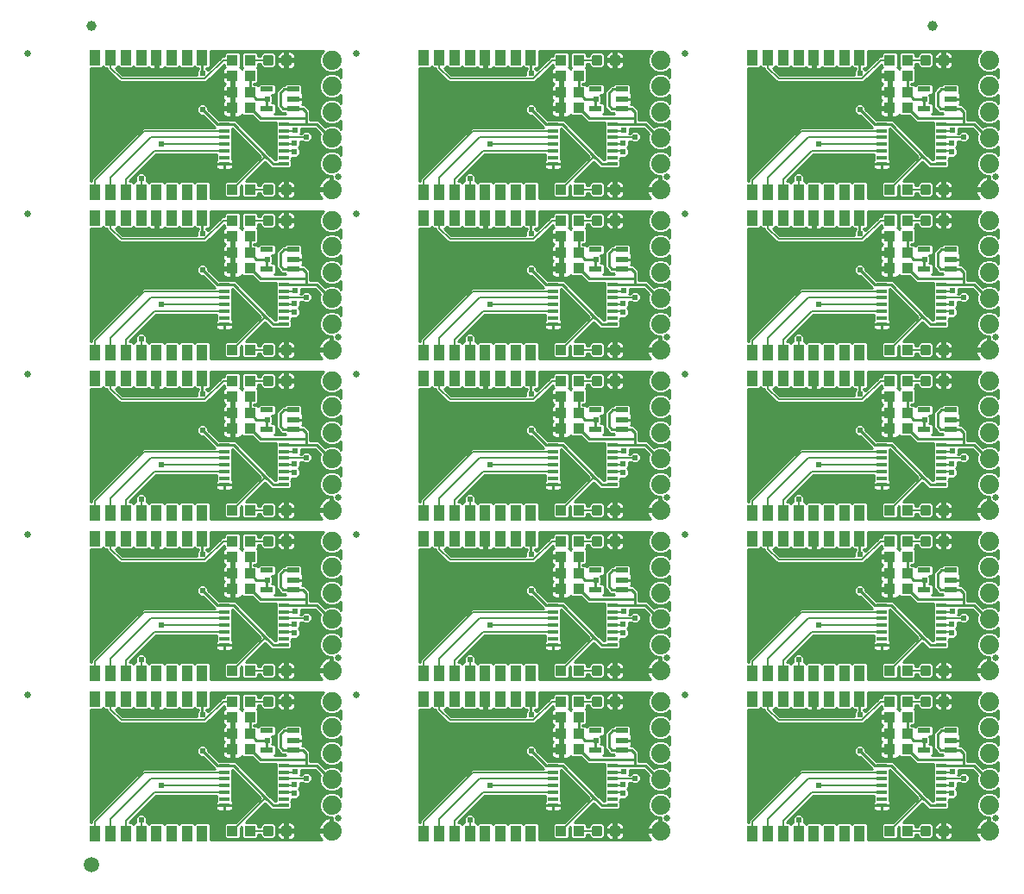
<source format=gtl>
G75*
%MOIN*%
%OFA0B0*%
%FSLAX25Y25*%
%IPPOS*%
%LPD*%
%AMOC8*
5,1,8,0,0,1.08239X$1,22.5*
%
%ADD10R,0.04331X0.03937*%
%ADD11C,0.01181*%
%ADD12C,0.07400*%
%ADD13R,0.04724X0.02165*%
%ADD14R,0.03937X0.05906*%
%ADD15R,0.03900X0.01200*%
%ADD16C,0.02500*%
%ADD17C,0.03937*%
%ADD18C,0.05906*%
%ADD19C,0.01000*%
%ADD20C,0.02400*%
%ADD21C,0.00600*%
D10*
X0110404Y0033750D03*
X0117096Y0033750D03*
X0117096Y0065250D03*
X0117096Y0071250D03*
X0110404Y0071250D03*
X0110404Y0065250D03*
X0110404Y0077750D03*
X0110404Y0083750D03*
X0117096Y0083750D03*
X0117096Y0077750D03*
X0117096Y0095750D03*
X0110404Y0095750D03*
X0110404Y0127250D03*
X0110404Y0133250D03*
X0117096Y0133250D03*
X0117096Y0127250D03*
X0117096Y0139750D03*
X0117096Y0145750D03*
X0110404Y0145750D03*
X0110404Y0139750D03*
X0110404Y0157750D03*
X0117096Y0157750D03*
X0117096Y0189250D03*
X0110404Y0189250D03*
X0110404Y0195250D03*
X0110404Y0201750D03*
X0117096Y0201750D03*
X0117096Y0195250D03*
X0117096Y0207750D03*
X0110404Y0207750D03*
X0110404Y0219750D03*
X0117096Y0219750D03*
X0117096Y0251250D03*
X0110404Y0251250D03*
X0110404Y0257250D03*
X0117096Y0257250D03*
X0117096Y0263750D03*
X0117096Y0269750D03*
X0110404Y0269750D03*
X0110404Y0263750D03*
X0110404Y0281750D03*
X0117096Y0281750D03*
X0117096Y0313250D03*
X0117096Y0319250D03*
X0110404Y0319250D03*
X0110404Y0313250D03*
X0110404Y0325750D03*
X0110404Y0331750D03*
X0117096Y0331750D03*
X0117096Y0325750D03*
X0237404Y0325750D03*
X0237404Y0331750D03*
X0244096Y0331750D03*
X0244096Y0325750D03*
X0244096Y0319250D03*
X0244096Y0313250D03*
X0237404Y0313250D03*
X0237404Y0319250D03*
X0237404Y0281750D03*
X0244096Y0281750D03*
X0244096Y0269750D03*
X0244096Y0263750D03*
X0237404Y0263750D03*
X0237404Y0269750D03*
X0237404Y0257250D03*
X0244096Y0257250D03*
X0244096Y0251250D03*
X0237404Y0251250D03*
X0237404Y0219750D03*
X0244096Y0219750D03*
X0244096Y0207750D03*
X0237404Y0207750D03*
X0237404Y0201750D03*
X0237404Y0195250D03*
X0244096Y0195250D03*
X0244096Y0201750D03*
X0244096Y0189250D03*
X0237404Y0189250D03*
X0237404Y0157750D03*
X0244096Y0157750D03*
X0244096Y0145750D03*
X0244096Y0139750D03*
X0237404Y0139750D03*
X0237404Y0145750D03*
X0237404Y0133250D03*
X0237404Y0127250D03*
X0244096Y0127250D03*
X0244096Y0133250D03*
X0244096Y0095750D03*
X0237404Y0095750D03*
X0237404Y0083750D03*
X0237404Y0077750D03*
X0244096Y0077750D03*
X0244096Y0083750D03*
X0244096Y0071250D03*
X0244096Y0065250D03*
X0237404Y0065250D03*
X0237404Y0071250D03*
X0237404Y0033750D03*
X0244096Y0033750D03*
X0364404Y0033750D03*
X0371096Y0033750D03*
X0371096Y0065250D03*
X0371096Y0071250D03*
X0364404Y0071250D03*
X0364404Y0065250D03*
X0364404Y0077750D03*
X0364404Y0083750D03*
X0371096Y0083750D03*
X0371096Y0077750D03*
X0371096Y0095750D03*
X0364404Y0095750D03*
X0364404Y0127250D03*
X0364404Y0133250D03*
X0371096Y0133250D03*
X0371096Y0127250D03*
X0371096Y0139750D03*
X0371096Y0145750D03*
X0364404Y0145750D03*
X0364404Y0139750D03*
X0364404Y0157750D03*
X0371096Y0157750D03*
X0371096Y0189250D03*
X0364404Y0189250D03*
X0364404Y0195250D03*
X0364404Y0201750D03*
X0371096Y0201750D03*
X0371096Y0195250D03*
X0371096Y0207750D03*
X0364404Y0207750D03*
X0364404Y0219750D03*
X0371096Y0219750D03*
X0371096Y0251250D03*
X0364404Y0251250D03*
X0364404Y0257250D03*
X0371096Y0257250D03*
X0371096Y0263750D03*
X0371096Y0269750D03*
X0364404Y0269750D03*
X0364404Y0263750D03*
X0364404Y0281750D03*
X0371096Y0281750D03*
X0371096Y0313250D03*
X0371096Y0319250D03*
X0364404Y0319250D03*
X0364404Y0313250D03*
X0364404Y0325750D03*
X0364404Y0331750D03*
X0371096Y0331750D03*
X0371096Y0325750D03*
D11*
X0376919Y0330372D02*
X0376919Y0333128D01*
X0379675Y0333128D01*
X0379675Y0330372D01*
X0376919Y0330372D01*
X0376919Y0331552D02*
X0379675Y0331552D01*
X0379675Y0332732D02*
X0376919Y0332732D01*
X0383825Y0333128D02*
X0383825Y0330372D01*
X0383825Y0333128D02*
X0386581Y0333128D01*
X0386581Y0330372D01*
X0383825Y0330372D01*
X0383825Y0331552D02*
X0386581Y0331552D01*
X0386581Y0332732D02*
X0383825Y0332732D01*
X0383825Y0283128D02*
X0383825Y0280372D01*
X0383825Y0283128D02*
X0386581Y0283128D01*
X0386581Y0280372D01*
X0383825Y0280372D01*
X0383825Y0281552D02*
X0386581Y0281552D01*
X0386581Y0282732D02*
X0383825Y0282732D01*
X0376919Y0283128D02*
X0376919Y0280372D01*
X0376919Y0283128D02*
X0379675Y0283128D01*
X0379675Y0280372D01*
X0376919Y0280372D01*
X0376919Y0281552D02*
X0379675Y0281552D01*
X0379675Y0282732D02*
X0376919Y0282732D01*
X0376919Y0271128D02*
X0376919Y0268372D01*
X0376919Y0271128D02*
X0379675Y0271128D01*
X0379675Y0268372D01*
X0376919Y0268372D01*
X0376919Y0269552D02*
X0379675Y0269552D01*
X0379675Y0270732D02*
X0376919Y0270732D01*
X0383825Y0271128D02*
X0383825Y0268372D01*
X0383825Y0271128D02*
X0386581Y0271128D01*
X0386581Y0268372D01*
X0383825Y0268372D01*
X0383825Y0269552D02*
X0386581Y0269552D01*
X0386581Y0270732D02*
X0383825Y0270732D01*
X0383825Y0221128D02*
X0383825Y0218372D01*
X0383825Y0221128D02*
X0386581Y0221128D01*
X0386581Y0218372D01*
X0383825Y0218372D01*
X0383825Y0219552D02*
X0386581Y0219552D01*
X0386581Y0220732D02*
X0383825Y0220732D01*
X0376919Y0221128D02*
X0376919Y0218372D01*
X0376919Y0221128D02*
X0379675Y0221128D01*
X0379675Y0218372D01*
X0376919Y0218372D01*
X0376919Y0219552D02*
X0379675Y0219552D01*
X0379675Y0220732D02*
X0376919Y0220732D01*
X0376919Y0209128D02*
X0376919Y0206372D01*
X0376919Y0209128D02*
X0379675Y0209128D01*
X0379675Y0206372D01*
X0376919Y0206372D01*
X0376919Y0207552D02*
X0379675Y0207552D01*
X0379675Y0208732D02*
X0376919Y0208732D01*
X0383825Y0209128D02*
X0383825Y0206372D01*
X0383825Y0209128D02*
X0386581Y0209128D01*
X0386581Y0206372D01*
X0383825Y0206372D01*
X0383825Y0207552D02*
X0386581Y0207552D01*
X0386581Y0208732D02*
X0383825Y0208732D01*
X0383825Y0159128D02*
X0383825Y0156372D01*
X0383825Y0159128D02*
X0386581Y0159128D01*
X0386581Y0156372D01*
X0383825Y0156372D01*
X0383825Y0157552D02*
X0386581Y0157552D01*
X0386581Y0158732D02*
X0383825Y0158732D01*
X0376919Y0159128D02*
X0376919Y0156372D01*
X0376919Y0159128D02*
X0379675Y0159128D01*
X0379675Y0156372D01*
X0376919Y0156372D01*
X0376919Y0157552D02*
X0379675Y0157552D01*
X0379675Y0158732D02*
X0376919Y0158732D01*
X0376919Y0147128D02*
X0376919Y0144372D01*
X0376919Y0147128D02*
X0379675Y0147128D01*
X0379675Y0144372D01*
X0376919Y0144372D01*
X0376919Y0145552D02*
X0379675Y0145552D01*
X0379675Y0146732D02*
X0376919Y0146732D01*
X0383825Y0147128D02*
X0383825Y0144372D01*
X0383825Y0147128D02*
X0386581Y0147128D01*
X0386581Y0144372D01*
X0383825Y0144372D01*
X0383825Y0145552D02*
X0386581Y0145552D01*
X0386581Y0146732D02*
X0383825Y0146732D01*
X0383825Y0097128D02*
X0383825Y0094372D01*
X0383825Y0097128D02*
X0386581Y0097128D01*
X0386581Y0094372D01*
X0383825Y0094372D01*
X0383825Y0095552D02*
X0386581Y0095552D01*
X0386581Y0096732D02*
X0383825Y0096732D01*
X0376919Y0097128D02*
X0376919Y0094372D01*
X0376919Y0097128D02*
X0379675Y0097128D01*
X0379675Y0094372D01*
X0376919Y0094372D01*
X0376919Y0095552D02*
X0379675Y0095552D01*
X0379675Y0096732D02*
X0376919Y0096732D01*
X0376919Y0085128D02*
X0376919Y0082372D01*
X0376919Y0085128D02*
X0379675Y0085128D01*
X0379675Y0082372D01*
X0376919Y0082372D01*
X0376919Y0083552D02*
X0379675Y0083552D01*
X0379675Y0084732D02*
X0376919Y0084732D01*
X0383825Y0085128D02*
X0383825Y0082372D01*
X0383825Y0085128D02*
X0386581Y0085128D01*
X0386581Y0082372D01*
X0383825Y0082372D01*
X0383825Y0083552D02*
X0386581Y0083552D01*
X0386581Y0084732D02*
X0383825Y0084732D01*
X0383825Y0035128D02*
X0383825Y0032372D01*
X0383825Y0035128D02*
X0386581Y0035128D01*
X0386581Y0032372D01*
X0383825Y0032372D01*
X0383825Y0033552D02*
X0386581Y0033552D01*
X0386581Y0034732D02*
X0383825Y0034732D01*
X0376919Y0035128D02*
X0376919Y0032372D01*
X0376919Y0035128D02*
X0379675Y0035128D01*
X0379675Y0032372D01*
X0376919Y0032372D01*
X0376919Y0033552D02*
X0379675Y0033552D01*
X0379675Y0034732D02*
X0376919Y0034732D01*
X0256825Y0035128D02*
X0256825Y0032372D01*
X0256825Y0035128D02*
X0259581Y0035128D01*
X0259581Y0032372D01*
X0256825Y0032372D01*
X0256825Y0033552D02*
X0259581Y0033552D01*
X0259581Y0034732D02*
X0256825Y0034732D01*
X0249919Y0035128D02*
X0249919Y0032372D01*
X0249919Y0035128D02*
X0252675Y0035128D01*
X0252675Y0032372D01*
X0249919Y0032372D01*
X0249919Y0033552D02*
X0252675Y0033552D01*
X0252675Y0034732D02*
X0249919Y0034732D01*
X0249919Y0082372D02*
X0249919Y0085128D01*
X0252675Y0085128D01*
X0252675Y0082372D01*
X0249919Y0082372D01*
X0249919Y0083552D02*
X0252675Y0083552D01*
X0252675Y0084732D02*
X0249919Y0084732D01*
X0256825Y0085128D02*
X0256825Y0082372D01*
X0256825Y0085128D02*
X0259581Y0085128D01*
X0259581Y0082372D01*
X0256825Y0082372D01*
X0256825Y0083552D02*
X0259581Y0083552D01*
X0259581Y0084732D02*
X0256825Y0084732D01*
X0256825Y0094372D02*
X0256825Y0097128D01*
X0259581Y0097128D01*
X0259581Y0094372D01*
X0256825Y0094372D01*
X0256825Y0095552D02*
X0259581Y0095552D01*
X0259581Y0096732D02*
X0256825Y0096732D01*
X0249919Y0097128D02*
X0249919Y0094372D01*
X0249919Y0097128D02*
X0252675Y0097128D01*
X0252675Y0094372D01*
X0249919Y0094372D01*
X0249919Y0095552D02*
X0252675Y0095552D01*
X0252675Y0096732D02*
X0249919Y0096732D01*
X0249919Y0144372D02*
X0249919Y0147128D01*
X0252675Y0147128D01*
X0252675Y0144372D01*
X0249919Y0144372D01*
X0249919Y0145552D02*
X0252675Y0145552D01*
X0252675Y0146732D02*
X0249919Y0146732D01*
X0256825Y0147128D02*
X0256825Y0144372D01*
X0256825Y0147128D02*
X0259581Y0147128D01*
X0259581Y0144372D01*
X0256825Y0144372D01*
X0256825Y0145552D02*
X0259581Y0145552D01*
X0259581Y0146732D02*
X0256825Y0146732D01*
X0256825Y0156372D02*
X0256825Y0159128D01*
X0259581Y0159128D01*
X0259581Y0156372D01*
X0256825Y0156372D01*
X0256825Y0157552D02*
X0259581Y0157552D01*
X0259581Y0158732D02*
X0256825Y0158732D01*
X0249919Y0159128D02*
X0249919Y0156372D01*
X0249919Y0159128D02*
X0252675Y0159128D01*
X0252675Y0156372D01*
X0249919Y0156372D01*
X0249919Y0157552D02*
X0252675Y0157552D01*
X0252675Y0158732D02*
X0249919Y0158732D01*
X0249919Y0206372D02*
X0249919Y0209128D01*
X0252675Y0209128D01*
X0252675Y0206372D01*
X0249919Y0206372D01*
X0249919Y0207552D02*
X0252675Y0207552D01*
X0252675Y0208732D02*
X0249919Y0208732D01*
X0256825Y0209128D02*
X0256825Y0206372D01*
X0256825Y0209128D02*
X0259581Y0209128D01*
X0259581Y0206372D01*
X0256825Y0206372D01*
X0256825Y0207552D02*
X0259581Y0207552D01*
X0259581Y0208732D02*
X0256825Y0208732D01*
X0256825Y0218372D02*
X0256825Y0221128D01*
X0259581Y0221128D01*
X0259581Y0218372D01*
X0256825Y0218372D01*
X0256825Y0219552D02*
X0259581Y0219552D01*
X0259581Y0220732D02*
X0256825Y0220732D01*
X0249919Y0221128D02*
X0249919Y0218372D01*
X0249919Y0221128D02*
X0252675Y0221128D01*
X0252675Y0218372D01*
X0249919Y0218372D01*
X0249919Y0219552D02*
X0252675Y0219552D01*
X0252675Y0220732D02*
X0249919Y0220732D01*
X0249919Y0268372D02*
X0249919Y0271128D01*
X0252675Y0271128D01*
X0252675Y0268372D01*
X0249919Y0268372D01*
X0249919Y0269552D02*
X0252675Y0269552D01*
X0252675Y0270732D02*
X0249919Y0270732D01*
X0256825Y0271128D02*
X0256825Y0268372D01*
X0256825Y0271128D02*
X0259581Y0271128D01*
X0259581Y0268372D01*
X0256825Y0268372D01*
X0256825Y0269552D02*
X0259581Y0269552D01*
X0259581Y0270732D02*
X0256825Y0270732D01*
X0256825Y0280372D02*
X0256825Y0283128D01*
X0259581Y0283128D01*
X0259581Y0280372D01*
X0256825Y0280372D01*
X0256825Y0281552D02*
X0259581Y0281552D01*
X0259581Y0282732D02*
X0256825Y0282732D01*
X0249919Y0283128D02*
X0249919Y0280372D01*
X0249919Y0283128D02*
X0252675Y0283128D01*
X0252675Y0280372D01*
X0249919Y0280372D01*
X0249919Y0281552D02*
X0252675Y0281552D01*
X0252675Y0282732D02*
X0249919Y0282732D01*
X0249919Y0330372D02*
X0249919Y0333128D01*
X0252675Y0333128D01*
X0252675Y0330372D01*
X0249919Y0330372D01*
X0249919Y0331552D02*
X0252675Y0331552D01*
X0252675Y0332732D02*
X0249919Y0332732D01*
X0256825Y0333128D02*
X0256825Y0330372D01*
X0256825Y0333128D02*
X0259581Y0333128D01*
X0259581Y0330372D01*
X0256825Y0330372D01*
X0256825Y0331552D02*
X0259581Y0331552D01*
X0259581Y0332732D02*
X0256825Y0332732D01*
X0129825Y0333128D02*
X0129825Y0330372D01*
X0129825Y0333128D02*
X0132581Y0333128D01*
X0132581Y0330372D01*
X0129825Y0330372D01*
X0129825Y0331552D02*
X0132581Y0331552D01*
X0132581Y0332732D02*
X0129825Y0332732D01*
X0122919Y0333128D02*
X0122919Y0330372D01*
X0122919Y0333128D02*
X0125675Y0333128D01*
X0125675Y0330372D01*
X0122919Y0330372D01*
X0122919Y0331552D02*
X0125675Y0331552D01*
X0125675Y0332732D02*
X0122919Y0332732D01*
X0122919Y0283128D02*
X0122919Y0280372D01*
X0122919Y0283128D02*
X0125675Y0283128D01*
X0125675Y0280372D01*
X0122919Y0280372D01*
X0122919Y0281552D02*
X0125675Y0281552D01*
X0125675Y0282732D02*
X0122919Y0282732D01*
X0129825Y0283128D02*
X0129825Y0280372D01*
X0129825Y0283128D02*
X0132581Y0283128D01*
X0132581Y0280372D01*
X0129825Y0280372D01*
X0129825Y0281552D02*
X0132581Y0281552D01*
X0132581Y0282732D02*
X0129825Y0282732D01*
X0129825Y0271128D02*
X0129825Y0268372D01*
X0129825Y0271128D02*
X0132581Y0271128D01*
X0132581Y0268372D01*
X0129825Y0268372D01*
X0129825Y0269552D02*
X0132581Y0269552D01*
X0132581Y0270732D02*
X0129825Y0270732D01*
X0122919Y0271128D02*
X0122919Y0268372D01*
X0122919Y0271128D02*
X0125675Y0271128D01*
X0125675Y0268372D01*
X0122919Y0268372D01*
X0122919Y0269552D02*
X0125675Y0269552D01*
X0125675Y0270732D02*
X0122919Y0270732D01*
X0122919Y0221128D02*
X0122919Y0218372D01*
X0122919Y0221128D02*
X0125675Y0221128D01*
X0125675Y0218372D01*
X0122919Y0218372D01*
X0122919Y0219552D02*
X0125675Y0219552D01*
X0125675Y0220732D02*
X0122919Y0220732D01*
X0129825Y0221128D02*
X0129825Y0218372D01*
X0129825Y0221128D02*
X0132581Y0221128D01*
X0132581Y0218372D01*
X0129825Y0218372D01*
X0129825Y0219552D02*
X0132581Y0219552D01*
X0132581Y0220732D02*
X0129825Y0220732D01*
X0129825Y0209128D02*
X0129825Y0206372D01*
X0129825Y0209128D02*
X0132581Y0209128D01*
X0132581Y0206372D01*
X0129825Y0206372D01*
X0129825Y0207552D02*
X0132581Y0207552D01*
X0132581Y0208732D02*
X0129825Y0208732D01*
X0122919Y0209128D02*
X0122919Y0206372D01*
X0122919Y0209128D02*
X0125675Y0209128D01*
X0125675Y0206372D01*
X0122919Y0206372D01*
X0122919Y0207552D02*
X0125675Y0207552D01*
X0125675Y0208732D02*
X0122919Y0208732D01*
X0122919Y0159128D02*
X0122919Y0156372D01*
X0122919Y0159128D02*
X0125675Y0159128D01*
X0125675Y0156372D01*
X0122919Y0156372D01*
X0122919Y0157552D02*
X0125675Y0157552D01*
X0125675Y0158732D02*
X0122919Y0158732D01*
X0129825Y0159128D02*
X0129825Y0156372D01*
X0129825Y0159128D02*
X0132581Y0159128D01*
X0132581Y0156372D01*
X0129825Y0156372D01*
X0129825Y0157552D02*
X0132581Y0157552D01*
X0132581Y0158732D02*
X0129825Y0158732D01*
X0129825Y0147128D02*
X0129825Y0144372D01*
X0129825Y0147128D02*
X0132581Y0147128D01*
X0132581Y0144372D01*
X0129825Y0144372D01*
X0129825Y0145552D02*
X0132581Y0145552D01*
X0132581Y0146732D02*
X0129825Y0146732D01*
X0122919Y0147128D02*
X0122919Y0144372D01*
X0122919Y0147128D02*
X0125675Y0147128D01*
X0125675Y0144372D01*
X0122919Y0144372D01*
X0122919Y0145552D02*
X0125675Y0145552D01*
X0125675Y0146732D02*
X0122919Y0146732D01*
X0122919Y0097128D02*
X0122919Y0094372D01*
X0122919Y0097128D02*
X0125675Y0097128D01*
X0125675Y0094372D01*
X0122919Y0094372D01*
X0122919Y0095552D02*
X0125675Y0095552D01*
X0125675Y0096732D02*
X0122919Y0096732D01*
X0129825Y0097128D02*
X0129825Y0094372D01*
X0129825Y0097128D02*
X0132581Y0097128D01*
X0132581Y0094372D01*
X0129825Y0094372D01*
X0129825Y0095552D02*
X0132581Y0095552D01*
X0132581Y0096732D02*
X0129825Y0096732D01*
X0129825Y0085128D02*
X0129825Y0082372D01*
X0129825Y0085128D02*
X0132581Y0085128D01*
X0132581Y0082372D01*
X0129825Y0082372D01*
X0129825Y0083552D02*
X0132581Y0083552D01*
X0132581Y0084732D02*
X0129825Y0084732D01*
X0122919Y0085128D02*
X0122919Y0082372D01*
X0122919Y0085128D02*
X0125675Y0085128D01*
X0125675Y0082372D01*
X0122919Y0082372D01*
X0122919Y0083552D02*
X0125675Y0083552D01*
X0125675Y0084732D02*
X0122919Y0084732D01*
X0122919Y0035128D02*
X0122919Y0032372D01*
X0122919Y0035128D02*
X0125675Y0035128D01*
X0125675Y0032372D01*
X0122919Y0032372D01*
X0122919Y0033552D02*
X0125675Y0033552D01*
X0125675Y0034732D02*
X0122919Y0034732D01*
X0129825Y0035128D02*
X0129825Y0032372D01*
X0129825Y0035128D02*
X0132581Y0035128D01*
X0132581Y0032372D01*
X0129825Y0032372D01*
X0129825Y0033552D02*
X0132581Y0033552D01*
X0132581Y0034732D02*
X0129825Y0034732D01*
D12*
X0148750Y0033750D03*
X0148750Y0043750D03*
X0148750Y0053750D03*
X0148750Y0063750D03*
X0148750Y0073750D03*
X0148750Y0083750D03*
X0148750Y0095750D03*
X0148750Y0105750D03*
X0148750Y0115750D03*
X0148750Y0125750D03*
X0148750Y0135750D03*
X0148750Y0145750D03*
X0148750Y0157750D03*
X0148750Y0167750D03*
X0148750Y0177750D03*
X0148750Y0187750D03*
X0148750Y0197750D03*
X0148750Y0207750D03*
X0148750Y0219750D03*
X0148750Y0229750D03*
X0148750Y0239750D03*
X0148750Y0249750D03*
X0148750Y0259750D03*
X0148750Y0269750D03*
X0148750Y0281750D03*
X0148750Y0291750D03*
X0148750Y0301750D03*
X0148750Y0311750D03*
X0148750Y0321750D03*
X0148750Y0331750D03*
X0275750Y0331750D03*
X0275750Y0321750D03*
X0275750Y0311750D03*
X0275750Y0301750D03*
X0275750Y0291750D03*
X0275750Y0281750D03*
X0275750Y0269750D03*
X0275750Y0259750D03*
X0275750Y0249750D03*
X0275750Y0239750D03*
X0275750Y0229750D03*
X0275750Y0219750D03*
X0275750Y0207750D03*
X0275750Y0197750D03*
X0275750Y0187750D03*
X0275750Y0177750D03*
X0275750Y0167750D03*
X0275750Y0157750D03*
X0275750Y0145750D03*
X0275750Y0135750D03*
X0275750Y0125750D03*
X0275750Y0115750D03*
X0275750Y0105750D03*
X0275750Y0095750D03*
X0275750Y0083750D03*
X0275750Y0073750D03*
X0275750Y0063750D03*
X0275750Y0053750D03*
X0275750Y0043750D03*
X0275750Y0033750D03*
X0402750Y0033750D03*
X0402750Y0043750D03*
X0402750Y0053750D03*
X0402750Y0063750D03*
X0402750Y0073750D03*
X0402750Y0083750D03*
X0402750Y0095750D03*
X0402750Y0105750D03*
X0402750Y0115750D03*
X0402750Y0125750D03*
X0402750Y0135750D03*
X0402750Y0145750D03*
X0402750Y0157750D03*
X0402750Y0167750D03*
X0402750Y0177750D03*
X0402750Y0187750D03*
X0402750Y0197750D03*
X0402750Y0207750D03*
X0402750Y0219750D03*
X0402750Y0229750D03*
X0402750Y0239750D03*
X0402750Y0249750D03*
X0402750Y0259750D03*
X0402750Y0269750D03*
X0402750Y0281750D03*
X0402750Y0291750D03*
X0402750Y0301750D03*
X0402750Y0311750D03*
X0402750Y0321750D03*
X0402750Y0331750D03*
D13*
X0387869Y0320490D03*
X0387869Y0316750D03*
X0387869Y0313010D03*
X0377631Y0313010D03*
X0377631Y0320490D03*
X0377631Y0258490D03*
X0377631Y0251010D03*
X0387869Y0251010D03*
X0387869Y0254750D03*
X0387869Y0258490D03*
X0387869Y0196490D03*
X0387869Y0192750D03*
X0387869Y0189010D03*
X0377631Y0189010D03*
X0377631Y0196490D03*
X0377631Y0134490D03*
X0377631Y0127010D03*
X0387869Y0127010D03*
X0387869Y0130750D03*
X0387869Y0134490D03*
X0387869Y0072490D03*
X0387869Y0068750D03*
X0387869Y0065010D03*
X0377631Y0065010D03*
X0377631Y0072490D03*
X0260869Y0072490D03*
X0260869Y0068750D03*
X0260869Y0065010D03*
X0250631Y0065010D03*
X0250631Y0072490D03*
X0250631Y0127010D03*
X0250631Y0134490D03*
X0260869Y0134490D03*
X0260869Y0130750D03*
X0260869Y0127010D03*
X0260869Y0189010D03*
X0260869Y0192750D03*
X0260869Y0196490D03*
X0250631Y0196490D03*
X0250631Y0189010D03*
X0250631Y0251010D03*
X0250631Y0258490D03*
X0260869Y0258490D03*
X0260869Y0254750D03*
X0260869Y0251010D03*
X0260869Y0313010D03*
X0260869Y0316750D03*
X0260869Y0320490D03*
X0250631Y0320490D03*
X0250631Y0313010D03*
X0133869Y0313010D03*
X0133869Y0316750D03*
X0133869Y0320490D03*
X0123631Y0320490D03*
X0123631Y0313010D03*
X0123631Y0258490D03*
X0123631Y0251010D03*
X0133869Y0251010D03*
X0133869Y0254750D03*
X0133869Y0258490D03*
X0133869Y0196490D03*
X0133869Y0192750D03*
X0133869Y0189010D03*
X0123631Y0189010D03*
X0123631Y0196490D03*
X0123631Y0134490D03*
X0123631Y0127010D03*
X0133869Y0127010D03*
X0133869Y0130750D03*
X0133869Y0134490D03*
X0133869Y0072490D03*
X0133869Y0068750D03*
X0133869Y0065010D03*
X0123631Y0065010D03*
X0123631Y0072490D03*
D14*
X0098730Y0084734D03*
X0092825Y0084734D03*
X0086919Y0084734D03*
X0081014Y0084734D03*
X0075108Y0084734D03*
X0069203Y0084734D03*
X0063297Y0084734D03*
X0057392Y0084734D03*
X0057392Y0094766D03*
X0063297Y0094766D03*
X0069203Y0094766D03*
X0075108Y0094766D03*
X0081014Y0094766D03*
X0086919Y0094766D03*
X0092825Y0094766D03*
X0098730Y0094766D03*
X0098730Y0146734D03*
X0092825Y0146734D03*
X0086919Y0146734D03*
X0081014Y0146734D03*
X0075108Y0146734D03*
X0069203Y0146734D03*
X0063297Y0146734D03*
X0057392Y0146734D03*
X0057392Y0156766D03*
X0063297Y0156766D03*
X0069203Y0156766D03*
X0075108Y0156766D03*
X0081014Y0156766D03*
X0086919Y0156766D03*
X0092825Y0156766D03*
X0098730Y0156766D03*
X0098730Y0208734D03*
X0092825Y0208734D03*
X0086919Y0208734D03*
X0081014Y0208734D03*
X0075108Y0208734D03*
X0069203Y0208734D03*
X0063297Y0208734D03*
X0057392Y0208734D03*
X0057392Y0218766D03*
X0063297Y0218766D03*
X0069203Y0218766D03*
X0075108Y0218766D03*
X0081014Y0218766D03*
X0086919Y0218766D03*
X0092825Y0218766D03*
X0098730Y0218766D03*
X0098730Y0270734D03*
X0092825Y0270734D03*
X0086919Y0270734D03*
X0081014Y0270734D03*
X0075108Y0270734D03*
X0069203Y0270734D03*
X0063297Y0270734D03*
X0057392Y0270734D03*
X0057392Y0280766D03*
X0063297Y0280766D03*
X0069203Y0280766D03*
X0075108Y0280766D03*
X0081014Y0280766D03*
X0086919Y0280766D03*
X0092825Y0280766D03*
X0098730Y0280766D03*
X0098730Y0332734D03*
X0092825Y0332734D03*
X0086919Y0332734D03*
X0081014Y0332734D03*
X0075108Y0332734D03*
X0069203Y0332734D03*
X0063297Y0332734D03*
X0057392Y0332734D03*
X0184392Y0332734D03*
X0190297Y0332734D03*
X0196203Y0332734D03*
X0202108Y0332734D03*
X0208014Y0332734D03*
X0213919Y0332734D03*
X0219825Y0332734D03*
X0225730Y0332734D03*
X0225730Y0280766D03*
X0219825Y0280766D03*
X0213919Y0280766D03*
X0208014Y0280766D03*
X0202108Y0280766D03*
X0196203Y0280766D03*
X0190297Y0280766D03*
X0184392Y0280766D03*
X0184392Y0270734D03*
X0190297Y0270734D03*
X0196203Y0270734D03*
X0202108Y0270734D03*
X0208014Y0270734D03*
X0213919Y0270734D03*
X0219825Y0270734D03*
X0225730Y0270734D03*
X0225730Y0218766D03*
X0219825Y0218766D03*
X0213919Y0218766D03*
X0208014Y0218766D03*
X0202108Y0218766D03*
X0196203Y0218766D03*
X0190297Y0218766D03*
X0184392Y0218766D03*
X0184392Y0208734D03*
X0190297Y0208734D03*
X0196203Y0208734D03*
X0202108Y0208734D03*
X0208014Y0208734D03*
X0213919Y0208734D03*
X0219825Y0208734D03*
X0225730Y0208734D03*
X0225730Y0156766D03*
X0219825Y0156766D03*
X0213919Y0156766D03*
X0208014Y0156766D03*
X0202108Y0156766D03*
X0196203Y0156766D03*
X0190297Y0156766D03*
X0184392Y0156766D03*
X0184392Y0146734D03*
X0190297Y0146734D03*
X0196203Y0146734D03*
X0202108Y0146734D03*
X0208014Y0146734D03*
X0213919Y0146734D03*
X0219825Y0146734D03*
X0225730Y0146734D03*
X0225730Y0094766D03*
X0219825Y0094766D03*
X0213919Y0094766D03*
X0208014Y0094766D03*
X0202108Y0094766D03*
X0196203Y0094766D03*
X0190297Y0094766D03*
X0184392Y0094766D03*
X0184392Y0084734D03*
X0190297Y0084734D03*
X0196203Y0084734D03*
X0202108Y0084734D03*
X0208014Y0084734D03*
X0213919Y0084734D03*
X0219825Y0084734D03*
X0225730Y0084734D03*
X0225730Y0032766D03*
X0219825Y0032766D03*
X0213919Y0032766D03*
X0208014Y0032766D03*
X0202108Y0032766D03*
X0196203Y0032766D03*
X0190297Y0032766D03*
X0184392Y0032766D03*
X0098730Y0032766D03*
X0092825Y0032766D03*
X0086919Y0032766D03*
X0081014Y0032766D03*
X0075108Y0032766D03*
X0069203Y0032766D03*
X0063297Y0032766D03*
X0057392Y0032766D03*
X0311392Y0032766D03*
X0317297Y0032766D03*
X0323203Y0032766D03*
X0329108Y0032766D03*
X0335014Y0032766D03*
X0340919Y0032766D03*
X0346825Y0032766D03*
X0352730Y0032766D03*
X0352730Y0084734D03*
X0346825Y0084734D03*
X0340919Y0084734D03*
X0335014Y0084734D03*
X0329108Y0084734D03*
X0323203Y0084734D03*
X0317297Y0084734D03*
X0311392Y0084734D03*
X0311392Y0094766D03*
X0317297Y0094766D03*
X0323203Y0094766D03*
X0329108Y0094766D03*
X0335014Y0094766D03*
X0340919Y0094766D03*
X0346825Y0094766D03*
X0352730Y0094766D03*
X0352730Y0146734D03*
X0346825Y0146734D03*
X0340919Y0146734D03*
X0335014Y0146734D03*
X0329108Y0146734D03*
X0323203Y0146734D03*
X0317297Y0146734D03*
X0311392Y0146734D03*
X0311392Y0156766D03*
X0317297Y0156766D03*
X0323203Y0156766D03*
X0329108Y0156766D03*
X0335014Y0156766D03*
X0340919Y0156766D03*
X0346825Y0156766D03*
X0352730Y0156766D03*
X0352730Y0208734D03*
X0346825Y0208734D03*
X0340919Y0208734D03*
X0335014Y0208734D03*
X0329108Y0208734D03*
X0323203Y0208734D03*
X0317297Y0208734D03*
X0311392Y0208734D03*
X0311392Y0218766D03*
X0317297Y0218766D03*
X0323203Y0218766D03*
X0329108Y0218766D03*
X0335014Y0218766D03*
X0340919Y0218766D03*
X0346825Y0218766D03*
X0352730Y0218766D03*
X0352730Y0270734D03*
X0346825Y0270734D03*
X0340919Y0270734D03*
X0335014Y0270734D03*
X0329108Y0270734D03*
X0323203Y0270734D03*
X0317297Y0270734D03*
X0311392Y0270734D03*
X0311392Y0280766D03*
X0317297Y0280766D03*
X0323203Y0280766D03*
X0329108Y0280766D03*
X0335014Y0280766D03*
X0340919Y0280766D03*
X0346825Y0280766D03*
X0352730Y0280766D03*
X0352730Y0332734D03*
X0346825Y0332734D03*
X0340919Y0332734D03*
X0335014Y0332734D03*
X0329108Y0332734D03*
X0323203Y0332734D03*
X0317297Y0332734D03*
X0311392Y0332734D03*
D15*
X0361263Y0306927D03*
X0361263Y0304368D03*
X0361263Y0301809D03*
X0361263Y0299250D03*
X0361263Y0296691D03*
X0361263Y0294132D03*
X0361263Y0291573D03*
X0384237Y0291573D03*
X0384237Y0294132D03*
X0384237Y0296691D03*
X0384237Y0299250D03*
X0384237Y0301809D03*
X0384237Y0304368D03*
X0384237Y0306927D03*
X0384237Y0244927D03*
X0384237Y0242368D03*
X0384237Y0239809D03*
X0384237Y0237250D03*
X0384237Y0234691D03*
X0384237Y0232132D03*
X0384237Y0229573D03*
X0361263Y0229573D03*
X0361263Y0232132D03*
X0361263Y0234691D03*
X0361263Y0237250D03*
X0361263Y0239809D03*
X0361263Y0242368D03*
X0361263Y0244927D03*
X0361263Y0182927D03*
X0361263Y0180368D03*
X0361263Y0177809D03*
X0361263Y0175250D03*
X0361263Y0172691D03*
X0361263Y0170132D03*
X0361263Y0167573D03*
X0384237Y0167573D03*
X0384237Y0170132D03*
X0384237Y0172691D03*
X0384237Y0175250D03*
X0384237Y0177809D03*
X0384237Y0180368D03*
X0384237Y0182927D03*
X0384237Y0120927D03*
X0384237Y0118368D03*
X0384237Y0115809D03*
X0384237Y0113250D03*
X0384237Y0110691D03*
X0384237Y0108132D03*
X0384237Y0105573D03*
X0361263Y0105573D03*
X0361263Y0108132D03*
X0361263Y0110691D03*
X0361263Y0113250D03*
X0361263Y0115809D03*
X0361263Y0118368D03*
X0361263Y0120927D03*
X0361263Y0058927D03*
X0361263Y0056368D03*
X0361263Y0053809D03*
X0361263Y0051250D03*
X0361263Y0048691D03*
X0361263Y0046132D03*
X0361263Y0043573D03*
X0384237Y0043573D03*
X0384237Y0046132D03*
X0384237Y0048691D03*
X0384237Y0051250D03*
X0384237Y0053809D03*
X0384237Y0056368D03*
X0384237Y0058927D03*
X0257237Y0058927D03*
X0257237Y0056368D03*
X0257237Y0053809D03*
X0257237Y0051250D03*
X0257237Y0048691D03*
X0257237Y0046132D03*
X0257237Y0043573D03*
X0234263Y0043573D03*
X0234263Y0046132D03*
X0234263Y0048691D03*
X0234263Y0051250D03*
X0234263Y0053809D03*
X0234263Y0056368D03*
X0234263Y0058927D03*
X0234263Y0105573D03*
X0234263Y0108132D03*
X0234263Y0110691D03*
X0234263Y0113250D03*
X0234263Y0115809D03*
X0234263Y0118368D03*
X0234263Y0120927D03*
X0257237Y0120927D03*
X0257237Y0118368D03*
X0257237Y0115809D03*
X0257237Y0113250D03*
X0257237Y0110691D03*
X0257237Y0108132D03*
X0257237Y0105573D03*
X0257237Y0167573D03*
X0257237Y0170132D03*
X0257237Y0172691D03*
X0257237Y0175250D03*
X0257237Y0177809D03*
X0257237Y0180368D03*
X0257237Y0182927D03*
X0234263Y0182927D03*
X0234263Y0180368D03*
X0234263Y0177809D03*
X0234263Y0175250D03*
X0234263Y0172691D03*
X0234263Y0170132D03*
X0234263Y0167573D03*
X0234263Y0229573D03*
X0234263Y0232132D03*
X0234263Y0234691D03*
X0234263Y0237250D03*
X0234263Y0239809D03*
X0234263Y0242368D03*
X0234263Y0244927D03*
X0257237Y0244927D03*
X0257237Y0242368D03*
X0257237Y0239809D03*
X0257237Y0237250D03*
X0257237Y0234691D03*
X0257237Y0232132D03*
X0257237Y0229573D03*
X0257237Y0291573D03*
X0257237Y0294132D03*
X0257237Y0296691D03*
X0257237Y0299250D03*
X0257237Y0301809D03*
X0257237Y0304368D03*
X0257237Y0306927D03*
X0234263Y0306927D03*
X0234263Y0304368D03*
X0234263Y0301809D03*
X0234263Y0299250D03*
X0234263Y0296691D03*
X0234263Y0294132D03*
X0234263Y0291573D03*
X0130237Y0291573D03*
X0130237Y0294132D03*
X0130237Y0296691D03*
X0130237Y0299250D03*
X0130237Y0301809D03*
X0130237Y0304368D03*
X0130237Y0306927D03*
X0107263Y0306927D03*
X0107263Y0304368D03*
X0107263Y0301809D03*
X0107263Y0299250D03*
X0107263Y0296691D03*
X0107263Y0294132D03*
X0107263Y0291573D03*
X0107263Y0244927D03*
X0107263Y0242368D03*
X0107263Y0239809D03*
X0107263Y0237250D03*
X0107263Y0234691D03*
X0107263Y0232132D03*
X0107263Y0229573D03*
X0130237Y0229573D03*
X0130237Y0232132D03*
X0130237Y0234691D03*
X0130237Y0237250D03*
X0130237Y0239809D03*
X0130237Y0242368D03*
X0130237Y0244927D03*
X0130237Y0182927D03*
X0130237Y0180368D03*
X0130237Y0177809D03*
X0130237Y0175250D03*
X0130237Y0172691D03*
X0130237Y0170132D03*
X0130237Y0167573D03*
X0107263Y0167573D03*
X0107263Y0170132D03*
X0107263Y0172691D03*
X0107263Y0175250D03*
X0107263Y0177809D03*
X0107263Y0180368D03*
X0107263Y0182927D03*
X0107263Y0120927D03*
X0107263Y0118368D03*
X0107263Y0115809D03*
X0107263Y0113250D03*
X0107263Y0110691D03*
X0107263Y0108132D03*
X0107263Y0105573D03*
X0130237Y0105573D03*
X0130237Y0108132D03*
X0130237Y0110691D03*
X0130237Y0113250D03*
X0130237Y0115809D03*
X0130237Y0118368D03*
X0130237Y0120927D03*
X0130237Y0058927D03*
X0130237Y0056368D03*
X0130237Y0053809D03*
X0130237Y0051250D03*
X0130237Y0048691D03*
X0130237Y0046132D03*
X0130237Y0043573D03*
X0107263Y0043573D03*
X0107263Y0046132D03*
X0107263Y0048691D03*
X0107263Y0051250D03*
X0107263Y0053809D03*
X0107263Y0056368D03*
X0107263Y0058927D03*
D16*
X0151250Y0038750D03*
X0158250Y0086250D03*
X0151250Y0100750D03*
X0158250Y0148250D03*
X0151250Y0162750D03*
X0158250Y0210250D03*
X0151250Y0224750D03*
X0158250Y0272250D03*
X0151250Y0286750D03*
X0158250Y0334250D03*
X0031250Y0334250D03*
X0031250Y0272250D03*
X0031250Y0210250D03*
X0031250Y0148250D03*
X0031250Y0086250D03*
X0278250Y0100750D03*
X0285250Y0086250D03*
X0278250Y0038750D03*
X0405250Y0038750D03*
X0405250Y0100750D03*
X0405250Y0162750D03*
X0405250Y0224750D03*
X0405250Y0286750D03*
X0285250Y0272250D03*
X0278250Y0286750D03*
X0285250Y0334250D03*
X0278250Y0224750D03*
X0285250Y0210250D03*
X0278250Y0162750D03*
X0285250Y0148250D03*
D17*
X0380750Y0345000D03*
X0055750Y0345000D03*
D18*
X0055750Y0020500D03*
D19*
X0055539Y0036818D02*
X0055539Y0080681D01*
X0059816Y0080681D01*
X0060344Y0081210D01*
X0060873Y0080681D01*
X0061897Y0080681D01*
X0061897Y0080123D01*
X0066870Y0075150D01*
X0100241Y0075150D01*
X0101061Y0075970D01*
X0107138Y0082047D01*
X0107138Y0081326D01*
X0107462Y0081002D01*
X0107317Y0080919D01*
X0107038Y0080640D01*
X0106840Y0080297D01*
X0106738Y0079916D01*
X0106738Y0078234D01*
X0109919Y0078234D01*
X0109919Y0077266D01*
X0106738Y0077266D01*
X0106738Y0075584D01*
X0106840Y0075203D01*
X0107038Y0074860D01*
X0107317Y0074581D01*
X0107458Y0074500D01*
X0107317Y0074419D01*
X0107038Y0074140D01*
X0106840Y0073797D01*
X0106738Y0073416D01*
X0106738Y0071734D01*
X0109919Y0071734D01*
X0109919Y0070766D01*
X0106738Y0070766D01*
X0106738Y0069084D01*
X0106840Y0068703D01*
X0107038Y0068360D01*
X0107148Y0068250D01*
X0107038Y0068140D01*
X0106840Y0067797D01*
X0106738Y0067416D01*
X0106738Y0065734D01*
X0109919Y0065734D01*
X0109919Y0064766D01*
X0106738Y0064766D01*
X0106738Y0063084D01*
X0106840Y0062703D01*
X0107038Y0062360D01*
X0107317Y0062081D01*
X0107659Y0061884D01*
X0108041Y0061781D01*
X0109919Y0061781D01*
X0109919Y0064766D01*
X0110888Y0064766D01*
X0110888Y0061781D01*
X0112766Y0061781D01*
X0113148Y0061884D01*
X0113490Y0062081D01*
X0113769Y0062360D01*
X0113962Y0062695D01*
X0114475Y0062181D01*
X0117902Y0062181D01*
X0119496Y0060587D01*
X0120434Y0059650D01*
X0127187Y0059650D01*
X0127187Y0057872D01*
X0127411Y0057648D01*
X0127187Y0057424D01*
X0127187Y0055312D01*
X0127411Y0055089D01*
X0127187Y0054865D01*
X0127187Y0052753D01*
X0127411Y0052530D01*
X0127187Y0052306D01*
X0127187Y0050194D01*
X0127411Y0049970D01*
X0127187Y0049747D01*
X0127187Y0047635D01*
X0127411Y0047411D01*
X0127187Y0047188D01*
X0127187Y0045173D01*
X0126840Y0045173D01*
X0124975Y0047038D01*
X0112423Y0059590D01*
X0111486Y0060527D01*
X0109768Y0060527D01*
X0109668Y0060627D01*
X0105136Y0060627D01*
X0101050Y0064713D01*
X0101050Y0065703D01*
X0099703Y0067050D01*
X0097797Y0067050D01*
X0096450Y0065703D01*
X0096450Y0063797D01*
X0097797Y0062450D01*
X0098787Y0062450D01*
X0103469Y0057768D01*
X0075788Y0057768D01*
X0055992Y0037972D01*
X0055992Y0036818D01*
X0055539Y0036818D01*
X0055539Y0037737D02*
X0055992Y0037737D01*
X0055539Y0038735D02*
X0056755Y0038735D01*
X0057754Y0039734D02*
X0055539Y0039734D01*
X0055539Y0040732D02*
X0058752Y0040732D01*
X0059751Y0041731D02*
X0055539Y0041731D01*
X0055539Y0042729D02*
X0060749Y0042729D01*
X0061748Y0043728D02*
X0055539Y0043728D01*
X0055539Y0044726D02*
X0062746Y0044726D01*
X0063745Y0045725D02*
X0055539Y0045725D01*
X0055539Y0046723D02*
X0064743Y0046723D01*
X0065742Y0047722D02*
X0055539Y0047722D01*
X0055539Y0048720D02*
X0066740Y0048720D01*
X0067739Y0049719D02*
X0055539Y0049719D01*
X0055539Y0050717D02*
X0068737Y0050717D01*
X0069736Y0051716D02*
X0055539Y0051716D01*
X0055539Y0052714D02*
X0070734Y0052714D01*
X0071733Y0053713D02*
X0055539Y0053713D01*
X0055539Y0054711D02*
X0072731Y0054711D01*
X0073730Y0055710D02*
X0055539Y0055710D01*
X0055539Y0056708D02*
X0074728Y0056708D01*
X0075727Y0057707D02*
X0055539Y0057707D01*
X0055539Y0058705D02*
X0102532Y0058705D01*
X0101533Y0059704D02*
X0055539Y0059704D01*
X0055539Y0060702D02*
X0100535Y0060702D01*
X0099536Y0061701D02*
X0055539Y0061701D01*
X0055539Y0062699D02*
X0097548Y0062699D01*
X0096549Y0063698D02*
X0055539Y0063698D01*
X0055539Y0064696D02*
X0096450Y0064696D01*
X0096450Y0065695D02*
X0055539Y0065695D01*
X0055539Y0066693D02*
X0097441Y0066693D01*
X0098750Y0064750D02*
X0104573Y0058927D01*
X0107263Y0058927D01*
X0110823Y0058927D01*
X0123375Y0046375D01*
X0126177Y0043573D01*
X0130237Y0043573D01*
X0127832Y0041873D02*
X0132643Y0041873D01*
X0133287Y0042517D01*
X0133287Y0044628D01*
X0133063Y0044852D01*
X0133287Y0045076D01*
X0133287Y0046119D01*
X0133297Y0046109D01*
X0135203Y0046109D01*
X0136550Y0047456D01*
X0136550Y0049362D01*
X0135903Y0050009D01*
X0136550Y0050656D01*
X0136550Y0052409D01*
X0137463Y0052409D01*
X0138046Y0051826D01*
X0139952Y0051826D01*
X0141299Y0053173D01*
X0141299Y0055079D01*
X0139952Y0056426D01*
X0138046Y0056426D01*
X0136830Y0055209D01*
X0136435Y0055209D01*
X0136800Y0055574D01*
X0136800Y0057327D01*
X0142410Y0057327D01*
X0144267Y0055470D01*
X0143950Y0054705D01*
X0143950Y0052795D01*
X0144681Y0051031D01*
X0146031Y0049681D01*
X0147795Y0048950D01*
X0149705Y0048950D01*
X0151469Y0049681D01*
X0152250Y0050462D01*
X0152250Y0047038D01*
X0151469Y0047819D01*
X0149705Y0048550D01*
X0147795Y0048550D01*
X0146031Y0047819D01*
X0144681Y0046469D01*
X0143950Y0044705D01*
X0143950Y0042795D01*
X0144681Y0041031D01*
X0146031Y0039681D01*
X0147795Y0038950D01*
X0148900Y0038950D01*
X0148900Y0037777D01*
X0149250Y0037427D01*
X0149250Y0034250D01*
X0148250Y0034250D01*
X0148250Y0038936D01*
X0147532Y0038822D01*
X0146754Y0038569D01*
X0146025Y0038197D01*
X0145362Y0037716D01*
X0144784Y0037138D01*
X0144303Y0036475D01*
X0143931Y0035746D01*
X0143678Y0034968D01*
X0143564Y0034250D01*
X0148250Y0034250D01*
X0148250Y0033250D01*
X0143564Y0033250D01*
X0143678Y0032532D01*
X0143931Y0031754D01*
X0144303Y0031025D01*
X0144784Y0030362D01*
X0144896Y0030250D01*
X0101799Y0030250D01*
X0101799Y0036174D01*
X0101154Y0036818D01*
X0096306Y0036818D01*
X0095778Y0036290D01*
X0095249Y0036818D01*
X0090401Y0036818D01*
X0089872Y0036290D01*
X0089343Y0036818D01*
X0084495Y0036818D01*
X0083967Y0036290D01*
X0083438Y0036818D01*
X0078590Y0036818D01*
X0078061Y0036290D01*
X0077532Y0036818D01*
X0077288Y0036818D01*
X0077408Y0036939D01*
X0077408Y0038844D01*
X0076061Y0040192D01*
X0074156Y0040192D01*
X0072808Y0038844D01*
X0072808Y0036939D01*
X0072929Y0036818D01*
X0072684Y0036818D01*
X0072155Y0036290D01*
X0071627Y0036818D01*
X0070603Y0036818D01*
X0070603Y0037123D01*
X0080771Y0047291D01*
X0104316Y0047291D01*
X0104213Y0047188D01*
X0104213Y0045194D01*
X0104112Y0045094D01*
X0103915Y0044752D01*
X0103813Y0044370D01*
X0103813Y0043573D01*
X0107262Y0043573D01*
X0107262Y0043573D01*
X0103813Y0043573D01*
X0103813Y0042775D01*
X0103915Y0042394D01*
X0104112Y0042052D01*
X0104392Y0041773D01*
X0104734Y0041575D01*
X0105115Y0041473D01*
X0107263Y0041473D01*
X0109410Y0041473D01*
X0109792Y0041575D01*
X0110134Y0041773D01*
X0110413Y0042052D01*
X0110610Y0042394D01*
X0110713Y0042775D01*
X0110713Y0043573D01*
X0110713Y0044370D01*
X0110610Y0044752D01*
X0110413Y0045094D01*
X0110313Y0045194D01*
X0110313Y0047188D01*
X0110089Y0047411D01*
X0110313Y0047635D01*
X0110313Y0049747D01*
X0110089Y0049970D01*
X0110313Y0050194D01*
X0110313Y0052306D01*
X0110089Y0052530D01*
X0110313Y0052753D01*
X0110313Y0054865D01*
X0110089Y0055089D01*
X0110313Y0055312D01*
X0110313Y0057175D01*
X0121080Y0046407D01*
X0111492Y0036818D01*
X0107783Y0036818D01*
X0107138Y0036174D01*
X0107138Y0031326D01*
X0107783Y0030681D01*
X0113025Y0030681D01*
X0113669Y0031326D01*
X0113669Y0035035D01*
X0113831Y0035198D01*
X0113831Y0031326D01*
X0114475Y0030681D01*
X0119717Y0030681D01*
X0120362Y0031326D01*
X0120362Y0032350D01*
X0121229Y0032350D01*
X0121229Y0031672D01*
X0122219Y0030681D01*
X0126375Y0030681D01*
X0127366Y0031672D01*
X0127366Y0035828D01*
X0126375Y0036818D01*
X0122219Y0036818D01*
X0121229Y0035828D01*
X0121229Y0035150D01*
X0120362Y0035150D01*
X0120362Y0036174D01*
X0119717Y0036818D01*
X0115452Y0036818D01*
X0123060Y0044427D01*
X0125514Y0041973D01*
X0127732Y0041973D01*
X0127832Y0041873D01*
X0124758Y0042729D02*
X0121363Y0042729D01*
X0122361Y0043728D02*
X0123760Y0043728D01*
X0126288Y0045725D02*
X0127187Y0045725D01*
X0127187Y0046723D02*
X0125290Y0046723D01*
X0124291Y0047722D02*
X0127187Y0047722D01*
X0127187Y0048720D02*
X0123292Y0048720D01*
X0122294Y0049719D02*
X0127187Y0049719D01*
X0127187Y0050717D02*
X0121295Y0050717D01*
X0120297Y0051716D02*
X0127187Y0051716D01*
X0127227Y0052714D02*
X0119298Y0052714D01*
X0118300Y0053713D02*
X0127187Y0053713D01*
X0127187Y0054711D02*
X0117301Y0054711D01*
X0116303Y0055710D02*
X0127187Y0055710D01*
X0127187Y0056708D02*
X0115304Y0056708D01*
X0114306Y0057707D02*
X0127352Y0057707D01*
X0127187Y0058705D02*
X0113307Y0058705D01*
X0112309Y0059704D02*
X0120380Y0059704D01*
X0119381Y0060702D02*
X0105060Y0060702D01*
X0104062Y0061701D02*
X0118383Y0061701D01*
X0121096Y0061250D02*
X0138750Y0061250D01*
X0138750Y0063750D01*
X0137490Y0065010D01*
X0133869Y0065010D01*
X0129990Y0065010D01*
X0128750Y0066250D01*
X0128750Y0071125D01*
X0130115Y0072490D01*
X0133869Y0072490D01*
X0137331Y0072684D02*
X0143996Y0072684D01*
X0143950Y0072795D02*
X0144681Y0071031D01*
X0146031Y0069681D01*
X0147795Y0068950D01*
X0149705Y0068950D01*
X0151469Y0069681D01*
X0152250Y0070462D01*
X0152250Y0067038D01*
X0151469Y0067819D01*
X0149705Y0068550D01*
X0147795Y0068550D01*
X0146031Y0067819D01*
X0144681Y0066469D01*
X0143950Y0064705D01*
X0143950Y0062795D01*
X0144681Y0061031D01*
X0146031Y0059681D01*
X0147795Y0058950D01*
X0149705Y0058950D01*
X0151469Y0059681D01*
X0152250Y0060462D01*
X0152250Y0057038D01*
X0151469Y0057819D01*
X0149705Y0058550D01*
X0147795Y0058550D01*
X0146323Y0057940D01*
X0143736Y0060527D01*
X0140350Y0060527D01*
X0140350Y0064413D01*
X0139413Y0065350D01*
X0138153Y0066610D01*
X0137295Y0066610D01*
X0137431Y0066746D01*
X0137628Y0067088D01*
X0137731Y0067470D01*
X0137731Y0068709D01*
X0133910Y0068709D01*
X0133910Y0068791D01*
X0137731Y0068791D01*
X0137731Y0070030D01*
X0137628Y0070412D01*
X0137431Y0070754D01*
X0137282Y0070903D01*
X0137331Y0070952D01*
X0137331Y0074028D01*
X0136686Y0074673D01*
X0131051Y0074673D01*
X0130468Y0074090D01*
X0129452Y0074090D01*
X0128087Y0072725D01*
X0127150Y0071788D01*
X0127150Y0065587D01*
X0128087Y0064650D01*
X0129327Y0063410D01*
X0130468Y0063410D01*
X0131028Y0062850D01*
X0126472Y0062850D01*
X0127094Y0063472D01*
X0127094Y0066548D01*
X0126449Y0067193D01*
X0125445Y0067193D01*
X0126050Y0067797D01*
X0126050Y0069703D01*
X0125445Y0070307D01*
X0126449Y0070307D01*
X0127094Y0070952D01*
X0127094Y0074028D01*
X0126449Y0074673D01*
X0120814Y0074673D01*
X0120169Y0074028D01*
X0120169Y0073867D01*
X0119717Y0074318D01*
X0118696Y0074318D01*
X0118696Y0074681D01*
X0119717Y0074681D01*
X0120362Y0075326D01*
X0120362Y0080174D01*
X0119786Y0080750D01*
X0120362Y0081326D01*
X0120362Y0082350D01*
X0121229Y0082350D01*
X0121229Y0081672D01*
X0122219Y0080681D01*
X0126375Y0080681D01*
X0127366Y0081672D01*
X0127366Y0085828D01*
X0126375Y0086818D01*
X0122219Y0086818D01*
X0121229Y0085828D01*
X0121229Y0085150D01*
X0120362Y0085150D01*
X0120362Y0086174D01*
X0119717Y0086818D01*
X0114475Y0086818D01*
X0113831Y0086174D01*
X0113831Y0081326D01*
X0114407Y0080750D01*
X0113962Y0080305D01*
X0113769Y0080640D01*
X0113490Y0080919D01*
X0113345Y0081002D01*
X0113669Y0081326D01*
X0113669Y0086174D01*
X0113025Y0086818D01*
X0107783Y0086818D01*
X0107138Y0086174D01*
X0107138Y0085150D01*
X0106281Y0085150D01*
X0105461Y0084330D01*
X0100942Y0079811D01*
X0100330Y0080422D01*
X0100330Y0080681D01*
X0101154Y0080681D01*
X0101799Y0081326D01*
X0101799Y0087250D01*
X0145462Y0087250D01*
X0144681Y0086469D01*
X0143950Y0084705D01*
X0143950Y0082795D01*
X0144681Y0081031D01*
X0146031Y0079681D01*
X0147795Y0078950D01*
X0149705Y0078950D01*
X0151469Y0079681D01*
X0152250Y0080462D01*
X0152250Y0077038D01*
X0151469Y0077819D01*
X0149705Y0078550D01*
X0147795Y0078550D01*
X0146031Y0077819D01*
X0144681Y0076469D01*
X0143950Y0074705D01*
X0143950Y0072795D01*
X0143950Y0073683D02*
X0137331Y0073683D01*
X0137331Y0071686D02*
X0144409Y0071686D01*
X0145024Y0070687D02*
X0137469Y0070687D01*
X0137731Y0069689D02*
X0146023Y0069689D01*
X0145904Y0067692D02*
X0137731Y0067692D01*
X0137731Y0068690D02*
X0152250Y0068690D01*
X0152250Y0067692D02*
X0151596Y0067692D01*
X0151477Y0069689D02*
X0152250Y0069689D01*
X0144905Y0066693D02*
X0137378Y0066693D01*
X0139068Y0065695D02*
X0144360Y0065695D01*
X0143950Y0064696D02*
X0140066Y0064696D01*
X0140350Y0063698D02*
X0143950Y0063698D01*
X0143990Y0062699D02*
X0140350Y0062699D01*
X0140350Y0061701D02*
X0144403Y0061701D01*
X0145009Y0060702D02*
X0140350Y0060702D01*
X0138750Y0061250D02*
X0138750Y0058927D01*
X0143073Y0058927D01*
X0148250Y0053750D01*
X0148750Y0053750D01*
X0143950Y0053713D02*
X0141299Y0053713D01*
X0141299Y0054711D02*
X0143953Y0054711D01*
X0144027Y0055710D02*
X0140668Y0055710D01*
X0143029Y0056708D02*
X0136800Y0056708D01*
X0136800Y0055710D02*
X0137330Y0055710D01*
X0138750Y0058927D02*
X0130237Y0058927D01*
X0129039Y0063698D02*
X0127094Y0063698D01*
X0127094Y0064696D02*
X0128041Y0064696D01*
X0127150Y0065695D02*
X0127094Y0065695D01*
X0127150Y0066693D02*
X0126948Y0066693D01*
X0127150Y0067692D02*
X0125945Y0067692D01*
X0126050Y0068690D02*
X0127150Y0068690D01*
X0127150Y0069689D02*
X0126050Y0069689D01*
X0126829Y0070687D02*
X0127150Y0070687D01*
X0127150Y0071686D02*
X0127094Y0071686D01*
X0127094Y0072684D02*
X0128047Y0072684D01*
X0127094Y0073683D02*
X0129045Y0073683D01*
X0129550Y0080281D02*
X0130718Y0080281D01*
X0130718Y0083266D01*
X0127734Y0083266D01*
X0127734Y0082097D01*
X0127877Y0081565D01*
X0128152Y0081088D01*
X0128541Y0080699D01*
X0129018Y0080424D01*
X0129550Y0080281D01*
X0128587Y0080673D02*
X0119863Y0080673D01*
X0120362Y0081671D02*
X0121229Y0081671D01*
X0120362Y0079674D02*
X0146047Y0079674D01*
X0145039Y0080673D02*
X0133818Y0080673D01*
X0133864Y0080699D02*
X0134254Y0081088D01*
X0134529Y0081565D01*
X0134671Y0082097D01*
X0134671Y0083266D01*
X0131687Y0083266D01*
X0131687Y0084234D01*
X0134671Y0084234D01*
X0134671Y0085403D01*
X0134529Y0085935D01*
X0134254Y0086412D01*
X0133864Y0086801D01*
X0133388Y0087076D01*
X0132856Y0087218D01*
X0131687Y0087218D01*
X0131687Y0084234D01*
X0130718Y0084234D01*
X0130718Y0083266D01*
X0131687Y0083266D01*
X0131687Y0080281D01*
X0132856Y0080281D01*
X0133388Y0080424D01*
X0133864Y0080699D01*
X0134557Y0081671D02*
X0144416Y0081671D01*
X0144002Y0082670D02*
X0134671Y0082670D01*
X0134671Y0084667D02*
X0143950Y0084667D01*
X0143950Y0083668D02*
X0131687Y0083668D01*
X0130718Y0083668D02*
X0127366Y0083668D01*
X0127734Y0084234D02*
X0127734Y0085403D01*
X0127877Y0085935D01*
X0128152Y0086412D01*
X0128541Y0086801D01*
X0129018Y0087076D01*
X0129550Y0087218D01*
X0130718Y0087218D01*
X0130718Y0084234D01*
X0127734Y0084234D01*
X0127734Y0084667D02*
X0127366Y0084667D01*
X0127366Y0085665D02*
X0127804Y0085665D01*
X0128404Y0086664D02*
X0126530Y0086664D01*
X0127366Y0082670D02*
X0127734Y0082670D01*
X0127848Y0081671D02*
X0127365Y0081671D01*
X0130718Y0081671D02*
X0131687Y0081671D01*
X0131687Y0080673D02*
X0130718Y0080673D01*
X0130718Y0082670D02*
X0131687Y0082670D01*
X0131687Y0084667D02*
X0130718Y0084667D01*
X0130718Y0085665D02*
X0131687Y0085665D01*
X0131687Y0086664D02*
X0130718Y0086664D01*
X0134001Y0086664D02*
X0144875Y0086664D01*
X0144348Y0085665D02*
X0134601Y0085665D01*
X0132856Y0092281D02*
X0131687Y0092281D01*
X0131687Y0095266D01*
X0131687Y0096234D01*
X0134671Y0096234D01*
X0134671Y0097403D01*
X0134529Y0097935D01*
X0134254Y0098412D01*
X0133864Y0098801D01*
X0133388Y0099076D01*
X0132856Y0099218D01*
X0131687Y0099218D01*
X0131687Y0096234D01*
X0130718Y0096234D01*
X0130718Y0095266D01*
X0127734Y0095266D01*
X0127734Y0094097D01*
X0127877Y0093565D01*
X0128152Y0093088D01*
X0128541Y0092699D01*
X0129018Y0092424D01*
X0129550Y0092281D01*
X0130718Y0092281D01*
X0130718Y0095266D01*
X0131687Y0095266D01*
X0134671Y0095266D01*
X0134671Y0094097D01*
X0134529Y0093565D01*
X0134254Y0093088D01*
X0133864Y0092699D01*
X0133388Y0092424D01*
X0132856Y0092281D01*
X0133787Y0092655D02*
X0144571Y0092655D01*
X0144784Y0092362D02*
X0144896Y0092250D01*
X0101799Y0092250D01*
X0101799Y0098174D01*
X0101154Y0098818D01*
X0096306Y0098818D01*
X0095778Y0098290D01*
X0095249Y0098818D01*
X0090401Y0098818D01*
X0089872Y0098290D01*
X0089343Y0098818D01*
X0084495Y0098818D01*
X0083967Y0098290D01*
X0083438Y0098818D01*
X0078590Y0098818D01*
X0078061Y0098290D01*
X0077532Y0098818D01*
X0077288Y0098818D01*
X0077408Y0098939D01*
X0077408Y0100844D01*
X0076061Y0102192D01*
X0074156Y0102192D01*
X0072808Y0100844D01*
X0072808Y0098939D01*
X0072929Y0098818D01*
X0072684Y0098818D01*
X0072155Y0098290D01*
X0071627Y0098818D01*
X0070603Y0098818D01*
X0070603Y0099123D01*
X0080771Y0109291D01*
X0104316Y0109291D01*
X0104213Y0109188D01*
X0104213Y0107194D01*
X0104112Y0107094D01*
X0103915Y0106752D01*
X0103813Y0106370D01*
X0103813Y0105573D01*
X0107262Y0105573D01*
X0107262Y0105573D01*
X0103813Y0105573D01*
X0103813Y0104775D01*
X0103915Y0104394D01*
X0104112Y0104052D01*
X0104392Y0103773D01*
X0104734Y0103575D01*
X0105115Y0103473D01*
X0107263Y0103473D01*
X0109410Y0103473D01*
X0109792Y0103575D01*
X0110134Y0103773D01*
X0110413Y0104052D01*
X0110610Y0104394D01*
X0110713Y0104775D01*
X0110713Y0105573D01*
X0110713Y0106370D01*
X0110610Y0106752D01*
X0110413Y0107094D01*
X0110313Y0107194D01*
X0110313Y0109188D01*
X0110089Y0109411D01*
X0110313Y0109635D01*
X0110313Y0111747D01*
X0110089Y0111970D01*
X0110313Y0112194D01*
X0110313Y0114306D01*
X0110089Y0114530D01*
X0110313Y0114753D01*
X0110313Y0116865D01*
X0110089Y0117089D01*
X0110313Y0117312D01*
X0110313Y0119175D01*
X0121080Y0108407D01*
X0111492Y0098818D01*
X0107783Y0098818D01*
X0107138Y0098174D01*
X0107138Y0093326D01*
X0107783Y0092681D01*
X0113025Y0092681D01*
X0113669Y0093326D01*
X0113669Y0097035D01*
X0113831Y0097198D01*
X0113831Y0093326D01*
X0114475Y0092681D01*
X0119717Y0092681D01*
X0120362Y0093326D01*
X0120362Y0094350D01*
X0121229Y0094350D01*
X0121229Y0093672D01*
X0122219Y0092681D01*
X0126375Y0092681D01*
X0127366Y0093672D01*
X0127366Y0097828D01*
X0126375Y0098818D01*
X0122219Y0098818D01*
X0121229Y0097828D01*
X0121229Y0097150D01*
X0120362Y0097150D01*
X0120362Y0098174D01*
X0119717Y0098818D01*
X0115452Y0098818D01*
X0123060Y0106427D01*
X0125514Y0103973D01*
X0127732Y0103973D01*
X0127832Y0103873D01*
X0132643Y0103873D01*
X0133287Y0104517D01*
X0133287Y0106628D01*
X0133063Y0106852D01*
X0133287Y0107076D01*
X0133287Y0108119D01*
X0133297Y0108109D01*
X0135203Y0108109D01*
X0136550Y0109456D01*
X0136550Y0111362D01*
X0135903Y0112009D01*
X0136550Y0112656D01*
X0136550Y0114409D01*
X0137463Y0114409D01*
X0138046Y0113826D01*
X0139952Y0113826D01*
X0141299Y0115173D01*
X0141299Y0117079D01*
X0139952Y0118426D01*
X0138046Y0118426D01*
X0136830Y0117209D01*
X0136435Y0117209D01*
X0136800Y0117574D01*
X0136800Y0119327D01*
X0142410Y0119327D01*
X0144267Y0117470D01*
X0143950Y0116705D01*
X0143950Y0114795D01*
X0144681Y0113031D01*
X0146031Y0111681D01*
X0147795Y0110950D01*
X0149705Y0110950D01*
X0151469Y0111681D01*
X0152250Y0112462D01*
X0152250Y0109038D01*
X0151469Y0109819D01*
X0149705Y0110550D01*
X0147795Y0110550D01*
X0146031Y0109819D01*
X0144681Y0108469D01*
X0143950Y0106705D01*
X0143950Y0104795D01*
X0144681Y0103031D01*
X0146031Y0101681D01*
X0147795Y0100950D01*
X0148900Y0100950D01*
X0148900Y0099777D01*
X0149250Y0099427D01*
X0149250Y0096250D01*
X0148250Y0096250D01*
X0148250Y0100936D01*
X0147532Y0100822D01*
X0146754Y0100569D01*
X0146025Y0100197D01*
X0145362Y0099716D01*
X0144784Y0099138D01*
X0144303Y0098475D01*
X0143931Y0097746D01*
X0143678Y0096968D01*
X0143564Y0096250D01*
X0148250Y0096250D01*
X0148250Y0095250D01*
X0143564Y0095250D01*
X0143678Y0094532D01*
X0143931Y0093754D01*
X0144303Y0093025D01*
X0144784Y0092362D01*
X0143982Y0093653D02*
X0134552Y0093653D01*
X0134671Y0094652D02*
X0143659Y0094652D01*
X0143628Y0096649D02*
X0134671Y0096649D01*
X0134606Y0097647D02*
X0143899Y0097647D01*
X0144426Y0098646D02*
X0134019Y0098646D01*
X0131687Y0098646D02*
X0130718Y0098646D01*
X0130718Y0099218D02*
X0129550Y0099218D01*
X0129018Y0099076D01*
X0128541Y0098801D01*
X0128152Y0098412D01*
X0127877Y0097935D01*
X0127734Y0097403D01*
X0127734Y0096234D01*
X0130718Y0096234D01*
X0130718Y0099218D01*
X0130718Y0097647D02*
X0131687Y0097647D01*
X0131687Y0096649D02*
X0130718Y0096649D01*
X0130718Y0095650D02*
X0127366Y0095650D01*
X0127366Y0094652D02*
X0127734Y0094652D01*
X0127853Y0093653D02*
X0127347Y0093653D01*
X0128618Y0092655D02*
X0101799Y0092655D01*
X0101799Y0093653D02*
X0107138Y0093653D01*
X0107138Y0094652D02*
X0101799Y0094652D01*
X0101799Y0095650D02*
X0107138Y0095650D01*
X0107138Y0096649D02*
X0101799Y0096649D01*
X0101799Y0097647D02*
X0107138Y0097647D01*
X0107610Y0098646D02*
X0101327Y0098646D01*
X0096133Y0098646D02*
X0095422Y0098646D01*
X0090228Y0098646D02*
X0089516Y0098646D01*
X0084322Y0098646D02*
X0083611Y0098646D01*
X0078417Y0098646D02*
X0077705Y0098646D01*
X0077408Y0099644D02*
X0112318Y0099644D01*
X0113316Y0100643D02*
X0077408Y0100643D01*
X0076611Y0101641D02*
X0114315Y0101641D01*
X0115313Y0102640D02*
X0074120Y0102640D01*
X0073605Y0101641D02*
X0073121Y0101641D01*
X0072808Y0100643D02*
X0072123Y0100643D01*
X0072808Y0099644D02*
X0071124Y0099644D01*
X0071800Y0098646D02*
X0072511Y0098646D01*
X0075118Y0103638D02*
X0104624Y0103638D01*
X0103850Y0104637D02*
X0076117Y0104637D01*
X0077115Y0105635D02*
X0103813Y0105635D01*
X0103883Y0106634D02*
X0078114Y0106634D01*
X0079112Y0107632D02*
X0104213Y0107632D01*
X0104213Y0108631D02*
X0080111Y0108631D01*
X0072639Y0116619D02*
X0055539Y0116619D01*
X0055539Y0115620D02*
X0071641Y0115620D01*
X0070642Y0114622D02*
X0055539Y0114622D01*
X0055539Y0113623D02*
X0069644Y0113623D01*
X0068645Y0112625D02*
X0055539Y0112625D01*
X0055539Y0111626D02*
X0067647Y0111626D01*
X0066648Y0110628D02*
X0055539Y0110628D01*
X0055539Y0109629D02*
X0065650Y0109629D01*
X0064651Y0108631D02*
X0055539Y0108631D01*
X0055539Y0107632D02*
X0063652Y0107632D01*
X0062654Y0106634D02*
X0055539Y0106634D01*
X0055539Y0105635D02*
X0061655Y0105635D01*
X0060657Y0104637D02*
X0055539Y0104637D01*
X0055539Y0103638D02*
X0059658Y0103638D01*
X0058660Y0102640D02*
X0055539Y0102640D01*
X0055539Y0101641D02*
X0057661Y0101641D01*
X0056663Y0100643D02*
X0055539Y0100643D01*
X0055992Y0099972D02*
X0055992Y0098818D01*
X0055539Y0098818D01*
X0055539Y0142681D01*
X0059816Y0142681D01*
X0060344Y0143210D01*
X0060873Y0142681D01*
X0061897Y0142681D01*
X0061897Y0142123D01*
X0062717Y0141303D01*
X0066870Y0137150D01*
X0100241Y0137150D01*
X0101061Y0137970D01*
X0107138Y0144047D01*
X0107138Y0143326D01*
X0107462Y0143002D01*
X0107317Y0142919D01*
X0107038Y0142640D01*
X0106840Y0142297D01*
X0106738Y0141916D01*
X0106738Y0140234D01*
X0109919Y0140234D01*
X0109919Y0139266D01*
X0106738Y0139266D01*
X0106738Y0137584D01*
X0106840Y0137203D01*
X0107038Y0136860D01*
X0107317Y0136581D01*
X0107458Y0136500D01*
X0107317Y0136419D01*
X0107038Y0136140D01*
X0106840Y0135797D01*
X0106738Y0135416D01*
X0106738Y0133734D01*
X0109919Y0133734D01*
X0109919Y0132766D01*
X0106738Y0132766D01*
X0106738Y0131084D01*
X0106840Y0130703D01*
X0107038Y0130360D01*
X0107148Y0130250D01*
X0107038Y0130140D01*
X0106840Y0129797D01*
X0106738Y0129416D01*
X0106738Y0127734D01*
X0109919Y0127734D01*
X0109919Y0126766D01*
X0106738Y0126766D01*
X0106738Y0125084D01*
X0106840Y0124703D01*
X0107038Y0124360D01*
X0107317Y0124081D01*
X0107659Y0123884D01*
X0108041Y0123781D01*
X0109919Y0123781D01*
X0109919Y0126766D01*
X0110888Y0126766D01*
X0110888Y0123781D01*
X0112766Y0123781D01*
X0113148Y0123884D01*
X0113490Y0124081D01*
X0113769Y0124360D01*
X0113962Y0124695D01*
X0114475Y0124181D01*
X0117902Y0124181D01*
X0119496Y0122587D01*
X0120434Y0121650D01*
X0127187Y0121650D01*
X0127187Y0119872D01*
X0127411Y0119648D01*
X0127187Y0119424D01*
X0127187Y0117312D01*
X0127411Y0117089D01*
X0127187Y0116865D01*
X0127187Y0114753D01*
X0127411Y0114530D01*
X0127187Y0114306D01*
X0127187Y0112194D01*
X0127411Y0111970D01*
X0127187Y0111747D01*
X0127187Y0109635D01*
X0127411Y0109411D01*
X0127187Y0109188D01*
X0127187Y0107173D01*
X0126840Y0107173D01*
X0124975Y0109038D01*
X0112423Y0121590D01*
X0111486Y0122527D01*
X0109768Y0122527D01*
X0109668Y0122627D01*
X0105136Y0122627D01*
X0101050Y0126713D01*
X0101050Y0127703D01*
X0099703Y0129050D01*
X0097797Y0129050D01*
X0096450Y0127703D01*
X0096450Y0125797D01*
X0097797Y0124450D01*
X0098787Y0124450D01*
X0103469Y0119768D01*
X0075788Y0119768D01*
X0055992Y0099972D01*
X0055992Y0099644D02*
X0055539Y0099644D01*
X0066250Y0081210D02*
X0066779Y0080681D01*
X0071627Y0080681D01*
X0072155Y0081210D01*
X0072684Y0080681D01*
X0077532Y0080681D01*
X0077796Y0080945D01*
X0077845Y0080860D01*
X0078124Y0080581D01*
X0078466Y0080384D01*
X0078848Y0080281D01*
X0080530Y0080281D01*
X0080530Y0084250D01*
X0081498Y0084250D01*
X0081498Y0080281D01*
X0083180Y0080281D01*
X0083561Y0080384D01*
X0083903Y0080581D01*
X0084183Y0080860D01*
X0084231Y0080945D01*
X0084495Y0080681D01*
X0089343Y0080681D01*
X0089872Y0081210D01*
X0090401Y0080681D01*
X0095249Y0080681D01*
X0095778Y0081210D01*
X0096306Y0080681D01*
X0097130Y0080681D01*
X0097130Y0080383D01*
X0096450Y0079703D01*
X0096450Y0077950D01*
X0068030Y0077950D01*
X0065298Y0080681D01*
X0065721Y0080681D01*
X0066250Y0081210D01*
X0065307Y0080673D02*
X0078033Y0080673D01*
X0080530Y0080673D02*
X0081498Y0080673D01*
X0081498Y0081671D02*
X0080530Y0081671D01*
X0080530Y0082670D02*
X0081498Y0082670D01*
X0081498Y0083668D02*
X0080530Y0083668D01*
X0083995Y0080673D02*
X0097130Y0080673D01*
X0096450Y0079674D02*
X0066306Y0079674D01*
X0067304Y0078676D02*
X0096450Y0078676D01*
X0098730Y0078770D02*
X0098730Y0084734D01*
X0101799Y0084667D02*
X0105798Y0084667D01*
X0104800Y0083668D02*
X0101799Y0083668D01*
X0101799Y0082670D02*
X0103801Y0082670D01*
X0102802Y0081671D02*
X0101799Y0081671D01*
X0101804Y0080673D02*
X0100330Y0080673D01*
X0098730Y0078770D02*
X0098750Y0078750D01*
X0101770Y0076679D02*
X0106738Y0076679D01*
X0106738Y0075680D02*
X0100771Y0075680D01*
X0102768Y0077677D02*
X0109919Y0077677D01*
X0109919Y0077266D02*
X0110888Y0077266D01*
X0110888Y0074281D01*
X0110888Y0071734D01*
X0109919Y0071734D01*
X0109919Y0077266D01*
X0109919Y0076679D02*
X0110888Y0076679D01*
X0110888Y0075680D02*
X0109919Y0075680D01*
X0109919Y0074682D02*
X0110888Y0074682D01*
X0110888Y0073683D02*
X0109919Y0073683D01*
X0109919Y0072684D02*
X0110888Y0072684D01*
X0109919Y0071686D02*
X0055539Y0071686D01*
X0055539Y0072684D02*
X0106738Y0072684D01*
X0106810Y0073683D02*
X0055539Y0073683D01*
X0055539Y0074682D02*
X0107217Y0074682D01*
X0106738Y0078676D02*
X0103767Y0078676D01*
X0104765Y0079674D02*
X0106738Y0079674D01*
X0107071Y0080673D02*
X0105764Y0080673D01*
X0106762Y0081671D02*
X0107138Y0081671D01*
X0107138Y0085665D02*
X0101799Y0085665D01*
X0101799Y0086664D02*
X0107628Y0086664D01*
X0113179Y0086664D02*
X0114321Y0086664D01*
X0113831Y0085665D02*
X0113669Y0085665D01*
X0113669Y0084667D02*
X0113831Y0084667D01*
X0113831Y0083668D02*
X0113669Y0083668D01*
X0113669Y0082670D02*
X0113831Y0082670D01*
X0113831Y0081671D02*
X0113669Y0081671D01*
X0113736Y0080673D02*
X0114330Y0080673D01*
X0117096Y0077750D02*
X0117096Y0071250D01*
X0119596Y0068750D01*
X0123750Y0068750D01*
X0123631Y0068631D01*
X0123631Y0065010D01*
X0121096Y0061250D02*
X0117096Y0065250D01*
X0110888Y0065734D02*
X0109919Y0065734D01*
X0109919Y0070766D01*
X0110888Y0070766D01*
X0110888Y0067781D01*
X0110888Y0065734D01*
X0110888Y0066693D02*
X0109919Y0066693D01*
X0109919Y0065695D02*
X0101050Y0065695D01*
X0101066Y0064696D02*
X0106738Y0064696D01*
X0106738Y0063698D02*
X0102065Y0063698D01*
X0103063Y0062699D02*
X0106842Y0062699D01*
X0109919Y0062699D02*
X0110888Y0062699D01*
X0110888Y0063698D02*
X0109919Y0063698D01*
X0109919Y0064696D02*
X0110888Y0064696D01*
X0110888Y0067692D02*
X0109919Y0067692D01*
X0109919Y0068690D02*
X0110888Y0068690D01*
X0110888Y0069689D02*
X0109919Y0069689D01*
X0109919Y0070687D02*
X0110888Y0070687D01*
X0106738Y0070687D02*
X0055539Y0070687D01*
X0055539Y0069689D02*
X0106738Y0069689D01*
X0106847Y0068690D02*
X0055539Y0068690D01*
X0055539Y0067692D02*
X0106812Y0067692D01*
X0106738Y0066693D02*
X0100059Y0066693D01*
X0110313Y0056708D02*
X0110779Y0056708D01*
X0110313Y0055710D02*
X0111777Y0055710D01*
X0112776Y0054711D02*
X0110313Y0054711D01*
X0110313Y0053713D02*
X0113774Y0053713D01*
X0114773Y0052714D02*
X0110273Y0052714D01*
X0110313Y0051716D02*
X0115772Y0051716D01*
X0116770Y0050717D02*
X0110313Y0050717D01*
X0110313Y0049719D02*
X0117769Y0049719D01*
X0118767Y0048720D02*
X0110313Y0048720D01*
X0110313Y0047722D02*
X0119766Y0047722D01*
X0120764Y0046723D02*
X0110313Y0046723D01*
X0110313Y0045725D02*
X0120398Y0045725D01*
X0119400Y0044726D02*
X0110617Y0044726D01*
X0110713Y0043728D02*
X0118401Y0043728D01*
X0117403Y0042729D02*
X0110700Y0042729D01*
X0110713Y0043573D02*
X0107263Y0043573D01*
X0110713Y0043573D01*
X0110061Y0041731D02*
X0116404Y0041731D01*
X0115406Y0040732D02*
X0074212Y0040732D01*
X0073697Y0039734D02*
X0073214Y0039734D01*
X0072808Y0038735D02*
X0072215Y0038735D01*
X0072808Y0037737D02*
X0071216Y0037737D01*
X0071707Y0036738D02*
X0072604Y0036738D01*
X0077408Y0037737D02*
X0112410Y0037737D01*
X0113409Y0038735D02*
X0077408Y0038735D01*
X0076519Y0039734D02*
X0114407Y0039734D01*
X0116370Y0037737D02*
X0145390Y0037737D01*
X0144493Y0036738D02*
X0133927Y0036738D01*
X0133864Y0036801D02*
X0133388Y0037076D01*
X0132856Y0037218D01*
X0131687Y0037218D01*
X0131687Y0034234D01*
X0134671Y0034234D01*
X0134671Y0035403D01*
X0134529Y0035935D01*
X0134254Y0036412D01*
X0133864Y0036801D01*
X0134581Y0035740D02*
X0143929Y0035740D01*
X0143642Y0034741D02*
X0134671Y0034741D01*
X0134671Y0033266D02*
X0134671Y0032097D01*
X0134529Y0031565D01*
X0134254Y0031088D01*
X0133864Y0030699D01*
X0133388Y0030424D01*
X0132856Y0030281D01*
X0131687Y0030281D01*
X0131687Y0033266D01*
X0131687Y0034234D01*
X0130718Y0034234D01*
X0130718Y0033266D01*
X0127734Y0033266D01*
X0127734Y0032097D01*
X0127877Y0031565D01*
X0128152Y0031088D01*
X0128541Y0030699D01*
X0129018Y0030424D01*
X0129550Y0030281D01*
X0130718Y0030281D01*
X0130718Y0033266D01*
X0131687Y0033266D01*
X0134671Y0033266D01*
X0134671Y0032744D02*
X0143645Y0032744D01*
X0143935Y0031746D02*
X0134577Y0031746D01*
X0133912Y0030747D02*
X0144504Y0030747D01*
X0148250Y0033743D02*
X0131687Y0033743D01*
X0130718Y0033743D02*
X0127366Y0033743D01*
X0127734Y0034234D02*
X0130718Y0034234D01*
X0130718Y0037218D01*
X0129550Y0037218D01*
X0129018Y0037076D01*
X0128541Y0036801D01*
X0128152Y0036412D01*
X0127877Y0035935D01*
X0127734Y0035403D01*
X0127734Y0034234D01*
X0127734Y0034741D02*
X0127366Y0034741D01*
X0127366Y0035740D02*
X0127824Y0035740D01*
X0128478Y0036738D02*
X0126456Y0036738D01*
X0127366Y0032744D02*
X0127734Y0032744D01*
X0127828Y0031746D02*
X0127366Y0031746D01*
X0126441Y0030747D02*
X0128493Y0030747D01*
X0130718Y0030747D02*
X0131687Y0030747D01*
X0131687Y0031746D02*
X0130718Y0031746D01*
X0130718Y0032744D02*
X0131687Y0032744D01*
X0131687Y0034741D02*
X0130718Y0034741D01*
X0130718Y0035740D02*
X0131687Y0035740D01*
X0131687Y0036738D02*
X0130718Y0036738D01*
X0133287Y0042729D02*
X0143977Y0042729D01*
X0143950Y0043728D02*
X0133287Y0043728D01*
X0133190Y0044726D02*
X0143959Y0044726D01*
X0144372Y0045725D02*
X0133287Y0045725D01*
X0135817Y0046723D02*
X0144935Y0046723D01*
X0145934Y0047722D02*
X0136550Y0047722D01*
X0136550Y0048720D02*
X0152250Y0048720D01*
X0152250Y0047722D02*
X0151566Y0047722D01*
X0151507Y0049719D02*
X0152250Y0049719D01*
X0145993Y0049719D02*
X0136193Y0049719D01*
X0136550Y0050717D02*
X0144995Y0050717D01*
X0144397Y0051716D02*
X0136550Y0051716D01*
X0140840Y0052714D02*
X0143984Y0052714D01*
X0145557Y0058705D02*
X0152250Y0058705D01*
X0152250Y0057707D02*
X0151581Y0057707D01*
X0151492Y0059704D02*
X0152250Y0059704D01*
X0146008Y0059704D02*
X0144559Y0059704D01*
X0143950Y0074682D02*
X0119717Y0074682D01*
X0120362Y0075680D02*
X0144354Y0075680D01*
X0144890Y0076679D02*
X0120362Y0076679D01*
X0120362Y0077677D02*
X0145889Y0077677D01*
X0151611Y0077677D02*
X0152250Y0077677D01*
X0152250Y0078676D02*
X0120362Y0078676D01*
X0120362Y0085665D02*
X0121229Y0085665D01*
X0122064Y0086664D02*
X0119872Y0086664D01*
X0120362Y0093653D02*
X0121247Y0093653D01*
X0121229Y0097647D02*
X0120362Y0097647D01*
X0119890Y0098646D02*
X0122046Y0098646D01*
X0126548Y0098646D02*
X0128386Y0098646D01*
X0127800Y0097647D02*
X0127366Y0097647D01*
X0127366Y0096649D02*
X0127734Y0096649D01*
X0130718Y0094652D02*
X0131687Y0094652D01*
X0131687Y0095650D02*
X0148250Y0095650D01*
X0148250Y0096649D02*
X0149250Y0096649D01*
X0149250Y0097647D02*
X0148250Y0097647D01*
X0148250Y0098646D02*
X0149250Y0098646D01*
X0149032Y0099644D02*
X0148250Y0099644D01*
X0148250Y0100643D02*
X0148900Y0100643D01*
X0146981Y0100643D02*
X0117276Y0100643D01*
X0116278Y0099644D02*
X0145290Y0099644D01*
X0146126Y0101641D02*
X0118275Y0101641D01*
X0119273Y0102640D02*
X0145072Y0102640D01*
X0144429Y0103638D02*
X0120272Y0103638D01*
X0121270Y0104637D02*
X0124850Y0104637D01*
X0123852Y0105635D02*
X0122269Y0105635D01*
X0120306Y0107632D02*
X0110313Y0107632D01*
X0110313Y0108631D02*
X0120856Y0108631D01*
X0119858Y0109629D02*
X0110307Y0109629D01*
X0110313Y0110628D02*
X0118859Y0110628D01*
X0117861Y0111626D02*
X0110313Y0111626D01*
X0110313Y0112625D02*
X0116862Y0112625D01*
X0115864Y0113623D02*
X0110313Y0113623D01*
X0110181Y0114622D02*
X0114865Y0114622D01*
X0113867Y0115620D02*
X0110313Y0115620D01*
X0110313Y0116619D02*
X0112868Y0116619D01*
X0111870Y0117618D02*
X0110313Y0117618D01*
X0110313Y0118616D02*
X0110871Y0118616D01*
X0110823Y0120927D02*
X0107263Y0120927D01*
X0104573Y0120927D01*
X0098750Y0126750D01*
X0096450Y0126604D02*
X0055539Y0126604D01*
X0055539Y0125606D02*
X0096642Y0125606D01*
X0097640Y0124607D02*
X0055539Y0124607D01*
X0055539Y0123609D02*
X0099629Y0123609D01*
X0100627Y0122610D02*
X0055539Y0122610D01*
X0055539Y0121612D02*
X0101626Y0121612D01*
X0102624Y0120613D02*
X0055539Y0120613D01*
X0055539Y0119615D02*
X0075635Y0119615D01*
X0074636Y0118616D02*
X0055539Y0118616D01*
X0055539Y0117618D02*
X0073638Y0117618D01*
X0055539Y0127603D02*
X0096450Y0127603D01*
X0097348Y0128601D02*
X0055539Y0128601D01*
X0055539Y0129600D02*
X0106787Y0129600D01*
X0106738Y0128601D02*
X0100152Y0128601D01*
X0101050Y0127603D02*
X0109919Y0127603D01*
X0109919Y0127734D02*
X0109919Y0132766D01*
X0110888Y0132766D01*
X0110888Y0130718D01*
X0110888Y0127734D01*
X0109919Y0127734D01*
X0109919Y0128601D02*
X0110888Y0128601D01*
X0110888Y0129600D02*
X0109919Y0129600D01*
X0109919Y0130598D02*
X0110888Y0130598D01*
X0110888Y0131597D02*
X0109919Y0131597D01*
X0109919Y0132595D02*
X0110888Y0132595D01*
X0110888Y0133734D02*
X0109919Y0133734D01*
X0109919Y0139266D01*
X0110888Y0139266D01*
X0110888Y0136281D01*
X0110888Y0133734D01*
X0110888Y0134592D02*
X0109919Y0134592D01*
X0109919Y0133594D02*
X0055539Y0133594D01*
X0055539Y0134592D02*
X0106738Y0134592D01*
X0106785Y0135591D02*
X0055539Y0135591D01*
X0055539Y0136589D02*
X0107309Y0136589D01*
X0106738Y0137588D02*
X0100679Y0137588D01*
X0101677Y0138586D02*
X0106738Y0138586D01*
X0106738Y0140583D02*
X0103674Y0140583D01*
X0102676Y0139585D02*
X0109919Y0139585D01*
X0109919Y0138586D02*
X0110888Y0138586D01*
X0110888Y0137588D02*
X0109919Y0137588D01*
X0109919Y0136589D02*
X0110888Y0136589D01*
X0110888Y0135591D02*
X0109919Y0135591D01*
X0106738Y0132595D02*
X0055539Y0132595D01*
X0055539Y0131597D02*
X0106738Y0131597D01*
X0106901Y0130598D02*
X0055539Y0130598D01*
X0055539Y0137588D02*
X0066432Y0137588D01*
X0065434Y0138586D02*
X0055539Y0138586D01*
X0055539Y0139585D02*
X0064435Y0139585D01*
X0063437Y0140583D02*
X0055539Y0140583D01*
X0055539Y0141582D02*
X0062438Y0141582D01*
X0061897Y0142580D02*
X0055539Y0142580D01*
X0065298Y0142681D02*
X0065721Y0142681D01*
X0066250Y0143210D01*
X0066779Y0142681D01*
X0071627Y0142681D01*
X0072155Y0143210D01*
X0072684Y0142681D01*
X0077532Y0142681D01*
X0077796Y0142945D01*
X0077845Y0142860D01*
X0078124Y0142581D01*
X0078466Y0142384D01*
X0078848Y0142281D01*
X0080530Y0142281D01*
X0080530Y0146250D01*
X0081498Y0146250D01*
X0081498Y0142281D01*
X0083180Y0142281D01*
X0083561Y0142384D01*
X0083903Y0142581D01*
X0084183Y0142860D01*
X0084231Y0142945D01*
X0084495Y0142681D01*
X0089343Y0142681D01*
X0089872Y0143210D01*
X0090401Y0142681D01*
X0095249Y0142681D01*
X0095778Y0143210D01*
X0096306Y0142681D01*
X0097130Y0142681D01*
X0097130Y0142383D01*
X0096450Y0141703D01*
X0096450Y0139950D01*
X0068030Y0139950D01*
X0065298Y0142681D01*
X0065400Y0142580D02*
X0078126Y0142580D01*
X0080530Y0142580D02*
X0081498Y0142580D01*
X0081498Y0143579D02*
X0080530Y0143579D01*
X0080530Y0144577D02*
X0081498Y0144577D01*
X0081498Y0145576D02*
X0080530Y0145576D01*
X0083902Y0142580D02*
X0097130Y0142580D01*
X0096450Y0141582D02*
X0066398Y0141582D01*
X0067397Y0140583D02*
X0096450Y0140583D01*
X0098730Y0140770D02*
X0098730Y0146734D01*
X0101799Y0146574D02*
X0105706Y0146574D01*
X0105461Y0146330D02*
X0100942Y0141811D01*
X0100330Y0142422D01*
X0100330Y0142681D01*
X0101154Y0142681D01*
X0101799Y0143326D01*
X0101799Y0149250D01*
X0145462Y0149250D01*
X0144681Y0148469D01*
X0143950Y0146705D01*
X0143950Y0144795D01*
X0144681Y0143031D01*
X0146031Y0141681D01*
X0147795Y0140950D01*
X0149705Y0140950D01*
X0151469Y0141681D01*
X0152250Y0142462D01*
X0152250Y0139038D01*
X0151469Y0139819D01*
X0149705Y0140550D01*
X0147795Y0140550D01*
X0146031Y0139819D01*
X0144681Y0138469D01*
X0143950Y0136705D01*
X0143950Y0134795D01*
X0144681Y0133031D01*
X0146031Y0131681D01*
X0147795Y0130950D01*
X0149705Y0130950D01*
X0151469Y0131681D01*
X0152250Y0132462D01*
X0152250Y0129038D01*
X0151469Y0129819D01*
X0149705Y0130550D01*
X0147795Y0130550D01*
X0146031Y0129819D01*
X0144681Y0128469D01*
X0143950Y0126705D01*
X0143950Y0124795D01*
X0144681Y0123031D01*
X0146031Y0121681D01*
X0147795Y0120950D01*
X0149705Y0120950D01*
X0151469Y0121681D01*
X0152250Y0122462D01*
X0152250Y0119038D01*
X0151469Y0119819D01*
X0149705Y0120550D01*
X0147795Y0120550D01*
X0146323Y0119940D01*
X0144673Y0121590D01*
X0143736Y0122527D01*
X0140350Y0122527D01*
X0140350Y0126413D01*
X0139413Y0127350D01*
X0138153Y0128610D01*
X0137295Y0128610D01*
X0137431Y0128746D01*
X0137628Y0129088D01*
X0137731Y0129470D01*
X0137731Y0130709D01*
X0133910Y0130709D01*
X0133910Y0130791D01*
X0137731Y0130791D01*
X0137731Y0132030D01*
X0137628Y0132412D01*
X0137431Y0132754D01*
X0137282Y0132903D01*
X0137331Y0132952D01*
X0137331Y0136028D01*
X0136686Y0136673D01*
X0131051Y0136673D01*
X0130468Y0136090D01*
X0129452Y0136090D01*
X0128087Y0134725D01*
X0127150Y0133788D01*
X0127150Y0127587D01*
X0128087Y0126650D01*
X0129327Y0125410D01*
X0130468Y0125410D01*
X0131028Y0124850D01*
X0126472Y0124850D01*
X0127094Y0125472D01*
X0127094Y0128548D01*
X0126449Y0129193D01*
X0125445Y0129193D01*
X0126050Y0129797D01*
X0126050Y0131703D01*
X0125445Y0132307D01*
X0126449Y0132307D01*
X0127094Y0132952D01*
X0127094Y0136028D01*
X0126449Y0136673D01*
X0120814Y0136673D01*
X0120169Y0136028D01*
X0120169Y0135867D01*
X0119717Y0136318D01*
X0118696Y0136318D01*
X0118696Y0136681D01*
X0119717Y0136681D01*
X0120362Y0137326D01*
X0120362Y0142174D01*
X0119786Y0142750D01*
X0120362Y0143326D01*
X0120362Y0144350D01*
X0121229Y0144350D01*
X0121229Y0143672D01*
X0122219Y0142681D01*
X0126375Y0142681D01*
X0127366Y0143672D01*
X0127366Y0147828D01*
X0126375Y0148818D01*
X0122219Y0148818D01*
X0121229Y0147828D01*
X0121229Y0147150D01*
X0120362Y0147150D01*
X0120362Y0148174D01*
X0119717Y0148818D01*
X0114475Y0148818D01*
X0113831Y0148174D01*
X0113831Y0143326D01*
X0114407Y0142750D01*
X0113962Y0142305D01*
X0113769Y0142640D01*
X0113490Y0142919D01*
X0113345Y0143002D01*
X0113669Y0143326D01*
X0113669Y0148174D01*
X0113025Y0148818D01*
X0107783Y0148818D01*
X0107138Y0148174D01*
X0107138Y0147150D01*
X0106281Y0147150D01*
X0105461Y0146330D01*
X0104707Y0145576D02*
X0101799Y0145576D01*
X0101799Y0144577D02*
X0103709Y0144577D01*
X0102710Y0143579D02*
X0101799Y0143579D01*
X0101712Y0142580D02*
X0100330Y0142580D01*
X0098730Y0140770D02*
X0098750Y0140750D01*
X0104673Y0141582D02*
X0106738Y0141582D01*
X0107004Y0142580D02*
X0105671Y0142580D01*
X0106670Y0143579D02*
X0107138Y0143579D01*
X0107138Y0147573D02*
X0101799Y0147573D01*
X0101799Y0148571D02*
X0107535Y0148571D01*
X0113272Y0148571D02*
X0114228Y0148571D01*
X0113831Y0147573D02*
X0113669Y0147573D01*
X0113669Y0146574D02*
X0113831Y0146574D01*
X0113831Y0145576D02*
X0113669Y0145576D01*
X0113669Y0144577D02*
X0113831Y0144577D01*
X0113831Y0143579D02*
X0113669Y0143579D01*
X0113803Y0142580D02*
X0114237Y0142580D01*
X0117096Y0139750D02*
X0117096Y0133250D01*
X0119596Y0130750D01*
X0123750Y0130750D01*
X0123631Y0130631D01*
X0123631Y0127010D01*
X0125852Y0129600D02*
X0127150Y0129600D01*
X0127150Y0130598D02*
X0126050Y0130598D01*
X0126050Y0131597D02*
X0127150Y0131597D01*
X0127150Y0132595D02*
X0126737Y0132595D01*
X0127094Y0133594D02*
X0127150Y0133594D01*
X0127094Y0134592D02*
X0127954Y0134592D01*
X0127094Y0135591D02*
X0128953Y0135591D01*
X0130115Y0134490D02*
X0128750Y0133125D01*
X0128750Y0128250D01*
X0129990Y0127010D01*
X0133869Y0127010D01*
X0137490Y0127010D01*
X0138750Y0125750D01*
X0138750Y0123250D01*
X0121096Y0123250D01*
X0117096Y0127250D01*
X0118475Y0123609D02*
X0104154Y0123609D01*
X0103156Y0124607D02*
X0106895Y0124607D01*
X0106738Y0125606D02*
X0102157Y0125606D01*
X0101159Y0126604D02*
X0106738Y0126604D01*
X0109919Y0126604D02*
X0110888Y0126604D01*
X0110888Y0125606D02*
X0109919Y0125606D01*
X0109919Y0124607D02*
X0110888Y0124607D01*
X0109685Y0122610D02*
X0119474Y0122610D01*
X0115397Y0118616D02*
X0127187Y0118616D01*
X0127187Y0117618D02*
X0116395Y0117618D01*
X0117394Y0116619D02*
X0127187Y0116619D01*
X0127187Y0115620D02*
X0118392Y0115620D01*
X0119391Y0114622D02*
X0127319Y0114622D01*
X0127187Y0113623D02*
X0120389Y0113623D01*
X0121388Y0112625D02*
X0127187Y0112625D01*
X0127187Y0111626D02*
X0122386Y0111626D01*
X0123385Y0110628D02*
X0127187Y0110628D01*
X0127193Y0109629D02*
X0124383Y0109629D01*
X0125382Y0108631D02*
X0127187Y0108631D01*
X0127187Y0107632D02*
X0126380Y0107632D01*
X0126177Y0105573D02*
X0123375Y0108375D01*
X0110823Y0120927D01*
X0112401Y0121612D02*
X0127187Y0121612D01*
X0127187Y0120613D02*
X0113400Y0120613D01*
X0114398Y0119615D02*
X0127378Y0119615D01*
X0130237Y0120927D02*
X0138750Y0120927D01*
X0138750Y0123250D01*
X0140350Y0123609D02*
X0144442Y0123609D01*
X0144028Y0124607D02*
X0140350Y0124607D01*
X0140350Y0125606D02*
X0143950Y0125606D01*
X0143950Y0126604D02*
X0140159Y0126604D01*
X0139160Y0127603D02*
X0144322Y0127603D01*
X0144813Y0128601D02*
X0138162Y0128601D01*
X0137731Y0129600D02*
X0145811Y0129600D01*
X0146234Y0131597D02*
X0137731Y0131597D01*
X0137731Y0130598D02*
X0152250Y0130598D01*
X0152250Y0129600D02*
X0151689Y0129600D01*
X0151266Y0131597D02*
X0152250Y0131597D01*
X0145117Y0132595D02*
X0137523Y0132595D01*
X0137331Y0133594D02*
X0144448Y0133594D01*
X0144034Y0134592D02*
X0137331Y0134592D01*
X0137331Y0135591D02*
X0143950Y0135591D01*
X0143950Y0136589D02*
X0136770Y0136589D01*
X0133869Y0134490D02*
X0130115Y0134490D01*
X0130967Y0136589D02*
X0126533Y0136589D01*
X0120730Y0136589D02*
X0118696Y0136589D01*
X0120362Y0137588D02*
X0144316Y0137588D01*
X0144798Y0138586D02*
X0120362Y0138586D01*
X0120362Y0139585D02*
X0145797Y0139585D01*
X0146270Y0141582D02*
X0120362Y0141582D01*
X0120362Y0140583D02*
X0152250Y0140583D01*
X0152250Y0139585D02*
X0151703Y0139585D01*
X0151230Y0141582D02*
X0152250Y0141582D01*
X0145131Y0142580D02*
X0133658Y0142580D01*
X0133864Y0142699D02*
X0134254Y0143088D01*
X0134529Y0143565D01*
X0134671Y0144097D01*
X0134671Y0145266D01*
X0131687Y0145266D01*
X0131687Y0146234D01*
X0134671Y0146234D01*
X0134671Y0147403D01*
X0134529Y0147935D01*
X0134254Y0148412D01*
X0133864Y0148801D01*
X0133388Y0149076D01*
X0132856Y0149218D01*
X0131687Y0149218D01*
X0131687Y0146234D01*
X0130718Y0146234D01*
X0130718Y0145266D01*
X0127734Y0145266D01*
X0127734Y0144097D01*
X0127877Y0143565D01*
X0128152Y0143088D01*
X0128541Y0142699D01*
X0129018Y0142424D01*
X0129550Y0142281D01*
X0130718Y0142281D01*
X0130718Y0145266D01*
X0131687Y0145266D01*
X0131687Y0142281D01*
X0132856Y0142281D01*
X0133388Y0142424D01*
X0133864Y0142699D01*
X0134532Y0143579D02*
X0144454Y0143579D01*
X0144040Y0144577D02*
X0134671Y0144577D01*
X0134671Y0146574D02*
X0143950Y0146574D01*
X0143950Y0145576D02*
X0131687Y0145576D01*
X0130718Y0145576D02*
X0127366Y0145576D01*
X0127734Y0146234D02*
X0130718Y0146234D01*
X0130718Y0149218D01*
X0129550Y0149218D01*
X0129018Y0149076D01*
X0128541Y0148801D01*
X0128152Y0148412D01*
X0127877Y0147935D01*
X0127734Y0147403D01*
X0127734Y0146234D01*
X0127734Y0146574D02*
X0127366Y0146574D01*
X0127366Y0147573D02*
X0127780Y0147573D01*
X0128312Y0148571D02*
X0126623Y0148571D01*
X0127366Y0144577D02*
X0127734Y0144577D01*
X0127873Y0143579D02*
X0127273Y0143579D01*
X0128747Y0142580D02*
X0119956Y0142580D01*
X0120362Y0143579D02*
X0121322Y0143579D01*
X0121229Y0147573D02*
X0120362Y0147573D01*
X0119965Y0148571D02*
X0121972Y0148571D01*
X0122219Y0154681D02*
X0126375Y0154681D01*
X0127366Y0155672D01*
X0127366Y0159828D01*
X0126375Y0160818D01*
X0122219Y0160818D01*
X0121229Y0159828D01*
X0121229Y0159150D01*
X0120362Y0159150D01*
X0120362Y0160174D01*
X0119717Y0160818D01*
X0115452Y0160818D01*
X0123060Y0168427D01*
X0125514Y0165973D01*
X0127732Y0165973D01*
X0127832Y0165873D01*
X0132643Y0165873D01*
X0133287Y0166517D01*
X0133287Y0168628D01*
X0133063Y0168852D01*
X0133287Y0169076D01*
X0133287Y0170119D01*
X0133297Y0170109D01*
X0135203Y0170109D01*
X0136550Y0171456D01*
X0136550Y0173362D01*
X0135903Y0174009D01*
X0136550Y0174656D01*
X0136550Y0176409D01*
X0137463Y0176409D01*
X0138046Y0175826D01*
X0139952Y0175826D01*
X0141299Y0177173D01*
X0141299Y0179079D01*
X0139952Y0180426D01*
X0138046Y0180426D01*
X0136830Y0179209D01*
X0136435Y0179209D01*
X0136800Y0179574D01*
X0136800Y0181327D01*
X0142410Y0181327D01*
X0144267Y0179470D01*
X0143950Y0178705D01*
X0143950Y0176795D01*
X0144681Y0175031D01*
X0146031Y0173681D01*
X0147795Y0172950D01*
X0149705Y0172950D01*
X0151469Y0173681D01*
X0152250Y0174462D01*
X0152250Y0171038D01*
X0151469Y0171819D01*
X0149705Y0172550D01*
X0147795Y0172550D01*
X0146031Y0171819D01*
X0144681Y0170469D01*
X0143950Y0168705D01*
X0143950Y0166795D01*
X0144681Y0165031D01*
X0146031Y0163681D01*
X0147795Y0162950D01*
X0148900Y0162950D01*
X0148900Y0161777D01*
X0149250Y0161427D01*
X0149250Y0158250D01*
X0148250Y0158250D01*
X0148250Y0162936D01*
X0147532Y0162822D01*
X0146754Y0162569D01*
X0146025Y0162197D01*
X0145362Y0161716D01*
X0144784Y0161138D01*
X0144303Y0160475D01*
X0143931Y0159746D01*
X0143678Y0158968D01*
X0143564Y0158250D01*
X0148250Y0158250D01*
X0148250Y0157250D01*
X0143564Y0157250D01*
X0143678Y0156532D01*
X0143931Y0155754D01*
X0144303Y0155025D01*
X0144784Y0154362D01*
X0144896Y0154250D01*
X0101799Y0154250D01*
X0101799Y0160174D01*
X0101154Y0160818D01*
X0096306Y0160818D01*
X0095778Y0160290D01*
X0095249Y0160818D01*
X0090401Y0160818D01*
X0089872Y0160290D01*
X0089343Y0160818D01*
X0084495Y0160818D01*
X0083967Y0160290D01*
X0083438Y0160818D01*
X0078590Y0160818D01*
X0078061Y0160290D01*
X0077532Y0160818D01*
X0077288Y0160818D01*
X0077408Y0160939D01*
X0077408Y0162844D01*
X0076061Y0164192D01*
X0074156Y0164192D01*
X0072808Y0162844D01*
X0072808Y0160939D01*
X0072929Y0160818D01*
X0072684Y0160818D01*
X0072155Y0160290D01*
X0071627Y0160818D01*
X0070603Y0160818D01*
X0070603Y0161123D01*
X0080771Y0171291D01*
X0104316Y0171291D01*
X0104213Y0171188D01*
X0104213Y0169194D01*
X0104112Y0169094D01*
X0103915Y0168752D01*
X0103813Y0168370D01*
X0103813Y0167573D01*
X0107262Y0167573D01*
X0107262Y0167573D01*
X0103813Y0167573D01*
X0103813Y0166775D01*
X0103915Y0166394D01*
X0104112Y0166052D01*
X0104392Y0165773D01*
X0104734Y0165575D01*
X0105115Y0165473D01*
X0107263Y0165473D01*
X0109410Y0165473D01*
X0109792Y0165575D01*
X0110134Y0165773D01*
X0110413Y0166052D01*
X0110610Y0166394D01*
X0110713Y0166775D01*
X0110713Y0167573D01*
X0110713Y0168370D01*
X0110610Y0168752D01*
X0110413Y0169094D01*
X0110313Y0169194D01*
X0110313Y0171188D01*
X0110089Y0171411D01*
X0110313Y0171635D01*
X0110313Y0173747D01*
X0110089Y0173970D01*
X0110313Y0174194D01*
X0110313Y0176306D01*
X0110089Y0176530D01*
X0114958Y0176530D01*
X0115956Y0175531D02*
X0110313Y0175531D01*
X0110313Y0174533D02*
X0116955Y0174533D01*
X0117953Y0173534D02*
X0110313Y0173534D01*
X0110313Y0172536D02*
X0118952Y0172536D01*
X0119950Y0171537D02*
X0110214Y0171537D01*
X0110313Y0170539D02*
X0120949Y0170539D01*
X0121080Y0170407D02*
X0111492Y0160818D01*
X0107783Y0160818D01*
X0107138Y0160174D01*
X0107138Y0155326D01*
X0107783Y0154681D01*
X0113025Y0154681D01*
X0113669Y0155326D01*
X0113669Y0159035D01*
X0113831Y0159198D01*
X0113831Y0155326D01*
X0114475Y0154681D01*
X0119717Y0154681D01*
X0120362Y0155326D01*
X0120362Y0156350D01*
X0121229Y0156350D01*
X0121229Y0155672D01*
X0122219Y0154681D01*
X0121340Y0155561D02*
X0120362Y0155561D01*
X0120362Y0159555D02*
X0121229Y0159555D01*
X0121954Y0160553D02*
X0119982Y0160553D01*
X0117184Y0162551D02*
X0146718Y0162551D01*
X0146349Y0163549D02*
X0118182Y0163549D01*
X0119181Y0164548D02*
X0145164Y0164548D01*
X0144467Y0165546D02*
X0120179Y0165546D01*
X0121178Y0166545D02*
X0124943Y0166545D01*
X0123944Y0167543D02*
X0122177Y0167543D01*
X0120214Y0169540D02*
X0110313Y0169540D01*
X0110667Y0168542D02*
X0119215Y0168542D01*
X0118217Y0167543D02*
X0110713Y0167543D01*
X0110713Y0167573D02*
X0107263Y0167573D01*
X0110713Y0167573D01*
X0110651Y0166545D02*
X0117218Y0166545D01*
X0116220Y0165546D02*
X0109683Y0165546D01*
X0107263Y0165546D02*
X0107263Y0165546D01*
X0107263Y0165473D02*
X0107263Y0167573D01*
X0107263Y0167573D01*
X0107263Y0165473D01*
X0107263Y0166545D02*
X0107263Y0166545D01*
X0107263Y0167543D02*
X0107263Y0167543D01*
X0107263Y0167573D02*
X0107263Y0167573D01*
X0104842Y0165546D02*
X0075026Y0165546D01*
X0074027Y0164548D02*
X0115221Y0164548D01*
X0114223Y0163549D02*
X0076704Y0163549D01*
X0077408Y0162551D02*
X0113224Y0162551D01*
X0112226Y0161552D02*
X0077408Y0161552D01*
X0077797Y0160553D02*
X0078325Y0160553D01*
X0083703Y0160553D02*
X0084230Y0160553D01*
X0089608Y0160553D02*
X0090136Y0160553D01*
X0095514Y0160553D02*
X0096041Y0160553D01*
X0101419Y0160553D02*
X0107518Y0160553D01*
X0107138Y0159555D02*
X0101799Y0159555D01*
X0101799Y0158556D02*
X0107138Y0158556D01*
X0107138Y0157558D02*
X0101799Y0157558D01*
X0101799Y0156559D02*
X0107138Y0156559D01*
X0107138Y0155561D02*
X0101799Y0155561D01*
X0101799Y0154562D02*
X0128778Y0154562D01*
X0128541Y0154699D02*
X0129018Y0154424D01*
X0129550Y0154281D01*
X0130718Y0154281D01*
X0130718Y0157266D01*
X0127734Y0157266D01*
X0127734Y0156097D01*
X0127877Y0155565D01*
X0128152Y0155088D01*
X0128541Y0154699D01*
X0127879Y0155561D02*
X0127255Y0155561D01*
X0127366Y0156559D02*
X0127734Y0156559D01*
X0127366Y0157558D02*
X0130718Y0157558D01*
X0130718Y0157266D02*
X0130718Y0158234D01*
X0127734Y0158234D01*
X0127734Y0159403D01*
X0127877Y0159935D01*
X0128152Y0160412D01*
X0128541Y0160801D01*
X0129018Y0161076D01*
X0129550Y0161218D01*
X0130718Y0161218D01*
X0130718Y0158234D01*
X0131687Y0158234D01*
X0134671Y0158234D01*
X0134671Y0159403D01*
X0134529Y0159935D01*
X0134254Y0160412D01*
X0133864Y0160801D01*
X0133388Y0161076D01*
X0132856Y0161218D01*
X0131687Y0161218D01*
X0131687Y0158234D01*
X0131687Y0157266D01*
X0134671Y0157266D01*
X0134671Y0156097D01*
X0134529Y0155565D01*
X0134254Y0155088D01*
X0133864Y0154699D01*
X0133388Y0154424D01*
X0132856Y0154281D01*
X0131687Y0154281D01*
X0131687Y0157266D01*
X0130718Y0157266D01*
X0130718Y0156559D02*
X0131687Y0156559D01*
X0131687Y0155561D02*
X0130718Y0155561D01*
X0130718Y0154562D02*
X0131687Y0154562D01*
X0133627Y0154562D02*
X0144638Y0154562D01*
X0144029Y0155561D02*
X0134526Y0155561D01*
X0134671Y0156559D02*
X0143674Y0156559D01*
X0143613Y0158556D02*
X0134671Y0158556D01*
X0134631Y0159555D02*
X0143869Y0159555D01*
X0144359Y0160553D02*
X0134112Y0160553D01*
X0131687Y0160553D02*
X0130718Y0160553D01*
X0130718Y0159555D02*
X0131687Y0159555D01*
X0131687Y0158556D02*
X0130718Y0158556D01*
X0131687Y0157558D02*
X0148250Y0157558D01*
X0148250Y0158556D02*
X0149250Y0158556D01*
X0149250Y0159555D02*
X0148250Y0159555D01*
X0148250Y0160553D02*
X0149250Y0160553D01*
X0149125Y0161552D02*
X0148250Y0161552D01*
X0148250Y0162551D02*
X0148900Y0162551D01*
X0145198Y0161552D02*
X0116185Y0161552D01*
X0113831Y0158556D02*
X0113669Y0158556D01*
X0113669Y0157558D02*
X0113831Y0157558D01*
X0113831Y0156559D02*
X0113669Y0156559D01*
X0113669Y0155561D02*
X0113831Y0155561D01*
X0126640Y0160553D02*
X0128294Y0160553D01*
X0127775Y0159555D02*
X0127366Y0159555D01*
X0127366Y0158556D02*
X0127734Y0158556D01*
X0126177Y0167573D02*
X0123375Y0170375D01*
X0110823Y0182927D01*
X0107263Y0182927D01*
X0104573Y0182927D01*
X0098750Y0188750D01*
X0101050Y0188713D02*
X0101050Y0189703D01*
X0099703Y0191050D01*
X0097797Y0191050D01*
X0096450Y0189703D01*
X0096450Y0187797D01*
X0097797Y0186450D01*
X0098787Y0186450D01*
X0103469Y0181768D01*
X0075788Y0181768D01*
X0055992Y0161972D01*
X0055992Y0160818D01*
X0055539Y0160818D01*
X0055539Y0204681D01*
X0059816Y0204681D01*
X0060344Y0205210D01*
X0060873Y0204681D01*
X0061897Y0204681D01*
X0061897Y0204123D01*
X0062717Y0203303D01*
X0066870Y0199150D01*
X0100241Y0199150D01*
X0101061Y0199970D01*
X0107138Y0206047D01*
X0107138Y0205326D01*
X0107462Y0205002D01*
X0107317Y0204919D01*
X0107038Y0204640D01*
X0106840Y0204297D01*
X0106738Y0203916D01*
X0106738Y0202234D01*
X0109919Y0202234D01*
X0109919Y0201266D01*
X0106738Y0201266D01*
X0106738Y0199584D01*
X0106840Y0199203D01*
X0107038Y0198860D01*
X0107317Y0198581D01*
X0107458Y0198500D01*
X0107317Y0198419D01*
X0107038Y0198140D01*
X0106840Y0197797D01*
X0106738Y0197416D01*
X0106738Y0195734D01*
X0109919Y0195734D01*
X0109919Y0194766D01*
X0106738Y0194766D01*
X0106738Y0193084D01*
X0106840Y0192703D01*
X0107038Y0192360D01*
X0107148Y0192250D01*
X0107038Y0192140D01*
X0106840Y0191797D01*
X0106738Y0191416D01*
X0106738Y0189734D01*
X0109919Y0189734D01*
X0109919Y0188766D01*
X0106738Y0188766D01*
X0106738Y0187084D01*
X0106840Y0186703D01*
X0107038Y0186360D01*
X0107317Y0186081D01*
X0107659Y0185884D01*
X0108041Y0185781D01*
X0109919Y0185781D01*
X0109919Y0188766D01*
X0110888Y0188766D01*
X0110888Y0185781D01*
X0112766Y0185781D01*
X0113148Y0185884D01*
X0113490Y0186081D01*
X0113769Y0186360D01*
X0113962Y0186695D01*
X0114475Y0186181D01*
X0117902Y0186181D01*
X0119496Y0184587D01*
X0120434Y0183650D01*
X0127187Y0183650D01*
X0127187Y0181872D01*
X0127411Y0181648D01*
X0127187Y0181424D01*
X0127187Y0179312D01*
X0127411Y0179089D01*
X0127187Y0178865D01*
X0127187Y0176753D01*
X0127411Y0176530D01*
X0119483Y0176530D01*
X0118485Y0177528D02*
X0127187Y0177528D01*
X0127187Y0178527D02*
X0117486Y0178527D01*
X0116488Y0179525D02*
X0127187Y0179525D01*
X0127187Y0180524D02*
X0115489Y0180524D01*
X0114490Y0181522D02*
X0127286Y0181522D01*
X0127187Y0182521D02*
X0113492Y0182521D01*
X0112493Y0183519D02*
X0127187Y0183519D01*
X0130237Y0182927D02*
X0138750Y0182927D01*
X0138750Y0185250D01*
X0121096Y0185250D01*
X0117096Y0189250D01*
X0118567Y0185516D02*
X0104246Y0185516D01*
X0105136Y0184627D02*
X0101050Y0188713D01*
X0101251Y0188512D02*
X0106738Y0188512D01*
X0106738Y0187513D02*
X0102249Y0187513D01*
X0103248Y0186515D02*
X0106949Y0186515D01*
X0105136Y0184627D02*
X0109668Y0184627D01*
X0109768Y0184527D01*
X0111486Y0184527D01*
X0112423Y0183590D01*
X0124975Y0171038D01*
X0126840Y0169173D01*
X0127187Y0169173D01*
X0127187Y0171188D01*
X0127411Y0171411D01*
X0127187Y0171635D01*
X0127187Y0173747D01*
X0127411Y0173970D01*
X0127187Y0174194D01*
X0127187Y0176306D01*
X0127411Y0176530D01*
X0127187Y0175531D02*
X0120482Y0175531D01*
X0121480Y0174533D02*
X0127187Y0174533D01*
X0127187Y0173534D02*
X0122479Y0173534D01*
X0123477Y0172536D02*
X0127187Y0172536D01*
X0127286Y0171537D02*
X0124476Y0171537D01*
X0125474Y0170539D02*
X0127187Y0170539D01*
X0127187Y0169540D02*
X0126473Y0169540D01*
X0126177Y0167573D02*
X0130237Y0167573D01*
X0133287Y0167543D02*
X0143950Y0167543D01*
X0143950Y0168542D02*
X0133287Y0168542D01*
X0133287Y0169540D02*
X0144296Y0169540D01*
X0144750Y0170539D02*
X0135632Y0170539D01*
X0136550Y0171537D02*
X0145749Y0171537D01*
X0146385Y0173534D02*
X0136378Y0173534D01*
X0136426Y0174533D02*
X0145179Y0174533D01*
X0144474Y0175531D02*
X0136550Y0175531D01*
X0136550Y0172536D02*
X0147761Y0172536D01*
X0149739Y0172536D02*
X0152250Y0172536D01*
X0152250Y0173534D02*
X0151115Y0173534D01*
X0151751Y0171537D02*
X0152250Y0171537D01*
X0148750Y0177750D02*
X0148250Y0177750D01*
X0143073Y0182927D01*
X0138750Y0182927D01*
X0140350Y0184527D02*
X0140350Y0188413D01*
X0139413Y0189350D01*
X0139413Y0189350D01*
X0138153Y0190610D01*
X0137295Y0190610D01*
X0137431Y0190746D01*
X0137628Y0191088D01*
X0137731Y0191470D01*
X0137731Y0192709D01*
X0133910Y0192709D01*
X0133910Y0192791D01*
X0137731Y0192791D01*
X0137731Y0194030D01*
X0137628Y0194412D01*
X0137431Y0194754D01*
X0137282Y0194903D01*
X0137331Y0194952D01*
X0137331Y0198028D01*
X0136686Y0198673D01*
X0131051Y0198673D01*
X0130468Y0198090D01*
X0129452Y0198090D01*
X0128087Y0196725D01*
X0127150Y0195788D01*
X0127150Y0189587D01*
X0128087Y0188650D01*
X0128087Y0188650D01*
X0129327Y0187410D01*
X0130468Y0187410D01*
X0131028Y0186850D01*
X0126472Y0186850D01*
X0127094Y0187472D01*
X0127094Y0190548D01*
X0126449Y0191193D01*
X0125445Y0191193D01*
X0126050Y0191797D01*
X0126050Y0193703D01*
X0125445Y0194307D01*
X0126449Y0194307D01*
X0127094Y0194952D01*
X0127094Y0198028D01*
X0126449Y0198673D01*
X0120814Y0198673D01*
X0120169Y0198028D01*
X0120169Y0197867D01*
X0119717Y0198318D01*
X0118696Y0198318D01*
X0118696Y0198681D01*
X0119717Y0198681D01*
X0120362Y0199326D01*
X0120362Y0204174D01*
X0119786Y0204750D01*
X0120362Y0205326D01*
X0120362Y0206350D01*
X0121229Y0206350D01*
X0121229Y0205672D01*
X0122219Y0204681D01*
X0126375Y0204681D01*
X0127366Y0205672D01*
X0127366Y0209828D01*
X0126375Y0210818D01*
X0122219Y0210818D01*
X0121229Y0209828D01*
X0121229Y0209150D01*
X0120362Y0209150D01*
X0120362Y0210174D01*
X0119717Y0210818D01*
X0114475Y0210818D01*
X0113831Y0210174D01*
X0113831Y0205326D01*
X0114407Y0204750D01*
X0113962Y0204305D01*
X0113769Y0204640D01*
X0113490Y0204919D01*
X0113345Y0205002D01*
X0113669Y0205326D01*
X0113669Y0210174D01*
X0113025Y0210818D01*
X0107783Y0210818D01*
X0107138Y0210174D01*
X0107138Y0209150D01*
X0106281Y0209150D01*
X0105461Y0208330D01*
X0100942Y0203811D01*
X0100330Y0204422D01*
X0100330Y0204681D01*
X0101154Y0204681D01*
X0101799Y0205326D01*
X0101799Y0211250D01*
X0145462Y0211250D01*
X0144681Y0210469D01*
X0143950Y0208705D01*
X0143950Y0206795D01*
X0144681Y0205031D01*
X0146031Y0203681D01*
X0147795Y0202950D01*
X0149705Y0202950D01*
X0151469Y0203681D01*
X0152250Y0204462D01*
X0152250Y0201038D01*
X0151469Y0201819D01*
X0149705Y0202550D01*
X0147795Y0202550D01*
X0146031Y0201819D01*
X0144681Y0200469D01*
X0143950Y0198705D01*
X0143950Y0196795D01*
X0144681Y0195031D01*
X0146031Y0193681D01*
X0147795Y0192950D01*
X0149705Y0192950D01*
X0151469Y0193681D01*
X0152250Y0194462D01*
X0152250Y0191038D01*
X0151469Y0191819D01*
X0149705Y0192550D01*
X0147795Y0192550D01*
X0146031Y0191819D01*
X0144681Y0190469D01*
X0143950Y0188705D01*
X0143950Y0186795D01*
X0144681Y0185031D01*
X0146031Y0183681D01*
X0147795Y0182950D01*
X0149705Y0182950D01*
X0151469Y0183681D01*
X0152250Y0184462D01*
X0152250Y0181038D01*
X0151469Y0181819D01*
X0149705Y0182550D01*
X0147795Y0182550D01*
X0146323Y0181940D01*
X0143736Y0184527D01*
X0140350Y0184527D01*
X0140350Y0185516D02*
X0144480Y0185516D01*
X0144066Y0186515D02*
X0140350Y0186515D01*
X0140350Y0187513D02*
X0143950Y0187513D01*
X0143950Y0188512D02*
X0140251Y0188512D01*
X0139252Y0189510D02*
X0144284Y0189510D01*
X0144721Y0190509D02*
X0138254Y0190509D01*
X0137731Y0191507D02*
X0145719Y0191507D01*
X0146457Y0193504D02*
X0137731Y0193504D01*
X0137731Y0192506D02*
X0147689Y0192506D01*
X0149811Y0192506D02*
X0152250Y0192506D01*
X0152250Y0193504D02*
X0151043Y0193504D01*
X0151781Y0191507D02*
X0152250Y0191507D01*
X0145209Y0194503D02*
X0137576Y0194503D01*
X0137331Y0195501D02*
X0144486Y0195501D01*
X0144072Y0196500D02*
X0137331Y0196500D01*
X0137331Y0197498D02*
X0143950Y0197498D01*
X0143950Y0198497D02*
X0136862Y0198497D01*
X0133869Y0196490D02*
X0130115Y0196490D01*
X0128750Y0195125D01*
X0128750Y0190250D01*
X0129990Y0189010D01*
X0133869Y0189010D01*
X0137490Y0189010D01*
X0138750Y0187750D01*
X0138750Y0185250D01*
X0143745Y0184518D02*
X0145194Y0184518D01*
X0144743Y0183519D02*
X0146421Y0183519D01*
X0145742Y0182521D02*
X0147725Y0182521D01*
X0149775Y0182521D02*
X0152250Y0182521D01*
X0152250Y0183519D02*
X0151079Y0183519D01*
X0151766Y0181522D02*
X0152250Y0181522D01*
X0144212Y0179525D02*
X0140852Y0179525D01*
X0141299Y0178527D02*
X0143950Y0178527D01*
X0143950Y0177528D02*
X0141299Y0177528D01*
X0140656Y0176530D02*
X0144060Y0176530D01*
X0143214Y0180524D02*
X0136800Y0180524D01*
X0136751Y0179525D02*
X0137146Y0179525D01*
X0129224Y0187513D02*
X0127094Y0187513D01*
X0127094Y0188512D02*
X0128225Y0188512D01*
X0127227Y0189510D02*
X0127094Y0189510D01*
X0127094Y0190509D02*
X0127150Y0190509D01*
X0127150Y0191507D02*
X0125760Y0191507D01*
X0126050Y0192506D02*
X0127150Y0192506D01*
X0127150Y0193504D02*
X0126050Y0193504D01*
X0126645Y0194503D02*
X0127150Y0194503D01*
X0127150Y0195501D02*
X0127094Y0195501D01*
X0127094Y0196500D02*
X0127862Y0196500D01*
X0127094Y0197498D02*
X0128861Y0197498D01*
X0130875Y0198497D02*
X0126625Y0198497D01*
X0120638Y0198497D02*
X0118696Y0198497D01*
X0120362Y0199495D02*
X0144278Y0199495D01*
X0144706Y0200494D02*
X0120362Y0200494D01*
X0120362Y0201492D02*
X0145704Y0201492D01*
X0146493Y0203489D02*
X0120362Y0203489D01*
X0120362Y0202491D02*
X0147653Y0202491D01*
X0149847Y0202491D02*
X0152250Y0202491D01*
X0152250Y0203489D02*
X0151007Y0203489D01*
X0151796Y0201492D02*
X0152250Y0201492D01*
X0145224Y0204488D02*
X0133499Y0204488D01*
X0133388Y0204424D02*
X0133864Y0204699D01*
X0134254Y0205088D01*
X0134529Y0205565D01*
X0134671Y0206097D01*
X0134671Y0207266D01*
X0131687Y0207266D01*
X0131687Y0208234D01*
X0134671Y0208234D01*
X0134671Y0209403D01*
X0134529Y0209935D01*
X0134254Y0210412D01*
X0133864Y0210801D01*
X0133388Y0211076D01*
X0132856Y0211218D01*
X0131687Y0211218D01*
X0131687Y0208234D01*
X0130718Y0208234D01*
X0130718Y0207266D01*
X0127734Y0207266D01*
X0127734Y0206097D01*
X0127877Y0205565D01*
X0128152Y0205088D01*
X0128541Y0204699D01*
X0129018Y0204424D01*
X0129550Y0204281D01*
X0130718Y0204281D01*
X0130718Y0207266D01*
X0131687Y0207266D01*
X0131687Y0204281D01*
X0132856Y0204281D01*
X0133388Y0204424D01*
X0134483Y0205487D02*
X0144492Y0205487D01*
X0144078Y0206485D02*
X0134671Y0206485D01*
X0134671Y0208482D02*
X0143950Y0208482D01*
X0143950Y0207484D02*
X0131687Y0207484D01*
X0130718Y0207484D02*
X0127366Y0207484D01*
X0127734Y0208234D02*
X0130718Y0208234D01*
X0130718Y0211218D01*
X0129550Y0211218D01*
X0129018Y0211076D01*
X0128541Y0210801D01*
X0128152Y0210412D01*
X0127877Y0209935D01*
X0127734Y0209403D01*
X0127734Y0208234D01*
X0127734Y0208482D02*
X0127366Y0208482D01*
X0127366Y0209481D02*
X0127755Y0209481D01*
X0128219Y0210479D02*
X0126715Y0210479D01*
X0130718Y0210479D02*
X0131687Y0210479D01*
X0131687Y0209481D02*
X0130718Y0209481D01*
X0130718Y0208482D02*
X0131687Y0208482D01*
X0131687Y0206485D02*
X0130718Y0206485D01*
X0130718Y0205487D02*
X0131687Y0205487D01*
X0131687Y0204488D02*
X0130718Y0204488D01*
X0128907Y0204488D02*
X0120048Y0204488D01*
X0120362Y0205487D02*
X0121414Y0205487D01*
X0121229Y0209481D02*
X0120362Y0209481D01*
X0120057Y0210479D02*
X0121880Y0210479D01*
X0127366Y0206485D02*
X0127734Y0206485D01*
X0127922Y0205487D02*
X0127180Y0205487D01*
X0134651Y0209481D02*
X0144271Y0209481D01*
X0144691Y0210479D02*
X0134186Y0210479D01*
X0132856Y0216281D02*
X0131687Y0216281D01*
X0131687Y0219266D01*
X0131687Y0220234D01*
X0134671Y0220234D01*
X0134671Y0221403D01*
X0134529Y0221935D01*
X0134254Y0222412D01*
X0133864Y0222801D01*
X0133388Y0223076D01*
X0132856Y0223218D01*
X0131687Y0223218D01*
X0131687Y0220234D01*
X0130718Y0220234D01*
X0130718Y0219266D01*
X0127734Y0219266D01*
X0127734Y0218097D01*
X0127877Y0217565D01*
X0128152Y0217088D01*
X0128541Y0216699D01*
X0129018Y0216424D01*
X0129550Y0216281D01*
X0130718Y0216281D01*
X0130718Y0219266D01*
X0131687Y0219266D01*
X0134671Y0219266D01*
X0134671Y0218097D01*
X0134529Y0217565D01*
X0134254Y0217088D01*
X0133864Y0216699D01*
X0133388Y0216424D01*
X0132856Y0216281D01*
X0133468Y0216470D02*
X0144705Y0216470D01*
X0144784Y0216362D02*
X0144896Y0216250D01*
X0101799Y0216250D01*
X0101799Y0222174D01*
X0101154Y0222818D01*
X0096306Y0222818D01*
X0095778Y0222290D01*
X0095249Y0222818D01*
X0090401Y0222818D01*
X0089872Y0222290D01*
X0089343Y0222818D01*
X0084495Y0222818D01*
X0083967Y0222290D01*
X0083438Y0222818D01*
X0078590Y0222818D01*
X0078061Y0222290D01*
X0077532Y0222818D01*
X0077288Y0222818D01*
X0077408Y0222939D01*
X0077408Y0224844D01*
X0076061Y0226192D01*
X0074156Y0226192D01*
X0072808Y0224844D01*
X0072808Y0222939D01*
X0072929Y0222818D01*
X0072684Y0222818D01*
X0072155Y0222290D01*
X0071627Y0222818D01*
X0070603Y0222818D01*
X0070603Y0223123D01*
X0080771Y0233291D01*
X0104316Y0233291D01*
X0104213Y0233188D01*
X0104213Y0231194D01*
X0104112Y0231094D01*
X0103915Y0230752D01*
X0103813Y0230370D01*
X0103813Y0229573D01*
X0107262Y0229573D01*
X0107262Y0229573D01*
X0103813Y0229573D01*
X0103813Y0228775D01*
X0103915Y0228394D01*
X0104112Y0228052D01*
X0104392Y0227773D01*
X0104734Y0227575D01*
X0105115Y0227473D01*
X0107263Y0227473D01*
X0109410Y0227473D01*
X0109792Y0227575D01*
X0110134Y0227773D01*
X0110413Y0228052D01*
X0110610Y0228394D01*
X0110713Y0228775D01*
X0110713Y0229573D01*
X0110713Y0230370D01*
X0110610Y0230752D01*
X0110413Y0231094D01*
X0110313Y0231194D01*
X0110313Y0233188D01*
X0110089Y0233411D01*
X0110313Y0233635D01*
X0110313Y0235747D01*
X0110089Y0235970D01*
X0110313Y0236194D01*
X0110313Y0238306D01*
X0110089Y0238530D01*
X0110313Y0238753D01*
X0110313Y0240865D01*
X0110089Y0241089D01*
X0110313Y0241312D01*
X0110313Y0243175D01*
X0121080Y0232407D01*
X0111492Y0222818D01*
X0107783Y0222818D01*
X0107138Y0222174D01*
X0107138Y0217326D01*
X0107783Y0216681D01*
X0113025Y0216681D01*
X0113669Y0217326D01*
X0113669Y0221035D01*
X0113831Y0221198D01*
X0113831Y0217326D01*
X0114475Y0216681D01*
X0119717Y0216681D01*
X0120362Y0217326D01*
X0120362Y0218350D01*
X0121229Y0218350D01*
X0121229Y0217672D01*
X0122219Y0216681D01*
X0126375Y0216681D01*
X0127366Y0217672D01*
X0127366Y0221828D01*
X0126375Y0222818D01*
X0122219Y0222818D01*
X0121229Y0221828D01*
X0121229Y0221150D01*
X0120362Y0221150D01*
X0120362Y0222174D01*
X0119717Y0222818D01*
X0115452Y0222818D01*
X0123060Y0230427D01*
X0125514Y0227973D01*
X0127732Y0227973D01*
X0127832Y0227873D01*
X0132643Y0227873D01*
X0133287Y0228517D01*
X0133287Y0230628D01*
X0133063Y0230852D01*
X0133287Y0231076D01*
X0133287Y0232119D01*
X0133297Y0232109D01*
X0135203Y0232109D01*
X0136550Y0233456D01*
X0136550Y0235362D01*
X0135903Y0236009D01*
X0136550Y0236656D01*
X0136550Y0238409D01*
X0137463Y0238409D01*
X0138046Y0237826D01*
X0139952Y0237826D01*
X0141299Y0239173D01*
X0141299Y0241079D01*
X0139952Y0242426D01*
X0138046Y0242426D01*
X0136830Y0241209D01*
X0136435Y0241209D01*
X0136800Y0241574D01*
X0136800Y0243327D01*
X0142410Y0243327D01*
X0144267Y0241470D01*
X0143950Y0240705D01*
X0143950Y0238795D01*
X0144681Y0237031D01*
X0146031Y0235681D01*
X0147795Y0234950D01*
X0149705Y0234950D01*
X0151469Y0235681D01*
X0152250Y0236462D01*
X0152250Y0233038D01*
X0151469Y0233819D01*
X0149705Y0234550D01*
X0147795Y0234550D01*
X0146031Y0233819D01*
X0144681Y0232469D01*
X0143950Y0230705D01*
X0143950Y0228795D01*
X0144681Y0227031D01*
X0146031Y0225681D01*
X0147795Y0224950D01*
X0148900Y0224950D01*
X0148900Y0223777D01*
X0149250Y0223427D01*
X0149250Y0220250D01*
X0148250Y0220250D01*
X0148250Y0224936D01*
X0147532Y0224822D01*
X0146754Y0224569D01*
X0146025Y0224197D01*
X0145362Y0223716D01*
X0144784Y0223138D01*
X0144303Y0222475D01*
X0143931Y0221746D01*
X0143678Y0220968D01*
X0143564Y0220250D01*
X0148250Y0220250D01*
X0148250Y0219250D01*
X0143564Y0219250D01*
X0143678Y0218532D01*
X0143931Y0217754D01*
X0144303Y0217025D01*
X0144784Y0216362D01*
X0144076Y0217469D02*
X0134473Y0217469D01*
X0134671Y0218467D02*
X0143699Y0218467D01*
X0143598Y0220464D02*
X0134671Y0220464D01*
X0134655Y0221463D02*
X0143839Y0221463D01*
X0144295Y0222461D02*
X0134204Y0222461D01*
X0131687Y0222461D02*
X0130718Y0222461D01*
X0130718Y0223218D02*
X0130718Y0220234D01*
X0127734Y0220234D01*
X0127734Y0221403D01*
X0127877Y0221935D01*
X0128152Y0222412D01*
X0128541Y0222801D01*
X0129018Y0223076D01*
X0129550Y0223218D01*
X0130718Y0223218D01*
X0130718Y0221463D02*
X0131687Y0221463D01*
X0131687Y0220464D02*
X0130718Y0220464D01*
X0130718Y0219466D02*
X0127366Y0219466D01*
X0127366Y0220464D02*
X0127734Y0220464D01*
X0127750Y0221463D02*
X0127366Y0221463D01*
X0126733Y0222461D02*
X0128202Y0222461D01*
X0127734Y0218467D02*
X0127366Y0218467D01*
X0127163Y0217469D02*
X0127932Y0217469D01*
X0128938Y0216470D02*
X0101799Y0216470D01*
X0101799Y0217469D02*
X0107138Y0217469D01*
X0107138Y0218467D02*
X0101799Y0218467D01*
X0101799Y0219466D02*
X0107138Y0219466D01*
X0107138Y0220464D02*
X0101799Y0220464D01*
X0101799Y0221463D02*
X0107138Y0221463D01*
X0107425Y0222461D02*
X0101512Y0222461D01*
X0095949Y0222461D02*
X0095606Y0222461D01*
X0090043Y0222461D02*
X0089701Y0222461D01*
X0084138Y0222461D02*
X0083795Y0222461D01*
X0078232Y0222461D02*
X0077890Y0222461D01*
X0077408Y0223460D02*
X0112133Y0223460D01*
X0113132Y0224458D02*
X0077408Y0224458D01*
X0076796Y0225457D02*
X0114130Y0225457D01*
X0115129Y0226455D02*
X0073935Y0226455D01*
X0073421Y0225457D02*
X0072937Y0225457D01*
X0072808Y0224458D02*
X0071938Y0224458D01*
X0072808Y0223460D02*
X0070940Y0223460D01*
X0071984Y0222461D02*
X0072327Y0222461D01*
X0074934Y0227454D02*
X0116127Y0227454D01*
X0117126Y0228452D02*
X0110626Y0228452D01*
X0110713Y0229451D02*
X0118124Y0229451D01*
X0119123Y0230449D02*
X0110691Y0230449D01*
X0110713Y0229573D02*
X0107263Y0229573D01*
X0107263Y0229573D01*
X0110713Y0229573D01*
X0110313Y0231448D02*
X0120121Y0231448D01*
X0121041Y0232446D02*
X0110313Y0232446D01*
X0110122Y0233445D02*
X0120042Y0233445D01*
X0119044Y0234443D02*
X0110313Y0234443D01*
X0110313Y0235442D02*
X0118045Y0235442D01*
X0117047Y0236440D02*
X0110313Y0236440D01*
X0110313Y0237439D02*
X0116048Y0237439D01*
X0115050Y0238437D02*
X0110181Y0238437D01*
X0110313Y0239436D02*
X0114051Y0239436D01*
X0113053Y0240434D02*
X0110313Y0240434D01*
X0110313Y0241433D02*
X0112054Y0241433D01*
X0111056Y0242431D02*
X0110313Y0242431D01*
X0110823Y0244927D02*
X0107263Y0244927D01*
X0104573Y0244927D01*
X0098750Y0250750D01*
X0101050Y0250713D02*
X0101050Y0251703D01*
X0099703Y0253050D01*
X0097797Y0253050D01*
X0096450Y0251703D01*
X0096450Y0249797D01*
X0097797Y0248450D01*
X0098787Y0248450D01*
X0103469Y0243768D01*
X0075788Y0243768D01*
X0055992Y0223972D01*
X0055992Y0222818D01*
X0055539Y0222818D01*
X0055539Y0266681D01*
X0059816Y0266681D01*
X0060344Y0267210D01*
X0060873Y0266681D01*
X0061897Y0266681D01*
X0061897Y0266123D01*
X0062717Y0265303D01*
X0066870Y0261150D01*
X0100241Y0261150D01*
X0101061Y0261970D01*
X0107138Y0268047D01*
X0107138Y0267326D01*
X0107462Y0267002D01*
X0107317Y0266919D01*
X0107038Y0266640D01*
X0106840Y0266297D01*
X0106738Y0265916D01*
X0106738Y0264234D01*
X0109919Y0264234D01*
X0109919Y0263266D01*
X0106738Y0263266D01*
X0106738Y0261584D01*
X0106840Y0261203D01*
X0107038Y0260860D01*
X0107317Y0260581D01*
X0107458Y0260500D01*
X0107317Y0260419D01*
X0107038Y0260140D01*
X0106840Y0259797D01*
X0106738Y0259416D01*
X0106738Y0257734D01*
X0109919Y0257734D01*
X0109919Y0256766D01*
X0106738Y0256766D01*
X0106738Y0255084D01*
X0106840Y0254703D01*
X0107038Y0254360D01*
X0107148Y0254250D01*
X0107038Y0254140D01*
X0106840Y0253797D01*
X0106738Y0253416D01*
X0106738Y0251734D01*
X0109919Y0251734D01*
X0109919Y0250766D01*
X0106738Y0250766D01*
X0106738Y0249084D01*
X0106840Y0248703D01*
X0107038Y0248360D01*
X0107317Y0248081D01*
X0107659Y0247884D01*
X0108041Y0247781D01*
X0109919Y0247781D01*
X0109919Y0250766D01*
X0110888Y0250766D01*
X0110888Y0247781D01*
X0112766Y0247781D01*
X0113148Y0247884D01*
X0113490Y0248081D01*
X0113769Y0248360D01*
X0113962Y0248695D01*
X0114475Y0248181D01*
X0117902Y0248181D01*
X0119496Y0246587D01*
X0120434Y0245650D01*
X0127187Y0245650D01*
X0127187Y0243872D01*
X0127411Y0243648D01*
X0127187Y0243424D01*
X0127187Y0241312D01*
X0127411Y0241089D01*
X0127187Y0240865D01*
X0127187Y0238753D01*
X0127411Y0238530D01*
X0127187Y0238306D01*
X0127187Y0236194D01*
X0127411Y0235970D01*
X0127187Y0235747D01*
X0127187Y0233635D01*
X0127411Y0233411D01*
X0127187Y0233188D01*
X0127187Y0231173D01*
X0126840Y0231173D01*
X0124975Y0233038D01*
X0112423Y0245590D01*
X0111486Y0246527D01*
X0109768Y0246527D01*
X0109668Y0246627D01*
X0105136Y0246627D01*
X0101050Y0250713D01*
X0101343Y0250420D02*
X0106738Y0250420D01*
X0106738Y0249421D02*
X0102342Y0249421D01*
X0103340Y0248422D02*
X0107002Y0248422D01*
X0104339Y0247424D02*
X0118660Y0247424D01*
X0119496Y0246587D02*
X0119496Y0246587D01*
X0119658Y0246425D02*
X0111587Y0246425D01*
X0112586Y0245427D02*
X0127187Y0245427D01*
X0127187Y0244428D02*
X0113584Y0244428D01*
X0114583Y0243430D02*
X0127194Y0243430D01*
X0127187Y0242431D02*
X0115581Y0242431D01*
X0116580Y0241433D02*
X0127187Y0241433D01*
X0127187Y0240434D02*
X0117578Y0240434D01*
X0118577Y0239436D02*
X0127187Y0239436D01*
X0127319Y0238437D02*
X0119575Y0238437D01*
X0120574Y0237439D02*
X0127187Y0237439D01*
X0127187Y0236440D02*
X0121572Y0236440D01*
X0122571Y0235442D02*
X0127187Y0235442D01*
X0127187Y0234443D02*
X0123569Y0234443D01*
X0124568Y0233445D02*
X0127378Y0233445D01*
X0127187Y0232446D02*
X0125566Y0232446D01*
X0126565Y0231448D02*
X0127187Y0231448D01*
X0126177Y0229573D02*
X0123375Y0232375D01*
X0110823Y0244927D01*
X0110888Y0248422D02*
X0109919Y0248422D01*
X0109919Y0249421D02*
X0110888Y0249421D01*
X0110888Y0250420D02*
X0109919Y0250420D01*
X0109919Y0251418D02*
X0101050Y0251418D01*
X0100336Y0252417D02*
X0106738Y0252417D01*
X0106738Y0253415D02*
X0055539Y0253415D01*
X0055539Y0252417D02*
X0097164Y0252417D01*
X0096450Y0251418D02*
X0055539Y0251418D01*
X0055539Y0250420D02*
X0096450Y0250420D01*
X0096826Y0249421D02*
X0055539Y0249421D01*
X0055539Y0248422D02*
X0098815Y0248422D01*
X0099813Y0247424D02*
X0055539Y0247424D01*
X0055539Y0246425D02*
X0100812Y0246425D01*
X0101810Y0245427D02*
X0055539Y0245427D01*
X0055539Y0244428D02*
X0102809Y0244428D01*
X0109919Y0251734D02*
X0109919Y0256766D01*
X0110888Y0256766D01*
X0110888Y0253781D01*
X0110888Y0251734D01*
X0109919Y0251734D01*
X0109919Y0252417D02*
X0110888Y0252417D01*
X0110888Y0253415D02*
X0109919Y0253415D01*
X0109919Y0254414D02*
X0110888Y0254414D01*
X0110888Y0255412D02*
X0109919Y0255412D01*
X0109919Y0256411D02*
X0110888Y0256411D01*
X0110888Y0257734D02*
X0109919Y0257734D01*
X0109919Y0263266D01*
X0110888Y0263266D01*
X0110888Y0260281D01*
X0110888Y0257734D01*
X0110888Y0258408D02*
X0109919Y0258408D01*
X0109919Y0259406D02*
X0110888Y0259406D01*
X0110888Y0260405D02*
X0109919Y0260405D01*
X0109919Y0261403D02*
X0110888Y0261403D01*
X0110888Y0262402D02*
X0109919Y0262402D01*
X0109919Y0263400D02*
X0102491Y0263400D01*
X0101493Y0262402D02*
X0106738Y0262402D01*
X0106787Y0261403D02*
X0100494Y0261403D01*
X0098750Y0264750D02*
X0098730Y0264770D01*
X0098730Y0270734D01*
X0101799Y0270390D02*
X0105521Y0270390D01*
X0105461Y0270330D02*
X0100942Y0265811D01*
X0100330Y0266422D01*
X0100330Y0266681D01*
X0101154Y0266681D01*
X0101799Y0267326D01*
X0101799Y0273250D01*
X0145462Y0273250D01*
X0144681Y0272469D01*
X0143950Y0270705D01*
X0143950Y0268795D01*
X0144681Y0267031D01*
X0146031Y0265681D01*
X0147795Y0264950D01*
X0149705Y0264950D01*
X0151469Y0265681D01*
X0152250Y0266462D01*
X0152250Y0263038D01*
X0151469Y0263819D01*
X0149705Y0264550D01*
X0147795Y0264550D01*
X0146031Y0263819D01*
X0144681Y0262469D01*
X0143950Y0260705D01*
X0143950Y0258795D01*
X0144681Y0257031D01*
X0146031Y0255681D01*
X0147795Y0254950D01*
X0149705Y0254950D01*
X0151469Y0255681D01*
X0152250Y0256462D01*
X0152250Y0253038D01*
X0151469Y0253819D01*
X0149705Y0254550D01*
X0147795Y0254550D01*
X0146031Y0253819D01*
X0144681Y0252469D01*
X0143950Y0250705D01*
X0143950Y0248795D01*
X0144681Y0247031D01*
X0146031Y0245681D01*
X0147795Y0244950D01*
X0149705Y0244950D01*
X0151469Y0245681D01*
X0152250Y0246462D01*
X0152250Y0243038D01*
X0151469Y0243819D01*
X0149705Y0244550D01*
X0147795Y0244550D01*
X0146323Y0243940D01*
X0143736Y0246527D01*
X0140350Y0246527D01*
X0140350Y0250413D01*
X0139413Y0251350D01*
X0138153Y0252610D01*
X0137295Y0252610D01*
X0137431Y0252746D01*
X0137628Y0253088D01*
X0137731Y0253470D01*
X0137731Y0254709D01*
X0133910Y0254709D01*
X0133910Y0254791D01*
X0137731Y0254791D01*
X0137731Y0256030D01*
X0137628Y0256412D01*
X0137431Y0256754D01*
X0137282Y0256903D01*
X0137331Y0256952D01*
X0137331Y0260028D01*
X0136686Y0260673D01*
X0131051Y0260673D01*
X0130468Y0260090D01*
X0129452Y0260090D01*
X0128087Y0258725D01*
X0127150Y0257788D01*
X0127150Y0251587D01*
X0128087Y0250650D01*
X0128087Y0250650D01*
X0129327Y0249410D01*
X0130468Y0249410D01*
X0131028Y0248850D01*
X0126472Y0248850D01*
X0127094Y0249472D01*
X0127094Y0252548D01*
X0126449Y0253193D01*
X0125445Y0253193D01*
X0126050Y0253797D01*
X0126050Y0255703D01*
X0125445Y0256307D01*
X0126449Y0256307D01*
X0127094Y0256952D01*
X0127094Y0260028D01*
X0126449Y0260673D01*
X0120814Y0260673D01*
X0120169Y0260028D01*
X0120169Y0259867D01*
X0119717Y0260318D01*
X0118696Y0260318D01*
X0118696Y0260681D01*
X0119717Y0260681D01*
X0120362Y0261326D01*
X0120362Y0266174D01*
X0119786Y0266750D01*
X0120362Y0267326D01*
X0120362Y0268350D01*
X0121229Y0268350D01*
X0121229Y0267672D01*
X0122219Y0266681D01*
X0126375Y0266681D01*
X0127366Y0267672D01*
X0127366Y0271828D01*
X0126375Y0272818D01*
X0122219Y0272818D01*
X0121229Y0271828D01*
X0121229Y0271150D01*
X0120362Y0271150D01*
X0120362Y0272174D01*
X0119717Y0272818D01*
X0114475Y0272818D01*
X0113831Y0272174D01*
X0113831Y0267326D01*
X0114407Y0266750D01*
X0113962Y0266305D01*
X0113769Y0266640D01*
X0113490Y0266919D01*
X0113345Y0267002D01*
X0113669Y0267326D01*
X0113669Y0272174D01*
X0113025Y0272818D01*
X0107783Y0272818D01*
X0107138Y0272174D01*
X0107138Y0271150D01*
X0106281Y0271150D01*
X0105461Y0270330D01*
X0104523Y0269391D02*
X0101799Y0269391D01*
X0101799Y0268393D02*
X0103524Y0268393D01*
X0102526Y0267394D02*
X0101799Y0267394D01*
X0101527Y0266396D02*
X0100357Y0266396D01*
X0097130Y0266396D02*
X0083582Y0266396D01*
X0083561Y0266384D02*
X0083903Y0266581D01*
X0084183Y0266860D01*
X0084231Y0266945D01*
X0084495Y0266681D01*
X0089343Y0266681D01*
X0089872Y0267210D01*
X0090401Y0266681D01*
X0095249Y0266681D01*
X0095778Y0267210D01*
X0096306Y0266681D01*
X0097130Y0266681D01*
X0097130Y0266383D01*
X0096450Y0265703D01*
X0096450Y0263950D01*
X0068030Y0263950D01*
X0065298Y0266681D01*
X0065721Y0266681D01*
X0066250Y0267210D01*
X0066779Y0266681D01*
X0071627Y0266681D01*
X0072155Y0267210D01*
X0072684Y0266681D01*
X0077532Y0266681D01*
X0077796Y0266945D01*
X0077845Y0266860D01*
X0078124Y0266581D01*
X0078466Y0266384D01*
X0078848Y0266281D01*
X0080530Y0266281D01*
X0080530Y0270250D01*
X0081498Y0270250D01*
X0081498Y0266281D01*
X0083180Y0266281D01*
X0083561Y0266384D01*
X0081498Y0266396D02*
X0080530Y0266396D01*
X0080530Y0267394D02*
X0081498Y0267394D01*
X0081498Y0268393D02*
X0080530Y0268393D01*
X0080530Y0269391D02*
X0081498Y0269391D01*
X0078446Y0266396D02*
X0065584Y0266396D01*
X0066583Y0265397D02*
X0096450Y0265397D01*
X0096450Y0264399D02*
X0067581Y0264399D01*
X0065618Y0262402D02*
X0055539Y0262402D01*
X0055539Y0263400D02*
X0064620Y0263400D01*
X0063621Y0264399D02*
X0055539Y0264399D01*
X0055539Y0265397D02*
X0062623Y0265397D01*
X0061897Y0266396D02*
X0055539Y0266396D01*
X0055539Y0261403D02*
X0066617Y0261403D01*
X0055539Y0260405D02*
X0107303Y0260405D01*
X0106738Y0259406D02*
X0055539Y0259406D01*
X0055539Y0258408D02*
X0106738Y0258408D01*
X0106738Y0256411D02*
X0055539Y0256411D01*
X0055539Y0257409D02*
X0109919Y0257409D01*
X0106738Y0255412D02*
X0055539Y0255412D01*
X0055539Y0254414D02*
X0107007Y0254414D01*
X0113805Y0248422D02*
X0114234Y0248422D01*
X0117096Y0251250D02*
X0121096Y0247250D01*
X0138750Y0247250D01*
X0138750Y0249750D01*
X0137490Y0251010D01*
X0133869Y0251010D01*
X0129990Y0251010D01*
X0128750Y0252250D01*
X0128750Y0257125D01*
X0130115Y0258490D01*
X0133869Y0258490D01*
X0137331Y0258408D02*
X0144111Y0258408D01*
X0143950Y0259406D02*
X0137331Y0259406D01*
X0136955Y0260405D02*
X0143950Y0260405D01*
X0144239Y0261403D02*
X0120362Y0261403D01*
X0120362Y0262402D02*
X0144653Y0262402D01*
X0145612Y0263400D02*
X0120362Y0263400D01*
X0120362Y0264399D02*
X0147430Y0264399D01*
X0146716Y0265397D02*
X0120362Y0265397D01*
X0120140Y0266396D02*
X0129123Y0266396D01*
X0129018Y0266424D02*
X0129550Y0266281D01*
X0130718Y0266281D01*
X0130718Y0269266D01*
X0127734Y0269266D01*
X0127734Y0268097D01*
X0127877Y0267565D01*
X0128152Y0267088D01*
X0128541Y0266699D01*
X0129018Y0266424D01*
X0127975Y0267394D02*
X0127088Y0267394D01*
X0127366Y0268393D02*
X0127734Y0268393D01*
X0127366Y0269391D02*
X0130718Y0269391D01*
X0130718Y0269266D02*
X0130718Y0270234D01*
X0127734Y0270234D01*
X0127734Y0271403D01*
X0127877Y0271935D01*
X0128152Y0272412D01*
X0128541Y0272801D01*
X0129018Y0273076D01*
X0129550Y0273218D01*
X0130718Y0273218D01*
X0130718Y0270234D01*
X0131687Y0270234D01*
X0134671Y0270234D01*
X0134671Y0271403D01*
X0134529Y0271935D01*
X0134254Y0272412D01*
X0133864Y0272801D01*
X0133388Y0273076D01*
X0132856Y0273218D01*
X0131687Y0273218D01*
X0131687Y0270234D01*
X0131687Y0269266D01*
X0134671Y0269266D01*
X0134671Y0268097D01*
X0134529Y0267565D01*
X0134254Y0267088D01*
X0133864Y0266699D01*
X0133388Y0266424D01*
X0132856Y0266281D01*
X0131687Y0266281D01*
X0131687Y0269266D01*
X0130718Y0269266D01*
X0130718Y0268393D02*
X0131687Y0268393D01*
X0131687Y0269391D02*
X0143950Y0269391D01*
X0143950Y0270390D02*
X0134671Y0270390D01*
X0134671Y0271388D02*
X0144233Y0271388D01*
X0144647Y0272387D02*
X0134268Y0272387D01*
X0131687Y0272387D02*
X0130718Y0272387D01*
X0130718Y0271388D02*
X0131687Y0271388D01*
X0131687Y0270390D02*
X0130718Y0270390D01*
X0127734Y0270390D02*
X0127366Y0270390D01*
X0127366Y0271388D02*
X0127734Y0271388D01*
X0128138Y0272387D02*
X0126807Y0272387D01*
X0121787Y0272387D02*
X0120149Y0272387D01*
X0120362Y0271388D02*
X0121229Y0271388D01*
X0121506Y0267394D02*
X0120362Y0267394D01*
X0117096Y0263750D02*
X0117096Y0257250D01*
X0119596Y0254750D01*
X0123750Y0254750D01*
X0123631Y0254631D01*
X0123631Y0251010D01*
X0125668Y0253415D02*
X0127150Y0253415D01*
X0127150Y0252417D02*
X0127094Y0252417D01*
X0127094Y0251418D02*
X0127319Y0251418D01*
X0127094Y0250420D02*
X0128318Y0250420D01*
X0129316Y0249421D02*
X0127043Y0249421D01*
X0127150Y0254414D02*
X0126050Y0254414D01*
X0126050Y0255412D02*
X0127150Y0255412D01*
X0127150Y0256411D02*
X0126552Y0256411D01*
X0127094Y0257409D02*
X0127150Y0257409D01*
X0127094Y0258408D02*
X0127770Y0258408D01*
X0127094Y0259406D02*
X0128768Y0259406D01*
X0130782Y0260405D02*
X0126718Y0260405D01*
X0120545Y0260405D02*
X0118696Y0260405D01*
X0114053Y0266396D02*
X0113910Y0266396D01*
X0113831Y0267394D02*
X0113669Y0267394D01*
X0113669Y0268393D02*
X0113831Y0268393D01*
X0113831Y0269391D02*
X0113669Y0269391D01*
X0113669Y0270390D02*
X0113831Y0270390D01*
X0113831Y0271388D02*
X0113669Y0271388D01*
X0113456Y0272387D02*
X0114044Y0272387D01*
X0114475Y0278681D02*
X0119717Y0278681D01*
X0120362Y0279326D01*
X0120362Y0280350D01*
X0121229Y0280350D01*
X0121229Y0279672D01*
X0122219Y0278681D01*
X0126375Y0278681D01*
X0127366Y0279672D01*
X0127366Y0283828D01*
X0126375Y0284818D01*
X0122219Y0284818D01*
X0121229Y0283828D01*
X0121229Y0283150D01*
X0120362Y0283150D01*
X0120362Y0284174D01*
X0119717Y0284818D01*
X0115452Y0284818D01*
X0123060Y0292427D01*
X0125514Y0289973D01*
X0127732Y0289973D01*
X0127832Y0289873D01*
X0132643Y0289873D01*
X0133287Y0290517D01*
X0133287Y0292628D01*
X0133063Y0292852D01*
X0133287Y0293076D01*
X0133287Y0294119D01*
X0133297Y0294109D01*
X0135203Y0294109D01*
X0136550Y0295456D01*
X0136550Y0297362D01*
X0135903Y0298009D01*
X0136550Y0298656D01*
X0136550Y0300409D01*
X0137463Y0300409D01*
X0138046Y0299826D01*
X0139952Y0299826D01*
X0141299Y0301173D01*
X0141299Y0303079D01*
X0139952Y0304426D01*
X0138046Y0304426D01*
X0136830Y0303209D01*
X0136435Y0303209D01*
X0136800Y0303574D01*
X0136800Y0305327D01*
X0142410Y0305327D01*
X0144267Y0303470D01*
X0143950Y0302705D01*
X0143950Y0300795D01*
X0144681Y0299031D01*
X0146031Y0297681D01*
X0147795Y0296950D01*
X0149705Y0296950D01*
X0151469Y0297681D01*
X0152250Y0298462D01*
X0152250Y0295038D01*
X0151469Y0295819D01*
X0149705Y0296550D01*
X0147795Y0296550D01*
X0146031Y0295819D01*
X0144681Y0294469D01*
X0143950Y0292705D01*
X0143950Y0290795D01*
X0144681Y0289031D01*
X0146031Y0287681D01*
X0147795Y0286950D01*
X0148900Y0286950D01*
X0148900Y0285777D01*
X0149250Y0285427D01*
X0149250Y0282250D01*
X0148250Y0282250D01*
X0148250Y0286936D01*
X0147532Y0286822D01*
X0146754Y0286569D01*
X0146025Y0286197D01*
X0145362Y0285716D01*
X0144784Y0285138D01*
X0144303Y0284475D01*
X0143931Y0283746D01*
X0143678Y0282968D01*
X0143564Y0282250D01*
X0148250Y0282250D01*
X0148250Y0281250D01*
X0143564Y0281250D01*
X0143678Y0280532D01*
X0143931Y0279754D01*
X0144303Y0279025D01*
X0144784Y0278362D01*
X0144896Y0278250D01*
X0101799Y0278250D01*
X0101799Y0284174D01*
X0101154Y0284818D01*
X0096306Y0284818D01*
X0095778Y0284290D01*
X0095249Y0284818D01*
X0090401Y0284818D01*
X0089872Y0284290D01*
X0089343Y0284818D01*
X0084495Y0284818D01*
X0083967Y0284290D01*
X0083438Y0284818D01*
X0078590Y0284818D01*
X0078061Y0284290D01*
X0077532Y0284818D01*
X0077288Y0284818D01*
X0077408Y0284939D01*
X0077408Y0286844D01*
X0076061Y0288192D01*
X0074156Y0288192D01*
X0072808Y0286844D01*
X0072808Y0284939D01*
X0072929Y0284818D01*
X0072684Y0284818D01*
X0072155Y0284290D01*
X0071627Y0284818D01*
X0070603Y0284818D01*
X0070603Y0285123D01*
X0080771Y0295291D01*
X0104316Y0295291D01*
X0104213Y0295188D01*
X0104213Y0293194D01*
X0104112Y0293094D01*
X0103915Y0292752D01*
X0103813Y0292370D01*
X0103813Y0291573D01*
X0107262Y0291573D01*
X0107262Y0291573D01*
X0103813Y0291573D01*
X0103813Y0290775D01*
X0103915Y0290394D01*
X0104112Y0290052D01*
X0104392Y0289773D01*
X0104734Y0289575D01*
X0105115Y0289473D01*
X0107263Y0289473D01*
X0109410Y0289473D01*
X0109792Y0289575D01*
X0110134Y0289773D01*
X0110413Y0290052D01*
X0110610Y0290394D01*
X0110713Y0290775D01*
X0110713Y0291573D01*
X0110713Y0292370D01*
X0110610Y0292752D01*
X0110413Y0293094D01*
X0110313Y0293194D01*
X0110313Y0295188D01*
X0110089Y0295411D01*
X0110313Y0295635D01*
X0110313Y0297747D01*
X0110089Y0297970D01*
X0110313Y0298194D01*
X0110313Y0300306D01*
X0110089Y0300530D01*
X0110313Y0300753D01*
X0110313Y0302865D01*
X0110089Y0303089D01*
X0110313Y0303312D01*
X0110313Y0305175D01*
X0121080Y0294407D01*
X0111492Y0284818D01*
X0107783Y0284818D01*
X0107138Y0284174D01*
X0107138Y0279326D01*
X0107783Y0278681D01*
X0113025Y0278681D01*
X0113669Y0279326D01*
X0113669Y0283035D01*
X0113831Y0283198D01*
X0113831Y0279326D01*
X0114475Y0278681D01*
X0113831Y0279376D02*
X0113669Y0279376D01*
X0113669Y0280375D02*
X0113831Y0280375D01*
X0113831Y0281373D02*
X0113669Y0281373D01*
X0113669Y0282372D02*
X0113831Y0282372D01*
X0112041Y0285367D02*
X0077408Y0285367D01*
X0077408Y0286366D02*
X0113040Y0286366D01*
X0114038Y0287364D02*
X0076888Y0287364D01*
X0074841Y0289361D02*
X0116035Y0289361D01*
X0115037Y0288363D02*
X0073843Y0288363D01*
X0073328Y0287364D02*
X0072844Y0287364D01*
X0072808Y0286366D02*
X0071846Y0286366D01*
X0072808Y0285367D02*
X0070847Y0285367D01*
X0072076Y0284369D02*
X0072235Y0284369D01*
X0077982Y0284369D02*
X0078140Y0284369D01*
X0083888Y0284369D02*
X0084046Y0284369D01*
X0089793Y0284369D02*
X0089951Y0284369D01*
X0095699Y0284369D02*
X0095857Y0284369D01*
X0101604Y0284369D02*
X0107333Y0284369D01*
X0107138Y0283370D02*
X0101799Y0283370D01*
X0101799Y0282372D02*
X0107138Y0282372D01*
X0107138Y0281373D02*
X0101799Y0281373D01*
X0101799Y0280375D02*
X0107138Y0280375D01*
X0107138Y0279376D02*
X0101799Y0279376D01*
X0101799Y0278378D02*
X0129190Y0278378D01*
X0129018Y0278424D02*
X0129550Y0278281D01*
X0130718Y0278281D01*
X0130718Y0281266D01*
X0127734Y0281266D01*
X0127734Y0280097D01*
X0127877Y0279565D01*
X0128152Y0279088D01*
X0128541Y0278699D01*
X0129018Y0278424D01*
X0127986Y0279376D02*
X0127070Y0279376D01*
X0127366Y0280375D02*
X0127734Y0280375D01*
X0127366Y0281373D02*
X0130718Y0281373D01*
X0130718Y0281266D02*
X0130718Y0282234D01*
X0127734Y0282234D01*
X0127734Y0283403D01*
X0127877Y0283935D01*
X0128152Y0284412D01*
X0128541Y0284801D01*
X0129018Y0285076D01*
X0129550Y0285218D01*
X0130718Y0285218D01*
X0130718Y0282234D01*
X0131687Y0282234D01*
X0134671Y0282234D01*
X0134671Y0283403D01*
X0134529Y0283935D01*
X0134254Y0284412D01*
X0133864Y0284801D01*
X0133388Y0285076D01*
X0132856Y0285218D01*
X0131687Y0285218D01*
X0131687Y0282234D01*
X0131687Y0281266D01*
X0134671Y0281266D01*
X0134671Y0280097D01*
X0134529Y0279565D01*
X0134254Y0279088D01*
X0133864Y0278699D01*
X0133388Y0278424D01*
X0132856Y0278281D01*
X0131687Y0278281D01*
X0131687Y0281266D01*
X0130718Y0281266D01*
X0130718Y0280375D02*
X0131687Y0280375D01*
X0131687Y0281373D02*
X0148250Y0281373D01*
X0148250Y0282372D02*
X0149250Y0282372D01*
X0149250Y0283370D02*
X0148250Y0283370D01*
X0148250Y0284369D02*
X0149250Y0284369D01*
X0149250Y0285367D02*
X0148250Y0285367D01*
X0148250Y0286366D02*
X0148900Y0286366D01*
X0146795Y0287364D02*
X0117998Y0287364D01*
X0116999Y0286366D02*
X0146355Y0286366D01*
X0145014Y0285367D02*
X0116001Y0285367D01*
X0118996Y0288363D02*
X0145349Y0288363D01*
X0144544Y0289361D02*
X0119995Y0289361D01*
X0120993Y0290360D02*
X0125127Y0290360D01*
X0124129Y0291358D02*
X0121992Y0291358D01*
X0122990Y0292357D02*
X0123130Y0292357D01*
X0123375Y0294375D02*
X0110823Y0306927D01*
X0107263Y0306927D01*
X0104573Y0306927D01*
X0098750Y0312750D01*
X0101050Y0312713D02*
X0101050Y0313703D01*
X0099703Y0315050D01*
X0097797Y0315050D01*
X0096450Y0313703D01*
X0096450Y0311797D01*
X0097797Y0310450D01*
X0098787Y0310450D01*
X0103469Y0305768D01*
X0075788Y0305768D01*
X0055992Y0285972D01*
X0055992Y0284818D01*
X0055539Y0284818D01*
X0055539Y0328681D01*
X0059816Y0328681D01*
X0060344Y0329210D01*
X0060873Y0328681D01*
X0061897Y0328681D01*
X0061897Y0328123D01*
X0062717Y0327303D01*
X0066870Y0323150D01*
X0100241Y0323150D01*
X0101061Y0323970D01*
X0107138Y0330047D01*
X0107138Y0329326D01*
X0107462Y0329002D01*
X0107317Y0328919D01*
X0107038Y0328640D01*
X0106840Y0328297D01*
X0106738Y0327916D01*
X0106738Y0326234D01*
X0109919Y0326234D01*
X0109919Y0325266D01*
X0106738Y0325266D01*
X0106738Y0323584D01*
X0106840Y0323203D01*
X0107038Y0322860D01*
X0107317Y0322581D01*
X0107458Y0322500D01*
X0107317Y0322419D01*
X0107038Y0322140D01*
X0106840Y0321797D01*
X0106738Y0321416D01*
X0106738Y0319734D01*
X0109919Y0319734D01*
X0109919Y0318766D01*
X0106738Y0318766D01*
X0106738Y0317084D01*
X0106840Y0316703D01*
X0107038Y0316360D01*
X0107148Y0316250D01*
X0107038Y0316140D01*
X0106840Y0315797D01*
X0106738Y0315416D01*
X0106738Y0313734D01*
X0109919Y0313734D01*
X0109919Y0312766D01*
X0106738Y0312766D01*
X0106738Y0311084D01*
X0106840Y0310703D01*
X0107038Y0310360D01*
X0107317Y0310081D01*
X0107659Y0309884D01*
X0108041Y0309781D01*
X0109919Y0309781D01*
X0109919Y0312766D01*
X0110888Y0312766D01*
X0110888Y0309781D01*
X0112766Y0309781D01*
X0113148Y0309884D01*
X0113490Y0310081D01*
X0113769Y0310360D01*
X0113962Y0310695D01*
X0114475Y0310181D01*
X0117902Y0310181D01*
X0119496Y0308587D01*
X0120434Y0307650D01*
X0127187Y0307650D01*
X0127187Y0305872D01*
X0127411Y0305648D01*
X0127187Y0305424D01*
X0127187Y0303312D01*
X0127411Y0303089D01*
X0127187Y0302865D01*
X0127187Y0300753D01*
X0127411Y0300530D01*
X0127187Y0300306D01*
X0127187Y0298194D01*
X0127411Y0297970D01*
X0127187Y0297747D01*
X0127187Y0295635D01*
X0127411Y0295411D01*
X0127187Y0295188D01*
X0127187Y0293173D01*
X0126840Y0293173D01*
X0124975Y0295038D01*
X0112423Y0307590D01*
X0111486Y0308527D01*
X0109768Y0308527D01*
X0109668Y0308627D01*
X0105136Y0308627D01*
X0101050Y0312713D01*
X0101436Y0312327D02*
X0106738Y0312327D01*
X0106738Y0311329D02*
X0102434Y0311329D01*
X0103433Y0310330D02*
X0107068Y0310330D01*
X0104431Y0309332D02*
X0118752Y0309332D01*
X0119751Y0308333D02*
X0111680Y0308333D01*
X0112678Y0307335D02*
X0127187Y0307335D01*
X0127187Y0306336D02*
X0113677Y0306336D01*
X0114675Y0305338D02*
X0127187Y0305338D01*
X0127187Y0304339D02*
X0115674Y0304339D01*
X0116672Y0303341D02*
X0127187Y0303341D01*
X0127187Y0302342D02*
X0117671Y0302342D01*
X0118669Y0301344D02*
X0127187Y0301344D01*
X0127227Y0300345D02*
X0119668Y0300345D01*
X0120666Y0299347D02*
X0127187Y0299347D01*
X0127187Y0298348D02*
X0121665Y0298348D01*
X0122663Y0297350D02*
X0127187Y0297350D01*
X0127187Y0296351D02*
X0123662Y0296351D01*
X0124660Y0295353D02*
X0127352Y0295353D01*
X0127187Y0294354D02*
X0125659Y0294354D01*
X0126657Y0293355D02*
X0127187Y0293355D01*
X0126177Y0291573D02*
X0123375Y0294375D01*
X0121028Y0294354D02*
X0110313Y0294354D01*
X0110313Y0293355D02*
X0120029Y0293355D01*
X0119031Y0292357D02*
X0110713Y0292357D01*
X0110713Y0291573D02*
X0107263Y0291573D01*
X0107263Y0291573D01*
X0110713Y0291573D01*
X0110713Y0291358D02*
X0118032Y0291358D01*
X0117034Y0290360D02*
X0110591Y0290360D01*
X0107263Y0290360D02*
X0107263Y0290360D01*
X0107263Y0289473D02*
X0107263Y0291573D01*
X0107263Y0289473D01*
X0107263Y0291358D02*
X0107263Y0291358D01*
X0107263Y0291573D02*
X0107263Y0291573D01*
X0103813Y0291358D02*
X0076838Y0291358D01*
X0075840Y0290360D02*
X0103934Y0290360D01*
X0103813Y0292357D02*
X0077837Y0292357D01*
X0078835Y0293355D02*
X0104213Y0293355D01*
X0104213Y0294354D02*
X0079834Y0294354D01*
X0072362Y0302342D02*
X0055539Y0302342D01*
X0055539Y0301344D02*
X0071364Y0301344D01*
X0070365Y0300345D02*
X0055539Y0300345D01*
X0055539Y0299347D02*
X0069367Y0299347D01*
X0068368Y0298348D02*
X0055539Y0298348D01*
X0055539Y0297350D02*
X0067370Y0297350D01*
X0066371Y0296351D02*
X0055539Y0296351D01*
X0055539Y0295353D02*
X0065373Y0295353D01*
X0064374Y0294354D02*
X0055539Y0294354D01*
X0055539Y0293355D02*
X0063376Y0293355D01*
X0062377Y0292357D02*
X0055539Y0292357D01*
X0055539Y0291358D02*
X0061379Y0291358D01*
X0060380Y0290360D02*
X0055539Y0290360D01*
X0055539Y0289361D02*
X0059382Y0289361D01*
X0058383Y0288363D02*
X0055539Y0288363D01*
X0055539Y0287364D02*
X0057385Y0287364D01*
X0056386Y0286366D02*
X0055539Y0286366D01*
X0055539Y0285367D02*
X0055992Y0285367D01*
X0055539Y0303341D02*
X0073361Y0303341D01*
X0074359Y0304339D02*
X0055539Y0304339D01*
X0055539Y0305338D02*
X0075358Y0305338D01*
X0055539Y0306336D02*
X0102901Y0306336D01*
X0101903Y0307335D02*
X0055539Y0307335D01*
X0055539Y0308333D02*
X0100904Y0308333D01*
X0099906Y0309332D02*
X0055539Y0309332D01*
X0055539Y0310330D02*
X0098907Y0310330D01*
X0096919Y0311329D02*
X0055539Y0311329D01*
X0055539Y0312327D02*
X0096450Y0312327D01*
X0096450Y0313326D02*
X0055539Y0313326D01*
X0055539Y0314324D02*
X0097072Y0314324D01*
X0100428Y0314324D02*
X0106738Y0314324D01*
X0106738Y0315323D02*
X0055539Y0315323D01*
X0055539Y0316321D02*
X0107077Y0316321D01*
X0106738Y0317320D02*
X0055539Y0317320D01*
X0055539Y0318318D02*
X0106738Y0318318D01*
X0106738Y0320315D02*
X0055539Y0320315D01*
X0055539Y0319317D02*
X0109919Y0319317D01*
X0109919Y0319734D02*
X0109919Y0325266D01*
X0110888Y0325266D01*
X0110888Y0322281D01*
X0110888Y0319734D01*
X0109919Y0319734D01*
X0109919Y0320315D02*
X0110888Y0320315D01*
X0110888Y0321314D02*
X0109919Y0321314D01*
X0109919Y0322312D02*
X0110888Y0322312D01*
X0110888Y0323311D02*
X0109919Y0323311D01*
X0109919Y0324309D02*
X0110888Y0324309D01*
X0109919Y0325308D02*
X0102399Y0325308D01*
X0103398Y0326306D02*
X0106738Y0326306D01*
X0106738Y0327305D02*
X0104396Y0327305D01*
X0105395Y0328303D02*
X0106844Y0328303D01*
X0107162Y0329302D02*
X0106393Y0329302D01*
X0104430Y0331299D02*
X0101799Y0331299D01*
X0101799Y0332297D02*
X0105429Y0332297D01*
X0105461Y0332330D02*
X0100942Y0327811D01*
X0100330Y0328422D01*
X0100330Y0328681D01*
X0101154Y0328681D01*
X0101799Y0329326D01*
X0101799Y0335250D01*
X0145462Y0335250D01*
X0144681Y0334469D01*
X0143950Y0332705D01*
X0143950Y0330795D01*
X0144681Y0329031D01*
X0146031Y0327681D01*
X0147795Y0326950D01*
X0149705Y0326950D01*
X0151469Y0327681D01*
X0152250Y0328462D01*
X0152250Y0325038D01*
X0151469Y0325819D01*
X0149705Y0326550D01*
X0147795Y0326550D01*
X0146031Y0325819D01*
X0144681Y0324469D01*
X0143950Y0322705D01*
X0143950Y0320795D01*
X0144681Y0319031D01*
X0146031Y0317681D01*
X0147795Y0316950D01*
X0149705Y0316950D01*
X0151469Y0317681D01*
X0152250Y0318462D01*
X0152250Y0315038D01*
X0151469Y0315819D01*
X0149705Y0316550D01*
X0147795Y0316550D01*
X0146031Y0315819D01*
X0144681Y0314469D01*
X0143950Y0312705D01*
X0143950Y0310795D01*
X0144681Y0309031D01*
X0146031Y0307681D01*
X0147795Y0306950D01*
X0149705Y0306950D01*
X0151469Y0307681D01*
X0152250Y0308462D01*
X0152250Y0305038D01*
X0151469Y0305819D01*
X0149705Y0306550D01*
X0147795Y0306550D01*
X0146323Y0305940D01*
X0143736Y0308527D01*
X0140350Y0308527D01*
X0140350Y0312413D01*
X0139413Y0313350D01*
X0138153Y0314610D01*
X0137295Y0314610D01*
X0137431Y0314746D01*
X0137628Y0315088D01*
X0137731Y0315470D01*
X0137731Y0316709D01*
X0133910Y0316709D01*
X0133910Y0316791D01*
X0137731Y0316791D01*
X0137731Y0318030D01*
X0137628Y0318412D01*
X0137431Y0318754D01*
X0137282Y0318903D01*
X0137331Y0318952D01*
X0137331Y0322028D01*
X0136686Y0322673D01*
X0131051Y0322673D01*
X0130468Y0322090D01*
X0129452Y0322090D01*
X0128087Y0320725D01*
X0127150Y0319788D01*
X0127150Y0313587D01*
X0128087Y0312650D01*
X0128087Y0312650D01*
X0128390Y0312347D01*
X0129327Y0311410D01*
X0130468Y0311410D01*
X0131028Y0310850D01*
X0126472Y0310850D01*
X0127094Y0311472D01*
X0127094Y0314548D01*
X0126449Y0315193D01*
X0125445Y0315193D01*
X0126050Y0315797D01*
X0126050Y0317703D01*
X0125445Y0318307D01*
X0126449Y0318307D01*
X0127094Y0318952D01*
X0127094Y0322028D01*
X0126449Y0322673D01*
X0120814Y0322673D01*
X0120169Y0322028D01*
X0120169Y0321867D01*
X0119717Y0322318D01*
X0118696Y0322318D01*
X0118696Y0322681D01*
X0119717Y0322681D01*
X0120362Y0323326D01*
X0120362Y0328174D01*
X0119786Y0328750D01*
X0120362Y0329326D01*
X0120362Y0330350D01*
X0121229Y0330350D01*
X0121229Y0329672D01*
X0122219Y0328681D01*
X0126375Y0328681D01*
X0127366Y0329672D01*
X0127366Y0333828D01*
X0126375Y0334818D01*
X0122219Y0334818D01*
X0121229Y0333828D01*
X0121229Y0333150D01*
X0120362Y0333150D01*
X0120362Y0334174D01*
X0119717Y0334818D01*
X0114475Y0334818D01*
X0113831Y0334174D01*
X0113831Y0329326D01*
X0114407Y0328750D01*
X0113962Y0328305D01*
X0113769Y0328640D01*
X0113490Y0328919D01*
X0113345Y0329002D01*
X0113669Y0329326D01*
X0113669Y0334174D01*
X0113025Y0334818D01*
X0107783Y0334818D01*
X0107138Y0334174D01*
X0107138Y0333150D01*
X0106281Y0333150D01*
X0105461Y0332330D01*
X0107138Y0333296D02*
X0101799Y0333296D01*
X0101799Y0334294D02*
X0107259Y0334294D01*
X0103432Y0330300D02*
X0101799Y0330300D01*
X0101775Y0329302D02*
X0102433Y0329302D01*
X0101435Y0328303D02*
X0100449Y0328303D01*
X0098750Y0326750D02*
X0098730Y0326770D01*
X0098730Y0332734D01*
X0097130Y0328681D02*
X0096306Y0328681D01*
X0095778Y0329210D01*
X0095249Y0328681D01*
X0090401Y0328681D01*
X0089872Y0329210D01*
X0089343Y0328681D01*
X0084495Y0328681D01*
X0084231Y0328945D01*
X0084183Y0328860D01*
X0083903Y0328581D01*
X0083561Y0328384D01*
X0083180Y0328281D01*
X0081498Y0328281D01*
X0081498Y0332250D01*
X0080530Y0332250D01*
X0080530Y0328281D01*
X0078848Y0328281D01*
X0078466Y0328384D01*
X0078124Y0328581D01*
X0077845Y0328860D01*
X0077796Y0328945D01*
X0077532Y0328681D01*
X0072684Y0328681D01*
X0072155Y0329210D01*
X0071627Y0328681D01*
X0066779Y0328681D01*
X0066250Y0329210D01*
X0065721Y0328681D01*
X0065298Y0328681D01*
X0068030Y0325950D01*
X0096450Y0325950D01*
X0096450Y0327703D01*
X0097130Y0328383D01*
X0097130Y0328681D01*
X0097051Y0328303D02*
X0083261Y0328303D01*
X0081498Y0328303D02*
X0080530Y0328303D01*
X0080530Y0329302D02*
X0081498Y0329302D01*
X0081498Y0330300D02*
X0080530Y0330300D01*
X0080530Y0331299D02*
X0081498Y0331299D01*
X0078766Y0328303D02*
X0065676Y0328303D01*
X0066675Y0327305D02*
X0096450Y0327305D01*
X0096450Y0326306D02*
X0067674Y0326306D01*
X0065711Y0324309D02*
X0055539Y0324309D01*
X0055539Y0323311D02*
X0066709Y0323311D01*
X0064712Y0325308D02*
X0055539Y0325308D01*
X0055539Y0326306D02*
X0063714Y0326306D01*
X0062715Y0327305D02*
X0055539Y0327305D01*
X0055539Y0328303D02*
X0061897Y0328303D01*
X0055539Y0322312D02*
X0107211Y0322312D01*
X0106811Y0323311D02*
X0100402Y0323311D01*
X0101401Y0324309D02*
X0106738Y0324309D01*
X0106738Y0321314D02*
X0055539Y0321314D01*
X0101050Y0313326D02*
X0109919Y0313326D01*
X0109919Y0313734D02*
X0109919Y0318766D01*
X0110888Y0318766D01*
X0110888Y0315781D01*
X0110888Y0313734D01*
X0109919Y0313734D01*
X0109919Y0314324D02*
X0110888Y0314324D01*
X0110888Y0315323D02*
X0109919Y0315323D01*
X0109919Y0316321D02*
X0110888Y0316321D01*
X0110888Y0317320D02*
X0109919Y0317320D01*
X0109919Y0318318D02*
X0110888Y0318318D01*
X0110888Y0312327D02*
X0109919Y0312327D01*
X0109919Y0311329D02*
X0110888Y0311329D01*
X0110888Y0310330D02*
X0109919Y0310330D01*
X0113739Y0310330D02*
X0114327Y0310330D01*
X0117096Y0313250D02*
X0121096Y0309250D01*
X0138750Y0309250D01*
X0138750Y0311750D01*
X0137490Y0313010D01*
X0133869Y0313010D01*
X0129990Y0313010D01*
X0128750Y0314250D01*
X0128750Y0319125D01*
X0130115Y0320490D01*
X0133869Y0320490D01*
X0137331Y0320315D02*
X0144149Y0320315D01*
X0143950Y0321314D02*
X0137331Y0321314D01*
X0137047Y0322312D02*
X0143950Y0322312D01*
X0144201Y0323311D02*
X0120347Y0323311D01*
X0120362Y0324309D02*
X0144615Y0324309D01*
X0145520Y0325308D02*
X0120362Y0325308D01*
X0120362Y0326306D02*
X0147207Y0326306D01*
X0146938Y0327305D02*
X0120362Y0327305D01*
X0120233Y0328303D02*
X0129468Y0328303D01*
X0129550Y0328281D02*
X0130718Y0328281D01*
X0130718Y0331266D01*
X0127734Y0331266D01*
X0127734Y0330097D01*
X0127877Y0329565D01*
X0128152Y0329088D01*
X0128541Y0328699D01*
X0129018Y0328424D01*
X0129550Y0328281D01*
X0130718Y0328303D02*
X0131687Y0328303D01*
X0131687Y0328281D02*
X0132856Y0328281D01*
X0133388Y0328424D01*
X0133864Y0328699D01*
X0134254Y0329088D01*
X0134529Y0329565D01*
X0134671Y0330097D01*
X0134671Y0331266D01*
X0131687Y0331266D01*
X0131687Y0332234D01*
X0134671Y0332234D01*
X0134671Y0333403D01*
X0134529Y0333935D01*
X0134254Y0334412D01*
X0133864Y0334801D01*
X0133388Y0335076D01*
X0132856Y0335218D01*
X0131687Y0335218D01*
X0131687Y0332234D01*
X0130718Y0332234D01*
X0130718Y0331266D01*
X0131687Y0331266D01*
X0131687Y0328281D01*
X0131687Y0329302D02*
X0130718Y0329302D01*
X0130718Y0330300D02*
X0131687Y0330300D01*
X0131687Y0331299D02*
X0143950Y0331299D01*
X0143950Y0332297D02*
X0134671Y0332297D01*
X0134671Y0333296D02*
X0144195Y0333296D01*
X0144608Y0334294D02*
X0134321Y0334294D01*
X0131687Y0334294D02*
X0130718Y0334294D01*
X0130718Y0335218D02*
X0129550Y0335218D01*
X0129018Y0335076D01*
X0128541Y0334801D01*
X0128152Y0334412D01*
X0127877Y0333935D01*
X0127734Y0333403D01*
X0127734Y0332234D01*
X0130718Y0332234D01*
X0130718Y0335218D01*
X0130718Y0333296D02*
X0131687Y0333296D01*
X0131687Y0332297D02*
X0130718Y0332297D01*
X0130718Y0331299D02*
X0127366Y0331299D01*
X0127366Y0332297D02*
X0127734Y0332297D01*
X0127734Y0333296D02*
X0127366Y0333296D01*
X0126899Y0334294D02*
X0128084Y0334294D01*
X0127734Y0330300D02*
X0127366Y0330300D01*
X0126996Y0329302D02*
X0128029Y0329302D01*
X0132938Y0328303D02*
X0145408Y0328303D01*
X0144569Y0329302D02*
X0134377Y0329302D01*
X0134671Y0330300D02*
X0144155Y0330300D01*
X0150562Y0327305D02*
X0152250Y0327305D01*
X0152250Y0328303D02*
X0152092Y0328303D01*
X0152250Y0326306D02*
X0150293Y0326306D01*
X0151980Y0325308D02*
X0152250Y0325308D01*
X0152250Y0318318D02*
X0152106Y0318318D01*
X0152250Y0317320D02*
X0150597Y0317320D01*
X0150257Y0316321D02*
X0152250Y0316321D01*
X0152250Y0315323D02*
X0151965Y0315323D01*
X0147243Y0316321D02*
X0137731Y0316321D01*
X0137731Y0317320D02*
X0146903Y0317320D01*
X0145393Y0318318D02*
X0137653Y0318318D01*
X0137331Y0319317D02*
X0144562Y0319317D01*
X0145535Y0315323D02*
X0137691Y0315323D01*
X0138438Y0314324D02*
X0144621Y0314324D01*
X0144207Y0313326D02*
X0139437Y0313326D01*
X0140350Y0312327D02*
X0143950Y0312327D01*
X0143950Y0311329D02*
X0140350Y0311329D01*
X0140350Y0310330D02*
X0144143Y0310330D01*
X0144556Y0309332D02*
X0140350Y0309332D01*
X0138750Y0309250D02*
X0138750Y0306927D01*
X0143073Y0306927D01*
X0148250Y0301750D01*
X0148750Y0301750D01*
X0152136Y0298348D02*
X0152250Y0298348D01*
X0152250Y0297350D02*
X0150669Y0297350D01*
X0150185Y0296351D02*
X0152250Y0296351D01*
X0152250Y0295353D02*
X0151936Y0295353D01*
X0147315Y0296351D02*
X0136550Y0296351D01*
X0136550Y0297350D02*
X0146831Y0297350D01*
X0145364Y0298348D02*
X0136242Y0298348D01*
X0136550Y0299347D02*
X0144550Y0299347D01*
X0144136Y0300345D02*
X0140471Y0300345D01*
X0141299Y0301344D02*
X0143950Y0301344D01*
X0143950Y0302342D02*
X0141299Y0302342D01*
X0141037Y0303341D02*
X0144213Y0303341D01*
X0143398Y0304339D02*
X0140039Y0304339D01*
X0137960Y0304339D02*
X0136800Y0304339D01*
X0136961Y0303341D02*
X0136566Y0303341D01*
X0136550Y0300345D02*
X0137527Y0300345D01*
X0138750Y0306927D02*
X0130237Y0306927D01*
X0130549Y0311329D02*
X0126951Y0311329D01*
X0127094Y0312327D02*
X0128410Y0312327D01*
X0128390Y0312347D02*
X0128390Y0312347D01*
X0127412Y0313326D02*
X0127094Y0313326D01*
X0127094Y0314324D02*
X0127150Y0314324D01*
X0127150Y0315323D02*
X0125575Y0315323D01*
X0126050Y0316321D02*
X0127150Y0316321D01*
X0127150Y0317320D02*
X0126050Y0317320D01*
X0126460Y0318318D02*
X0127150Y0318318D01*
X0127150Y0319317D02*
X0127094Y0319317D01*
X0127094Y0320315D02*
X0127678Y0320315D01*
X0127094Y0321314D02*
X0128676Y0321314D01*
X0126810Y0322312D02*
X0130690Y0322312D01*
X0123750Y0316750D02*
X0123631Y0316631D01*
X0123631Y0313010D01*
X0123750Y0316750D02*
X0119596Y0316750D01*
X0117096Y0319250D01*
X0117096Y0325750D01*
X0119724Y0322312D02*
X0120453Y0322312D01*
X0120338Y0329302D02*
X0121599Y0329302D01*
X0121229Y0330300D02*
X0120362Y0330300D01*
X0120362Y0333296D02*
X0121229Y0333296D01*
X0121695Y0334294D02*
X0120241Y0334294D01*
X0113951Y0334294D02*
X0113549Y0334294D01*
X0113669Y0333296D02*
X0113831Y0333296D01*
X0113831Y0332297D02*
X0113669Y0332297D01*
X0113669Y0331299D02*
X0113831Y0331299D01*
X0113831Y0330300D02*
X0113669Y0330300D01*
X0113645Y0329302D02*
X0113855Y0329302D01*
X0111148Y0304339D02*
X0110313Y0304339D01*
X0110313Y0303341D02*
X0112147Y0303341D01*
X0113145Y0302342D02*
X0110313Y0302342D01*
X0110313Y0301344D02*
X0114144Y0301344D01*
X0115142Y0300345D02*
X0110273Y0300345D01*
X0110313Y0299347D02*
X0116141Y0299347D01*
X0117139Y0298348D02*
X0110313Y0298348D01*
X0110313Y0297350D02*
X0118138Y0297350D01*
X0119136Y0296351D02*
X0110313Y0296351D01*
X0110148Y0295353D02*
X0120135Y0295353D01*
X0126177Y0291573D02*
X0130237Y0291573D01*
X0133287Y0291358D02*
X0143950Y0291358D01*
X0143950Y0292357D02*
X0133287Y0292357D01*
X0133287Y0293355D02*
X0144220Y0293355D01*
X0144633Y0294354D02*
X0135448Y0294354D01*
X0136446Y0295353D02*
X0145564Y0295353D01*
X0144130Y0290360D02*
X0133130Y0290360D01*
X0134278Y0284369D02*
X0144248Y0284369D01*
X0143809Y0283370D02*
X0134671Y0283370D01*
X0134671Y0282372D02*
X0143584Y0282372D01*
X0143729Y0280375D02*
X0134671Y0280375D01*
X0134420Y0279376D02*
X0144123Y0279376D01*
X0144772Y0278378D02*
X0133215Y0278378D01*
X0131687Y0278378D02*
X0130718Y0278378D01*
X0130718Y0279376D02*
X0131687Y0279376D01*
X0131687Y0282372D02*
X0130718Y0282372D01*
X0130718Y0283370D02*
X0131687Y0283370D01*
X0131687Y0284369D02*
X0130718Y0284369D01*
X0128127Y0284369D02*
X0126825Y0284369D01*
X0127366Y0283370D02*
X0127734Y0283370D01*
X0127734Y0282372D02*
X0127366Y0282372D01*
X0121769Y0284369D02*
X0120167Y0284369D01*
X0120362Y0283370D02*
X0121229Y0283370D01*
X0121524Y0279376D02*
X0120362Y0279376D01*
X0107351Y0272387D02*
X0101799Y0272387D01*
X0101799Y0271388D02*
X0107138Y0271388D01*
X0107138Y0267394D02*
X0106485Y0267394D01*
X0106897Y0266396D02*
X0105487Y0266396D01*
X0104488Y0265397D02*
X0106738Y0265397D01*
X0106738Y0264399D02*
X0103490Y0264399D01*
X0130718Y0266396D02*
X0131687Y0266396D01*
X0131687Y0267394D02*
X0130718Y0267394D01*
X0133282Y0266396D02*
X0145316Y0266396D01*
X0144530Y0267394D02*
X0134430Y0267394D01*
X0134671Y0268393D02*
X0144117Y0268393D01*
X0150070Y0264399D02*
X0152250Y0264399D01*
X0152250Y0265397D02*
X0150784Y0265397D01*
X0152184Y0266396D02*
X0152250Y0266396D01*
X0152250Y0263400D02*
X0151888Y0263400D01*
X0152199Y0256411D02*
X0152250Y0256411D01*
X0152250Y0255412D02*
X0150820Y0255412D01*
X0150034Y0254414D02*
X0152250Y0254414D01*
X0152250Y0253415D02*
X0151873Y0253415D01*
X0147466Y0254414D02*
X0137731Y0254414D01*
X0137731Y0255412D02*
X0146680Y0255412D01*
X0145301Y0256411D02*
X0137629Y0256411D01*
X0137331Y0257409D02*
X0144524Y0257409D01*
X0145627Y0253415D02*
X0137716Y0253415D01*
X0138346Y0252417D02*
X0144659Y0252417D01*
X0144245Y0251418D02*
X0139345Y0251418D01*
X0140343Y0250420D02*
X0143950Y0250420D01*
X0143950Y0249421D02*
X0140350Y0249421D01*
X0140350Y0248422D02*
X0144104Y0248422D01*
X0144518Y0247424D02*
X0140350Y0247424D01*
X0138750Y0247250D02*
X0138750Y0244927D01*
X0143073Y0244927D01*
X0148250Y0239750D01*
X0148750Y0239750D01*
X0152229Y0236440D02*
X0152250Y0236440D01*
X0152250Y0235442D02*
X0150892Y0235442D01*
X0149962Y0234443D02*
X0152250Y0234443D01*
X0152250Y0233445D02*
X0151843Y0233445D01*
X0147538Y0234443D02*
X0136550Y0234443D01*
X0136538Y0233445D02*
X0145657Y0233445D01*
X0144671Y0232446D02*
X0135540Y0232446D01*
X0133287Y0231448D02*
X0144258Y0231448D01*
X0143950Y0230449D02*
X0133287Y0230449D01*
X0133287Y0229451D02*
X0143950Y0229451D01*
X0144092Y0228452D02*
X0133222Y0228452D01*
X0130237Y0229573D02*
X0126177Y0229573D01*
X0125035Y0228452D02*
X0121086Y0228452D01*
X0122084Y0229451D02*
X0124036Y0229451D01*
X0120087Y0227454D02*
X0144506Y0227454D01*
X0145257Y0226455D02*
X0119089Y0226455D01*
X0118090Y0225457D02*
X0146572Y0225457D01*
X0146536Y0224458D02*
X0117092Y0224458D01*
X0116093Y0223460D02*
X0145106Y0223460D01*
X0148250Y0223460D02*
X0149217Y0223460D01*
X0149250Y0222461D02*
X0148250Y0222461D01*
X0148250Y0221463D02*
X0149250Y0221463D01*
X0149250Y0220464D02*
X0148250Y0220464D01*
X0148250Y0219466D02*
X0131687Y0219466D01*
X0131687Y0218467D02*
X0130718Y0218467D01*
X0130718Y0217469D02*
X0131687Y0217469D01*
X0131687Y0216470D02*
X0130718Y0216470D01*
X0121432Y0217469D02*
X0120362Y0217469D01*
X0120362Y0221463D02*
X0121229Y0221463D01*
X0121862Y0222461D02*
X0120075Y0222461D01*
X0113831Y0220464D02*
X0113669Y0220464D01*
X0113669Y0219466D02*
X0113831Y0219466D01*
X0113831Y0218467D02*
X0113669Y0218467D01*
X0113669Y0217469D02*
X0113831Y0217469D01*
X0114136Y0210479D02*
X0113364Y0210479D01*
X0113669Y0209481D02*
X0113831Y0209481D01*
X0113831Y0208482D02*
X0113669Y0208482D01*
X0113669Y0207484D02*
X0113831Y0207484D01*
X0113831Y0206485D02*
X0113669Y0206485D01*
X0113669Y0205487D02*
X0113831Y0205487D01*
X0113857Y0204488D02*
X0114145Y0204488D01*
X0117096Y0201750D02*
X0117096Y0195250D01*
X0119596Y0192750D01*
X0123750Y0192750D01*
X0123631Y0192631D01*
X0123631Y0189010D01*
X0119566Y0184518D02*
X0111495Y0184518D01*
X0110888Y0186515D02*
X0109919Y0186515D01*
X0109919Y0187513D02*
X0110888Y0187513D01*
X0110888Y0188512D02*
X0109919Y0188512D01*
X0109919Y0189510D02*
X0101050Y0189510D01*
X0100244Y0190509D02*
X0106738Y0190509D01*
X0106763Y0191507D02*
X0055539Y0191507D01*
X0055539Y0190509D02*
X0097256Y0190509D01*
X0096450Y0189510D02*
X0055539Y0189510D01*
X0055539Y0188512D02*
X0096450Y0188512D01*
X0096734Y0187513D02*
X0055539Y0187513D01*
X0055539Y0186515D02*
X0097733Y0186515D01*
X0099721Y0185516D02*
X0055539Y0185516D01*
X0055539Y0184518D02*
X0100719Y0184518D01*
X0101718Y0183519D02*
X0055539Y0183519D01*
X0055539Y0182521D02*
X0102717Y0182521D01*
X0110313Y0181175D02*
X0121080Y0170407D01*
X0113959Y0177528D02*
X0110313Y0177528D01*
X0110313Y0176753D02*
X0110313Y0178865D01*
X0110089Y0179089D01*
X0110313Y0179312D01*
X0110313Y0181175D01*
X0110313Y0180524D02*
X0110964Y0180524D01*
X0110313Y0179525D02*
X0111962Y0179525D01*
X0112961Y0178527D02*
X0110313Y0178527D01*
X0110313Y0176753D02*
X0110089Y0176530D01*
X0104213Y0170539D02*
X0080019Y0170539D01*
X0079020Y0169540D02*
X0104213Y0169540D01*
X0103859Y0168542D02*
X0078021Y0168542D01*
X0077023Y0167543D02*
X0103813Y0167543D01*
X0103874Y0166545D02*
X0076024Y0166545D01*
X0073513Y0163549D02*
X0073029Y0163549D01*
X0072808Y0162551D02*
X0072030Y0162551D01*
X0072808Y0161552D02*
X0071032Y0161552D01*
X0071892Y0160553D02*
X0072419Y0160553D01*
X0063560Y0169540D02*
X0055539Y0169540D01*
X0055539Y0168542D02*
X0062562Y0168542D01*
X0061563Y0167543D02*
X0055539Y0167543D01*
X0055539Y0166545D02*
X0060565Y0166545D01*
X0059566Y0165546D02*
X0055539Y0165546D01*
X0055539Y0164548D02*
X0058568Y0164548D01*
X0057569Y0163549D02*
X0055539Y0163549D01*
X0055539Y0162551D02*
X0056571Y0162551D01*
X0055992Y0161552D02*
X0055539Y0161552D01*
X0055539Y0170539D02*
X0064559Y0170539D01*
X0065557Y0171537D02*
X0055539Y0171537D01*
X0055539Y0172536D02*
X0066556Y0172536D01*
X0067554Y0173534D02*
X0055539Y0173534D01*
X0055539Y0174533D02*
X0068553Y0174533D01*
X0069551Y0175531D02*
X0055539Y0175531D01*
X0055539Y0176530D02*
X0070550Y0176530D01*
X0071548Y0177528D02*
X0055539Y0177528D01*
X0055539Y0178527D02*
X0072547Y0178527D01*
X0073545Y0179525D02*
X0055539Y0179525D01*
X0055539Y0180524D02*
X0074544Y0180524D01*
X0075542Y0181522D02*
X0055539Y0181522D01*
X0055539Y0192506D02*
X0106954Y0192506D01*
X0106738Y0193504D02*
X0055539Y0193504D01*
X0055539Y0194503D02*
X0106738Y0194503D01*
X0106738Y0196500D02*
X0055539Y0196500D01*
X0055539Y0197498D02*
X0106760Y0197498D01*
X0107453Y0198497D02*
X0055539Y0198497D01*
X0055539Y0199495D02*
X0066525Y0199495D01*
X0065526Y0200494D02*
X0055539Y0200494D01*
X0055539Y0201492D02*
X0064528Y0201492D01*
X0063529Y0202491D02*
X0055539Y0202491D01*
X0055539Y0203489D02*
X0062531Y0203489D01*
X0061897Y0204488D02*
X0055539Y0204488D01*
X0055539Y0195501D02*
X0109919Y0195501D01*
X0109919Y0195734D02*
X0109919Y0201266D01*
X0110888Y0201266D01*
X0110888Y0198718D01*
X0110888Y0195734D01*
X0109919Y0195734D01*
X0109919Y0196500D02*
X0110888Y0196500D01*
X0110888Y0197498D02*
X0109919Y0197498D01*
X0109919Y0198497D02*
X0110888Y0198497D01*
X0110888Y0199495D02*
X0109919Y0199495D01*
X0109919Y0200494D02*
X0110888Y0200494D01*
X0109919Y0201492D02*
X0102584Y0201492D01*
X0101585Y0200494D02*
X0106738Y0200494D01*
X0106762Y0199495D02*
X0100587Y0199495D01*
X0098750Y0202750D02*
X0098730Y0202770D01*
X0098730Y0208734D01*
X0101799Y0208482D02*
X0105613Y0208482D01*
X0104615Y0207484D02*
X0101799Y0207484D01*
X0101799Y0206485D02*
X0103616Y0206485D01*
X0102618Y0205487D02*
X0101799Y0205487D01*
X0101619Y0204488D02*
X0100330Y0204488D01*
X0097130Y0204488D02*
X0083742Y0204488D01*
X0083903Y0204581D02*
X0084183Y0204860D01*
X0084231Y0204945D01*
X0084495Y0204681D01*
X0089343Y0204681D01*
X0089872Y0205210D01*
X0090401Y0204681D01*
X0095249Y0204681D01*
X0095778Y0205210D01*
X0096306Y0204681D01*
X0097130Y0204681D01*
X0097130Y0204383D01*
X0096450Y0203703D01*
X0096450Y0201950D01*
X0068030Y0201950D01*
X0065298Y0204681D01*
X0065721Y0204681D01*
X0066250Y0205210D01*
X0066779Y0204681D01*
X0071627Y0204681D01*
X0072155Y0205210D01*
X0072684Y0204681D01*
X0077532Y0204681D01*
X0077796Y0204945D01*
X0077845Y0204860D01*
X0078124Y0204581D01*
X0078466Y0204384D01*
X0078848Y0204281D01*
X0080530Y0204281D01*
X0080530Y0208250D01*
X0081498Y0208250D01*
X0081498Y0204281D01*
X0083180Y0204281D01*
X0083561Y0204384D01*
X0083903Y0204581D01*
X0081498Y0204488D02*
X0080530Y0204488D01*
X0080530Y0205487D02*
X0081498Y0205487D01*
X0081498Y0206485D02*
X0080530Y0206485D01*
X0080530Y0207484D02*
X0081498Y0207484D01*
X0078286Y0204488D02*
X0065492Y0204488D01*
X0066490Y0203489D02*
X0096450Y0203489D01*
X0096450Y0202491D02*
X0067489Y0202491D01*
X0055992Y0223460D02*
X0055539Y0223460D01*
X0055539Y0224458D02*
X0056478Y0224458D01*
X0055539Y0225457D02*
X0057477Y0225457D01*
X0058475Y0226455D02*
X0055539Y0226455D01*
X0055539Y0227454D02*
X0059474Y0227454D01*
X0060472Y0228452D02*
X0055539Y0228452D01*
X0055539Y0229451D02*
X0061471Y0229451D01*
X0062469Y0230449D02*
X0055539Y0230449D01*
X0055539Y0231448D02*
X0063468Y0231448D01*
X0064466Y0232446D02*
X0055539Y0232446D01*
X0055539Y0233445D02*
X0065465Y0233445D01*
X0066463Y0234443D02*
X0055539Y0234443D01*
X0055539Y0235442D02*
X0067462Y0235442D01*
X0068460Y0236440D02*
X0055539Y0236440D01*
X0055539Y0237439D02*
X0069459Y0237439D01*
X0070457Y0238437D02*
X0055539Y0238437D01*
X0055539Y0239436D02*
X0071456Y0239436D01*
X0072455Y0240434D02*
X0055539Y0240434D01*
X0055539Y0241433D02*
X0073453Y0241433D01*
X0074452Y0242431D02*
X0055539Y0242431D01*
X0055539Y0243430D02*
X0075450Y0243430D01*
X0079926Y0232446D02*
X0104213Y0232446D01*
X0104213Y0231448D02*
X0078928Y0231448D01*
X0077929Y0230449D02*
X0103834Y0230449D01*
X0103813Y0229451D02*
X0076931Y0229451D01*
X0075932Y0228452D02*
X0103899Y0228452D01*
X0107263Y0228452D02*
X0107263Y0228452D01*
X0107263Y0227473D02*
X0107263Y0229573D01*
X0107263Y0229573D01*
X0107263Y0227473D01*
X0107263Y0229451D02*
X0107263Y0229451D01*
X0107443Y0210479D02*
X0101799Y0210479D01*
X0101799Y0209481D02*
X0107138Y0209481D01*
X0107138Y0205487D02*
X0106578Y0205487D01*
X0106950Y0204488D02*
X0105579Y0204488D01*
X0104581Y0203489D02*
X0106738Y0203489D01*
X0106738Y0202491D02*
X0103582Y0202491D01*
X0109919Y0194766D02*
X0110888Y0194766D01*
X0110888Y0191781D01*
X0110888Y0189734D01*
X0109919Y0189734D01*
X0109919Y0194766D01*
X0109919Y0194503D02*
X0110888Y0194503D01*
X0110888Y0193504D02*
X0109919Y0193504D01*
X0109919Y0192506D02*
X0110888Y0192506D01*
X0110888Y0191507D02*
X0109919Y0191507D01*
X0109919Y0190509D02*
X0110888Y0190509D01*
X0113858Y0186515D02*
X0114142Y0186515D01*
X0133287Y0166545D02*
X0144054Y0166545D01*
X0144783Y0148571D02*
X0134094Y0148571D01*
X0134626Y0147573D02*
X0144310Y0147573D01*
X0131687Y0147573D02*
X0130718Y0147573D01*
X0130718Y0148571D02*
X0131687Y0148571D01*
X0131687Y0146574D02*
X0130718Y0146574D01*
X0130718Y0144577D02*
X0131687Y0144577D01*
X0131687Y0143579D02*
X0130718Y0143579D01*
X0130718Y0142580D02*
X0131687Y0142580D01*
X0127150Y0128601D02*
X0127041Y0128601D01*
X0127094Y0127603D02*
X0127150Y0127603D01*
X0127094Y0126604D02*
X0128133Y0126604D01*
X0129132Y0125606D02*
X0127094Y0125606D01*
X0136800Y0118616D02*
X0143121Y0118616D01*
X0144120Y0117618D02*
X0140760Y0117618D01*
X0141299Y0116619D02*
X0143950Y0116619D01*
X0143950Y0115620D02*
X0141299Y0115620D01*
X0140748Y0114622D02*
X0144022Y0114622D01*
X0144435Y0113623D02*
X0136550Y0113623D01*
X0136519Y0112625D02*
X0145087Y0112625D01*
X0146162Y0111626D02*
X0136285Y0111626D01*
X0136550Y0110628D02*
X0152250Y0110628D01*
X0152250Y0111626D02*
X0151338Y0111626D01*
X0151659Y0109629D02*
X0152250Y0109629D01*
X0145841Y0109629D02*
X0136550Y0109629D01*
X0135725Y0108631D02*
X0144843Y0108631D01*
X0144334Y0107632D02*
X0133287Y0107632D01*
X0133282Y0106634D02*
X0143950Y0106634D01*
X0143950Y0105635D02*
X0133287Y0105635D01*
X0133287Y0104637D02*
X0144016Y0104637D01*
X0148250Y0115750D02*
X0148750Y0115750D01*
X0148250Y0115750D02*
X0143073Y0120927D01*
X0138750Y0120927D01*
X0140350Y0122610D02*
X0145102Y0122610D01*
X0144651Y0121612D02*
X0146198Y0121612D01*
X0145650Y0120613D02*
X0152250Y0120613D01*
X0152250Y0119615D02*
X0151674Y0119615D01*
X0151302Y0121612D02*
X0152250Y0121612D01*
X0144673Y0121590D02*
X0144673Y0121590D01*
X0137238Y0117618D02*
X0136800Y0117618D01*
X0130237Y0105573D02*
X0126177Y0105573D01*
X0119308Y0106634D02*
X0110642Y0106634D01*
X0110713Y0105635D02*
X0118309Y0105635D01*
X0117311Y0104637D02*
X0110675Y0104637D01*
X0110713Y0105573D02*
X0107263Y0105573D01*
X0110713Y0105573D01*
X0109901Y0103638D02*
X0116312Y0103638D01*
X0113831Y0096649D02*
X0113669Y0096649D01*
X0113669Y0095650D02*
X0113831Y0095650D01*
X0113831Y0094652D02*
X0113669Y0094652D01*
X0113669Y0093653D02*
X0113831Y0093653D01*
X0107263Y0103473D02*
X0107263Y0105573D01*
X0107263Y0105573D01*
X0107263Y0105573D01*
X0107263Y0103473D01*
X0107263Y0103638D02*
X0107263Y0103638D01*
X0107263Y0104637D02*
X0107263Y0104637D01*
X0113912Y0124607D02*
X0114050Y0124607D01*
X0130718Y0093653D02*
X0131687Y0093653D01*
X0131687Y0092655D02*
X0130718Y0092655D01*
X0151453Y0079674D02*
X0152250Y0079674D01*
X0182539Y0079674D02*
X0189346Y0079674D01*
X0189717Y0079303D02*
X0193870Y0075150D01*
X0227241Y0075150D01*
X0228061Y0075970D01*
X0234138Y0082047D01*
X0234138Y0081326D01*
X0234462Y0081002D01*
X0234317Y0080919D01*
X0234038Y0080640D01*
X0233840Y0080297D01*
X0233738Y0079916D01*
X0233738Y0078234D01*
X0236919Y0078234D01*
X0236919Y0077266D01*
X0233738Y0077266D01*
X0233738Y0075584D01*
X0233840Y0075203D01*
X0234038Y0074860D01*
X0234317Y0074581D01*
X0234458Y0074500D01*
X0234317Y0074419D01*
X0234038Y0074140D01*
X0233840Y0073797D01*
X0233738Y0073416D01*
X0233738Y0071734D01*
X0236919Y0071734D01*
X0236919Y0070766D01*
X0233738Y0070766D01*
X0233738Y0069084D01*
X0233840Y0068703D01*
X0234038Y0068360D01*
X0234148Y0068250D01*
X0234038Y0068140D01*
X0233840Y0067797D01*
X0233738Y0067416D01*
X0233738Y0065734D01*
X0236919Y0065734D01*
X0236919Y0064766D01*
X0233738Y0064766D01*
X0233738Y0063084D01*
X0233840Y0062703D01*
X0234038Y0062360D01*
X0234317Y0062081D01*
X0234659Y0061884D01*
X0235041Y0061781D01*
X0236919Y0061781D01*
X0236919Y0064766D01*
X0237888Y0064766D01*
X0237888Y0061781D01*
X0239766Y0061781D01*
X0240148Y0061884D01*
X0240490Y0062081D01*
X0240769Y0062360D01*
X0240962Y0062695D01*
X0241475Y0062181D01*
X0244902Y0062181D01*
X0246496Y0060587D01*
X0247434Y0059650D01*
X0254187Y0059650D01*
X0254187Y0057872D01*
X0254411Y0057648D01*
X0254187Y0057424D01*
X0254187Y0055312D01*
X0254411Y0055089D01*
X0254187Y0054865D01*
X0254187Y0052753D01*
X0254411Y0052530D01*
X0254187Y0052306D01*
X0254187Y0050194D01*
X0254411Y0049970D01*
X0254187Y0049747D01*
X0254187Y0047635D01*
X0254411Y0047411D01*
X0254187Y0047188D01*
X0254187Y0045173D01*
X0253840Y0045173D01*
X0251975Y0047038D01*
X0239423Y0059590D01*
X0238486Y0060527D01*
X0236768Y0060527D01*
X0236668Y0060627D01*
X0232136Y0060627D01*
X0228050Y0064713D01*
X0228050Y0065703D01*
X0226703Y0067050D01*
X0224797Y0067050D01*
X0223450Y0065703D01*
X0223450Y0063797D01*
X0224797Y0062450D01*
X0225787Y0062450D01*
X0230469Y0057768D01*
X0202788Y0057768D01*
X0182992Y0037972D01*
X0182992Y0036818D01*
X0182539Y0036818D01*
X0182539Y0080681D01*
X0186816Y0080681D01*
X0187344Y0081210D01*
X0187873Y0080681D01*
X0188897Y0080681D01*
X0188897Y0080123D01*
X0189717Y0079303D01*
X0190345Y0078676D02*
X0182539Y0078676D01*
X0182539Y0077677D02*
X0191343Y0077677D01*
X0192342Y0076679D02*
X0182539Y0076679D01*
X0182539Y0075680D02*
X0193340Y0075680D01*
X0195030Y0077950D02*
X0192298Y0080681D01*
X0192721Y0080681D01*
X0193250Y0081210D01*
X0193779Y0080681D01*
X0198627Y0080681D01*
X0199155Y0081210D01*
X0199684Y0080681D01*
X0204532Y0080681D01*
X0204796Y0080945D01*
X0204845Y0080860D01*
X0205124Y0080581D01*
X0205466Y0080384D01*
X0205848Y0080281D01*
X0207530Y0080281D01*
X0207530Y0084250D01*
X0208498Y0084250D01*
X0208498Y0080281D01*
X0210180Y0080281D01*
X0210561Y0080384D01*
X0210903Y0080581D01*
X0211183Y0080860D01*
X0211231Y0080945D01*
X0211495Y0080681D01*
X0216343Y0080681D01*
X0216872Y0081210D01*
X0217401Y0080681D01*
X0222249Y0080681D01*
X0222778Y0081210D01*
X0223306Y0080681D01*
X0224130Y0080681D01*
X0224130Y0080383D01*
X0223450Y0079703D01*
X0223450Y0077950D01*
X0195030Y0077950D01*
X0194304Y0078676D02*
X0223450Y0078676D01*
X0223450Y0079674D02*
X0193306Y0079674D01*
X0192307Y0080673D02*
X0205033Y0080673D01*
X0207530Y0080673D02*
X0208498Y0080673D01*
X0208498Y0081671D02*
X0207530Y0081671D01*
X0207530Y0082670D02*
X0208498Y0082670D01*
X0208498Y0083668D02*
X0207530Y0083668D01*
X0210995Y0080673D02*
X0224130Y0080673D01*
X0225730Y0078770D02*
X0225730Y0084734D01*
X0228799Y0084667D02*
X0232798Y0084667D01*
X0232461Y0084330D02*
X0227942Y0079811D01*
X0227330Y0080422D01*
X0227330Y0080681D01*
X0228154Y0080681D01*
X0228799Y0081326D01*
X0228799Y0087250D01*
X0272462Y0087250D01*
X0271681Y0086469D01*
X0270950Y0084705D01*
X0270950Y0082795D01*
X0271681Y0081031D01*
X0273031Y0079681D01*
X0274795Y0078950D01*
X0276705Y0078950D01*
X0278469Y0079681D01*
X0279250Y0080462D01*
X0279250Y0077038D01*
X0278469Y0077819D01*
X0276705Y0078550D01*
X0274795Y0078550D01*
X0273031Y0077819D01*
X0271681Y0076469D01*
X0270950Y0074705D01*
X0270950Y0072795D01*
X0271681Y0071031D01*
X0273031Y0069681D01*
X0274795Y0068950D01*
X0276705Y0068950D01*
X0278469Y0069681D01*
X0279250Y0070462D01*
X0279250Y0067038D01*
X0278469Y0067819D01*
X0276705Y0068550D01*
X0274795Y0068550D01*
X0273031Y0067819D01*
X0271681Y0066469D01*
X0270950Y0064705D01*
X0270950Y0062795D01*
X0271681Y0061031D01*
X0273031Y0059681D01*
X0274795Y0058950D01*
X0276705Y0058950D01*
X0278469Y0059681D01*
X0279250Y0060462D01*
X0279250Y0057038D01*
X0278469Y0057819D01*
X0276705Y0058550D01*
X0274795Y0058550D01*
X0273323Y0057940D01*
X0270736Y0060527D01*
X0267350Y0060527D01*
X0267350Y0064413D01*
X0266413Y0065350D01*
X0265153Y0066610D01*
X0264295Y0066610D01*
X0264431Y0066746D01*
X0264628Y0067088D01*
X0264731Y0067470D01*
X0264731Y0068709D01*
X0260910Y0068709D01*
X0260910Y0068791D01*
X0264731Y0068791D01*
X0264731Y0070030D01*
X0264628Y0070412D01*
X0264431Y0070754D01*
X0264282Y0070903D01*
X0264331Y0070952D01*
X0264331Y0074028D01*
X0263686Y0074673D01*
X0258051Y0074673D01*
X0257468Y0074090D01*
X0256452Y0074090D01*
X0255087Y0072725D01*
X0254150Y0071788D01*
X0254150Y0065587D01*
X0255087Y0064650D01*
X0256327Y0063410D01*
X0257468Y0063410D01*
X0258028Y0062850D01*
X0253472Y0062850D01*
X0254094Y0063472D01*
X0254094Y0066548D01*
X0253449Y0067193D01*
X0252445Y0067193D01*
X0253050Y0067797D01*
X0253050Y0069703D01*
X0252445Y0070307D01*
X0253449Y0070307D01*
X0254094Y0070952D01*
X0254094Y0074028D01*
X0253449Y0074673D01*
X0247814Y0074673D01*
X0247169Y0074028D01*
X0247169Y0073867D01*
X0246717Y0074318D01*
X0245696Y0074318D01*
X0245696Y0074681D01*
X0246717Y0074681D01*
X0247362Y0075326D01*
X0247362Y0080174D01*
X0246786Y0080750D01*
X0247362Y0081326D01*
X0247362Y0082350D01*
X0248229Y0082350D01*
X0248229Y0081672D01*
X0249219Y0080681D01*
X0253375Y0080681D01*
X0254366Y0081672D01*
X0254366Y0085828D01*
X0253375Y0086818D01*
X0249219Y0086818D01*
X0248229Y0085828D01*
X0248229Y0085150D01*
X0247362Y0085150D01*
X0247362Y0086174D01*
X0246717Y0086818D01*
X0241475Y0086818D01*
X0240831Y0086174D01*
X0240831Y0081326D01*
X0241407Y0080750D01*
X0240962Y0080305D01*
X0240769Y0080640D01*
X0240490Y0080919D01*
X0240345Y0081002D01*
X0240669Y0081326D01*
X0240669Y0086174D01*
X0240025Y0086818D01*
X0234783Y0086818D01*
X0234138Y0086174D01*
X0234138Y0085150D01*
X0233281Y0085150D01*
X0232461Y0084330D01*
X0231800Y0083668D02*
X0228799Y0083668D01*
X0228799Y0082670D02*
X0230801Y0082670D01*
X0229802Y0081671D02*
X0228799Y0081671D01*
X0228804Y0080673D02*
X0227330Y0080673D01*
X0225730Y0078770D02*
X0225750Y0078750D01*
X0228770Y0076679D02*
X0233738Y0076679D01*
X0233738Y0075680D02*
X0227771Y0075680D01*
X0229768Y0077677D02*
X0236919Y0077677D01*
X0236919Y0077266D02*
X0237888Y0077266D01*
X0237888Y0074718D01*
X0237888Y0071734D01*
X0236919Y0071734D01*
X0236919Y0077266D01*
X0236919Y0076679D02*
X0237888Y0076679D01*
X0237888Y0075680D02*
X0236919Y0075680D01*
X0236919Y0074682D02*
X0237888Y0074682D01*
X0237888Y0073683D02*
X0236919Y0073683D01*
X0236919Y0072684D02*
X0237888Y0072684D01*
X0236919Y0071686D02*
X0182539Y0071686D01*
X0182539Y0072684D02*
X0233738Y0072684D01*
X0233810Y0073683D02*
X0182539Y0073683D01*
X0182539Y0074682D02*
X0234217Y0074682D01*
X0233738Y0078676D02*
X0230767Y0078676D01*
X0231765Y0079674D02*
X0233738Y0079674D01*
X0234071Y0080673D02*
X0232764Y0080673D01*
X0233762Y0081671D02*
X0234138Y0081671D01*
X0234138Y0085665D02*
X0228799Y0085665D01*
X0228799Y0086664D02*
X0234628Y0086664D01*
X0234783Y0092681D02*
X0240025Y0092681D01*
X0240669Y0093326D01*
X0240669Y0097035D01*
X0240831Y0097198D01*
X0240831Y0093326D01*
X0241475Y0092681D01*
X0246717Y0092681D01*
X0247362Y0093326D01*
X0247362Y0094350D01*
X0248229Y0094350D01*
X0248229Y0093672D01*
X0249219Y0092681D01*
X0253375Y0092681D01*
X0254366Y0093672D01*
X0254366Y0097828D01*
X0253375Y0098818D01*
X0249219Y0098818D01*
X0248229Y0097828D01*
X0248229Y0097150D01*
X0247362Y0097150D01*
X0247362Y0098174D01*
X0246717Y0098818D01*
X0242452Y0098818D01*
X0250060Y0106427D01*
X0252514Y0103973D01*
X0254732Y0103973D01*
X0254832Y0103873D01*
X0259643Y0103873D01*
X0260287Y0104517D01*
X0260287Y0106628D01*
X0260063Y0106852D01*
X0260287Y0107076D01*
X0260287Y0108119D01*
X0260297Y0108109D01*
X0262203Y0108109D01*
X0263550Y0109456D01*
X0263550Y0111362D01*
X0262903Y0112009D01*
X0263550Y0112656D01*
X0263550Y0114409D01*
X0264463Y0114409D01*
X0265046Y0113826D01*
X0266952Y0113826D01*
X0268299Y0115173D01*
X0268299Y0117079D01*
X0266952Y0118426D01*
X0265046Y0118426D01*
X0263830Y0117209D01*
X0263435Y0117209D01*
X0263800Y0117574D01*
X0263800Y0119327D01*
X0269410Y0119327D01*
X0271267Y0117470D01*
X0270950Y0116705D01*
X0270950Y0114795D01*
X0271681Y0113031D01*
X0273031Y0111681D01*
X0274795Y0110950D01*
X0276705Y0110950D01*
X0278469Y0111681D01*
X0279250Y0112462D01*
X0279250Y0109038D01*
X0278469Y0109819D01*
X0276705Y0110550D01*
X0274795Y0110550D01*
X0273031Y0109819D01*
X0271681Y0108469D01*
X0270950Y0106705D01*
X0270950Y0104795D01*
X0271681Y0103031D01*
X0273031Y0101681D01*
X0274795Y0100950D01*
X0275900Y0100950D01*
X0275900Y0099777D01*
X0276250Y0099427D01*
X0276250Y0096250D01*
X0275250Y0096250D01*
X0275250Y0100936D01*
X0274532Y0100822D01*
X0273754Y0100569D01*
X0273025Y0100197D01*
X0272362Y0099716D01*
X0271784Y0099138D01*
X0271303Y0098475D01*
X0270931Y0097746D01*
X0270678Y0096968D01*
X0270564Y0096250D01*
X0275250Y0096250D01*
X0275250Y0095250D01*
X0270564Y0095250D01*
X0270678Y0094532D01*
X0270931Y0093754D01*
X0271303Y0093025D01*
X0271784Y0092362D01*
X0271896Y0092250D01*
X0228799Y0092250D01*
X0228799Y0098174D01*
X0228154Y0098818D01*
X0223306Y0098818D01*
X0222778Y0098290D01*
X0222249Y0098818D01*
X0217401Y0098818D01*
X0216872Y0098290D01*
X0216343Y0098818D01*
X0211495Y0098818D01*
X0210967Y0098290D01*
X0210438Y0098818D01*
X0205590Y0098818D01*
X0205061Y0098290D01*
X0204532Y0098818D01*
X0204288Y0098818D01*
X0204408Y0098939D01*
X0204408Y0100844D01*
X0203061Y0102192D01*
X0201156Y0102192D01*
X0199808Y0100844D01*
X0199808Y0098939D01*
X0199929Y0098818D01*
X0199684Y0098818D01*
X0199155Y0098290D01*
X0198627Y0098818D01*
X0197603Y0098818D01*
X0197603Y0099123D01*
X0207771Y0109291D01*
X0231316Y0109291D01*
X0231213Y0109188D01*
X0231213Y0107194D01*
X0231112Y0107094D01*
X0230915Y0106752D01*
X0230813Y0106370D01*
X0230813Y0105573D01*
X0234262Y0105573D01*
X0234262Y0105573D01*
X0230813Y0105573D01*
X0230813Y0104775D01*
X0230915Y0104394D01*
X0231112Y0104052D01*
X0231392Y0103773D01*
X0231734Y0103575D01*
X0232115Y0103473D01*
X0234263Y0103473D01*
X0236410Y0103473D01*
X0236792Y0103575D01*
X0237134Y0103773D01*
X0237413Y0104052D01*
X0237610Y0104394D01*
X0237713Y0104775D01*
X0237713Y0105573D01*
X0237713Y0106370D01*
X0237610Y0106752D01*
X0237413Y0107094D01*
X0237313Y0107194D01*
X0237313Y0109188D01*
X0237089Y0109411D01*
X0237313Y0109635D01*
X0237313Y0111747D01*
X0237089Y0111970D01*
X0237313Y0112194D01*
X0237313Y0114306D01*
X0237089Y0114530D01*
X0237313Y0114753D01*
X0237313Y0116865D01*
X0237089Y0117089D01*
X0237313Y0117312D01*
X0237313Y0119175D01*
X0248080Y0108407D01*
X0238492Y0098818D01*
X0234783Y0098818D01*
X0234138Y0098174D01*
X0234138Y0093326D01*
X0234783Y0092681D01*
X0234138Y0093653D02*
X0228799Y0093653D01*
X0228799Y0092655D02*
X0255618Y0092655D01*
X0255541Y0092699D02*
X0256018Y0092424D01*
X0256550Y0092281D01*
X0257718Y0092281D01*
X0257718Y0095266D01*
X0254734Y0095266D01*
X0254734Y0094097D01*
X0254877Y0093565D01*
X0255152Y0093088D01*
X0255541Y0092699D01*
X0254853Y0093653D02*
X0254347Y0093653D01*
X0254366Y0094652D02*
X0254734Y0094652D01*
X0254366Y0095650D02*
X0257718Y0095650D01*
X0257718Y0095266D02*
X0257718Y0096234D01*
X0254734Y0096234D01*
X0254734Y0097403D01*
X0254877Y0097935D01*
X0255152Y0098412D01*
X0255541Y0098801D01*
X0256018Y0099076D01*
X0256550Y0099218D01*
X0257718Y0099218D01*
X0257718Y0096234D01*
X0258687Y0096234D01*
X0261671Y0096234D01*
X0261671Y0097403D01*
X0261529Y0097935D01*
X0261254Y0098412D01*
X0260864Y0098801D01*
X0260388Y0099076D01*
X0259856Y0099218D01*
X0258687Y0099218D01*
X0258687Y0096234D01*
X0258687Y0095266D01*
X0261671Y0095266D01*
X0261671Y0094097D01*
X0261529Y0093565D01*
X0261254Y0093088D01*
X0260864Y0092699D01*
X0260388Y0092424D01*
X0259856Y0092281D01*
X0258687Y0092281D01*
X0258687Y0095266D01*
X0257718Y0095266D01*
X0257718Y0094652D02*
X0258687Y0094652D01*
X0258687Y0095650D02*
X0275250Y0095650D01*
X0275250Y0096649D02*
X0276250Y0096649D01*
X0276250Y0097647D02*
X0275250Y0097647D01*
X0275250Y0098646D02*
X0276250Y0098646D01*
X0276032Y0099644D02*
X0275250Y0099644D01*
X0275250Y0100643D02*
X0275900Y0100643D01*
X0273981Y0100643D02*
X0244276Y0100643D01*
X0243278Y0099644D02*
X0272290Y0099644D01*
X0271426Y0098646D02*
X0261019Y0098646D01*
X0261606Y0097647D02*
X0270899Y0097647D01*
X0270628Y0096649D02*
X0261671Y0096649D01*
X0261671Y0094652D02*
X0270659Y0094652D01*
X0270982Y0093653D02*
X0261552Y0093653D01*
X0260787Y0092655D02*
X0271571Y0092655D01*
X0271875Y0086664D02*
X0261001Y0086664D01*
X0260864Y0086801D02*
X0260388Y0087076D01*
X0259856Y0087218D01*
X0258687Y0087218D01*
X0258687Y0084234D01*
X0261671Y0084234D01*
X0261671Y0085403D01*
X0261529Y0085935D01*
X0261254Y0086412D01*
X0260864Y0086801D01*
X0261601Y0085665D02*
X0271348Y0085665D01*
X0270950Y0084667D02*
X0261671Y0084667D01*
X0261671Y0083266D02*
X0261671Y0082097D01*
X0261529Y0081565D01*
X0261254Y0081088D01*
X0260864Y0080699D01*
X0260388Y0080424D01*
X0259856Y0080281D01*
X0258687Y0080281D01*
X0258687Y0083266D01*
X0258687Y0084234D01*
X0257718Y0084234D01*
X0257718Y0083266D01*
X0254734Y0083266D01*
X0254734Y0082097D01*
X0254877Y0081565D01*
X0255152Y0081088D01*
X0255541Y0080699D01*
X0256018Y0080424D01*
X0256550Y0080281D01*
X0257718Y0080281D01*
X0257718Y0083266D01*
X0258687Y0083266D01*
X0261671Y0083266D01*
X0261671Y0082670D02*
X0271002Y0082670D01*
X0270950Y0083668D02*
X0258687Y0083668D01*
X0257718Y0083668D02*
X0254366Y0083668D01*
X0254734Y0084234D02*
X0257718Y0084234D01*
X0257718Y0087218D01*
X0256550Y0087218D01*
X0256018Y0087076D01*
X0255541Y0086801D01*
X0255152Y0086412D01*
X0254877Y0085935D01*
X0254734Y0085403D01*
X0254734Y0084234D01*
X0254734Y0084667D02*
X0254366Y0084667D01*
X0254366Y0085665D02*
X0254804Y0085665D01*
X0255404Y0086664D02*
X0253530Y0086664D01*
X0254366Y0082670D02*
X0254734Y0082670D01*
X0254848Y0081671D02*
X0254365Y0081671D01*
X0255587Y0080673D02*
X0246863Y0080673D01*
X0247362Y0081671D02*
X0248229Y0081671D01*
X0247362Y0079674D02*
X0273047Y0079674D01*
X0272039Y0080673D02*
X0260818Y0080673D01*
X0261557Y0081671D02*
X0271416Y0081671D01*
X0272889Y0077677D02*
X0247362Y0077677D01*
X0247362Y0076679D02*
X0271890Y0076679D01*
X0271354Y0075680D02*
X0247362Y0075680D01*
X0246717Y0074682D02*
X0270950Y0074682D01*
X0270950Y0073683D02*
X0264331Y0073683D01*
X0264331Y0072684D02*
X0270996Y0072684D01*
X0271409Y0071686D02*
X0264331Y0071686D01*
X0264469Y0070687D02*
X0272024Y0070687D01*
X0273023Y0069689D02*
X0264731Y0069689D01*
X0264731Y0068690D02*
X0279250Y0068690D01*
X0279250Y0067692D02*
X0278596Y0067692D01*
X0278477Y0069689D02*
X0279250Y0069689D01*
X0272904Y0067692D02*
X0264731Y0067692D01*
X0264378Y0066693D02*
X0271905Y0066693D01*
X0271360Y0065695D02*
X0266068Y0065695D01*
X0267066Y0064696D02*
X0270950Y0064696D01*
X0270950Y0063698D02*
X0267350Y0063698D01*
X0267350Y0062699D02*
X0270990Y0062699D01*
X0271403Y0061701D02*
X0267350Y0061701D01*
X0267350Y0060702D02*
X0272009Y0060702D01*
X0271559Y0059704D02*
X0273008Y0059704D01*
X0272557Y0058705D02*
X0279250Y0058705D01*
X0279250Y0057707D02*
X0278581Y0057707D01*
X0278492Y0059704D02*
X0279250Y0059704D01*
X0275750Y0053750D02*
X0275250Y0053750D01*
X0270073Y0058927D01*
X0265750Y0058927D01*
X0265750Y0061250D01*
X0248096Y0061250D01*
X0244096Y0065250D01*
X0245383Y0061701D02*
X0231062Y0061701D01*
X0232060Y0060702D02*
X0246381Y0060702D01*
X0247380Y0059704D02*
X0239309Y0059704D01*
X0240307Y0058705D02*
X0254187Y0058705D01*
X0254352Y0057707D02*
X0241306Y0057707D01*
X0242304Y0056708D02*
X0254187Y0056708D01*
X0254187Y0055710D02*
X0243303Y0055710D01*
X0244301Y0054711D02*
X0254187Y0054711D01*
X0254187Y0053713D02*
X0245300Y0053713D01*
X0246298Y0052714D02*
X0254227Y0052714D01*
X0254187Y0051716D02*
X0247297Y0051716D01*
X0248295Y0050717D02*
X0254187Y0050717D01*
X0254187Y0049719D02*
X0249294Y0049719D01*
X0250292Y0048720D02*
X0254187Y0048720D01*
X0254187Y0047722D02*
X0251291Y0047722D01*
X0252290Y0046723D02*
X0254187Y0046723D01*
X0254187Y0045725D02*
X0253288Y0045725D01*
X0253177Y0043573D02*
X0250375Y0046375D01*
X0237823Y0058927D01*
X0234263Y0058927D01*
X0231573Y0058927D01*
X0225750Y0064750D01*
X0223450Y0064696D02*
X0182539Y0064696D01*
X0182539Y0063698D02*
X0223549Y0063698D01*
X0224548Y0062699D02*
X0182539Y0062699D01*
X0182539Y0061701D02*
X0226536Y0061701D01*
X0227535Y0060702D02*
X0182539Y0060702D01*
X0182539Y0059704D02*
X0228533Y0059704D01*
X0229532Y0058705D02*
X0182539Y0058705D01*
X0182539Y0057707D02*
X0202727Y0057707D01*
X0201728Y0056708D02*
X0182539Y0056708D01*
X0182539Y0055710D02*
X0200730Y0055710D01*
X0199731Y0054711D02*
X0182539Y0054711D01*
X0182539Y0053713D02*
X0198733Y0053713D01*
X0197734Y0052714D02*
X0182539Y0052714D01*
X0182539Y0051716D02*
X0196736Y0051716D01*
X0195737Y0050717D02*
X0182539Y0050717D01*
X0182539Y0049719D02*
X0194739Y0049719D01*
X0193740Y0048720D02*
X0182539Y0048720D01*
X0182539Y0047722D02*
X0192742Y0047722D01*
X0191743Y0046723D02*
X0182539Y0046723D01*
X0182539Y0045725D02*
X0190745Y0045725D01*
X0189746Y0044726D02*
X0182539Y0044726D01*
X0182539Y0043728D02*
X0188748Y0043728D01*
X0187749Y0042729D02*
X0182539Y0042729D01*
X0182539Y0041731D02*
X0186751Y0041731D01*
X0185752Y0040732D02*
X0182539Y0040732D01*
X0182539Y0039734D02*
X0184754Y0039734D01*
X0183755Y0038735D02*
X0182539Y0038735D01*
X0182539Y0037737D02*
X0182992Y0037737D01*
X0197603Y0037123D02*
X0207771Y0047291D01*
X0231316Y0047291D01*
X0231213Y0047188D01*
X0231213Y0045194D01*
X0231112Y0045094D01*
X0230915Y0044752D01*
X0230813Y0044370D01*
X0230813Y0043573D01*
X0234262Y0043573D01*
X0234262Y0043573D01*
X0230813Y0043573D01*
X0230813Y0042775D01*
X0230915Y0042394D01*
X0231112Y0042052D01*
X0231392Y0041773D01*
X0231734Y0041575D01*
X0232115Y0041473D01*
X0234263Y0041473D01*
X0236410Y0041473D01*
X0236792Y0041575D01*
X0237134Y0041773D01*
X0237413Y0042052D01*
X0237610Y0042394D01*
X0237713Y0042775D01*
X0237713Y0043573D01*
X0237713Y0044370D01*
X0237610Y0044752D01*
X0237413Y0045094D01*
X0237313Y0045194D01*
X0237313Y0047188D01*
X0237089Y0047411D01*
X0237313Y0047635D01*
X0237313Y0049747D01*
X0237089Y0049970D01*
X0237313Y0050194D01*
X0237313Y0052306D01*
X0237089Y0052530D01*
X0237313Y0052753D01*
X0237313Y0054865D01*
X0237089Y0055089D01*
X0237313Y0055312D01*
X0237313Y0057175D01*
X0248080Y0046407D01*
X0238492Y0036818D01*
X0234783Y0036818D01*
X0234138Y0036174D01*
X0234138Y0031326D01*
X0234783Y0030681D01*
X0240025Y0030681D01*
X0240669Y0031326D01*
X0240669Y0035035D01*
X0240831Y0035198D01*
X0240831Y0031326D01*
X0241475Y0030681D01*
X0246717Y0030681D01*
X0247362Y0031326D01*
X0247362Y0032350D01*
X0248229Y0032350D01*
X0248229Y0031672D01*
X0249219Y0030681D01*
X0253375Y0030681D01*
X0254366Y0031672D01*
X0254366Y0035828D01*
X0253375Y0036818D01*
X0249219Y0036818D01*
X0248229Y0035828D01*
X0248229Y0035150D01*
X0247362Y0035150D01*
X0247362Y0036174D01*
X0246717Y0036818D01*
X0242452Y0036818D01*
X0250060Y0044427D01*
X0252514Y0041973D01*
X0254732Y0041973D01*
X0254832Y0041873D01*
X0259643Y0041873D01*
X0260287Y0042517D01*
X0260287Y0044628D01*
X0260063Y0044852D01*
X0260287Y0045076D01*
X0260287Y0046119D01*
X0260297Y0046109D01*
X0262203Y0046109D01*
X0263550Y0047456D01*
X0263550Y0049362D01*
X0262903Y0050009D01*
X0263550Y0050656D01*
X0263550Y0052409D01*
X0264463Y0052409D01*
X0265046Y0051826D01*
X0266952Y0051826D01*
X0268299Y0053173D01*
X0268299Y0055079D01*
X0266952Y0056426D01*
X0265046Y0056426D01*
X0263830Y0055209D01*
X0263435Y0055209D01*
X0263800Y0055574D01*
X0263800Y0057327D01*
X0269410Y0057327D01*
X0271267Y0055470D01*
X0270950Y0054705D01*
X0270950Y0052795D01*
X0271681Y0051031D01*
X0273031Y0049681D01*
X0274795Y0048950D01*
X0276705Y0048950D01*
X0278469Y0049681D01*
X0279250Y0050462D01*
X0279250Y0047038D01*
X0278469Y0047819D01*
X0276705Y0048550D01*
X0274795Y0048550D01*
X0273031Y0047819D01*
X0271681Y0046469D01*
X0270950Y0044705D01*
X0270950Y0042795D01*
X0271681Y0041031D01*
X0273031Y0039681D01*
X0274795Y0038950D01*
X0275900Y0038950D01*
X0275900Y0037777D01*
X0276250Y0037427D01*
X0276250Y0034250D01*
X0275250Y0034250D01*
X0275250Y0038936D01*
X0274532Y0038822D01*
X0273754Y0038569D01*
X0273025Y0038197D01*
X0272362Y0037716D01*
X0271784Y0037138D01*
X0271303Y0036475D01*
X0270931Y0035746D01*
X0270678Y0034968D01*
X0270564Y0034250D01*
X0275250Y0034250D01*
X0275250Y0033250D01*
X0270564Y0033250D01*
X0270678Y0032532D01*
X0270931Y0031754D01*
X0271303Y0031025D01*
X0271784Y0030362D01*
X0271896Y0030250D01*
X0228799Y0030250D01*
X0228799Y0036174D01*
X0228154Y0036818D01*
X0223306Y0036818D01*
X0222778Y0036290D01*
X0222249Y0036818D01*
X0217401Y0036818D01*
X0216872Y0036290D01*
X0216343Y0036818D01*
X0211495Y0036818D01*
X0210967Y0036290D01*
X0210438Y0036818D01*
X0205590Y0036818D01*
X0205061Y0036290D01*
X0204532Y0036818D01*
X0204288Y0036818D01*
X0204408Y0036939D01*
X0204408Y0038844D01*
X0203061Y0040192D01*
X0201156Y0040192D01*
X0199808Y0038844D01*
X0199808Y0036939D01*
X0199929Y0036818D01*
X0199684Y0036818D01*
X0199155Y0036290D01*
X0198627Y0036818D01*
X0197603Y0036818D01*
X0197603Y0037123D01*
X0198216Y0037737D02*
X0199808Y0037737D01*
X0199808Y0038735D02*
X0199215Y0038735D01*
X0200214Y0039734D02*
X0200697Y0039734D01*
X0201212Y0040732D02*
X0242406Y0040732D01*
X0243404Y0041731D02*
X0237061Y0041731D01*
X0237700Y0042729D02*
X0244403Y0042729D01*
X0245401Y0043728D02*
X0237713Y0043728D01*
X0237713Y0043573D02*
X0234263Y0043573D01*
X0234263Y0043573D01*
X0237713Y0043573D01*
X0237617Y0044726D02*
X0246400Y0044726D01*
X0247398Y0045725D02*
X0237313Y0045725D01*
X0237313Y0046723D02*
X0247764Y0046723D01*
X0246766Y0047722D02*
X0237313Y0047722D01*
X0237313Y0048720D02*
X0245767Y0048720D01*
X0244769Y0049719D02*
X0237313Y0049719D01*
X0237313Y0050717D02*
X0243770Y0050717D01*
X0242772Y0051716D02*
X0237313Y0051716D01*
X0237273Y0052714D02*
X0241773Y0052714D01*
X0240774Y0053713D02*
X0237313Y0053713D01*
X0237313Y0054711D02*
X0239776Y0054711D01*
X0238777Y0055710D02*
X0237313Y0055710D01*
X0237313Y0056708D02*
X0237779Y0056708D01*
X0237888Y0062699D02*
X0236919Y0062699D01*
X0236919Y0063698D02*
X0237888Y0063698D01*
X0237888Y0064696D02*
X0236919Y0064696D01*
X0236919Y0065695D02*
X0228050Y0065695D01*
X0228066Y0064696D02*
X0233738Y0064696D01*
X0233738Y0063698D02*
X0229065Y0063698D01*
X0230063Y0062699D02*
X0233842Y0062699D01*
X0233738Y0066693D02*
X0227059Y0066693D01*
X0224441Y0066693D02*
X0182539Y0066693D01*
X0182539Y0065695D02*
X0223450Y0065695D01*
X0233812Y0067692D02*
X0182539Y0067692D01*
X0182539Y0068690D02*
X0233847Y0068690D01*
X0233738Y0069689D02*
X0182539Y0069689D01*
X0182539Y0070687D02*
X0233738Y0070687D01*
X0236919Y0070687D02*
X0237888Y0070687D01*
X0237888Y0070766D02*
X0237888Y0067781D01*
X0237888Y0065734D01*
X0236919Y0065734D01*
X0236919Y0070766D01*
X0237888Y0070766D01*
X0237888Y0069689D02*
X0236919Y0069689D01*
X0236919Y0068690D02*
X0237888Y0068690D01*
X0237888Y0067692D02*
X0236919Y0067692D01*
X0236919Y0066693D02*
X0237888Y0066693D01*
X0244096Y0071250D02*
X0246596Y0068750D01*
X0250750Y0068750D01*
X0250631Y0068631D01*
X0250631Y0065010D01*
X0254094Y0064696D02*
X0255041Y0064696D01*
X0254150Y0065695D02*
X0254094Y0065695D01*
X0254150Y0066693D02*
X0253948Y0066693D01*
X0254150Y0067692D02*
X0252945Y0067692D01*
X0253050Y0068690D02*
X0254150Y0068690D01*
X0254150Y0069689D02*
X0253050Y0069689D01*
X0253829Y0070687D02*
X0254150Y0070687D01*
X0254150Y0071686D02*
X0254094Y0071686D01*
X0254094Y0072684D02*
X0255047Y0072684D01*
X0254094Y0073683D02*
X0256045Y0073683D01*
X0257115Y0072490D02*
X0255750Y0071125D01*
X0255750Y0066250D01*
X0256990Y0065010D01*
X0260869Y0065010D01*
X0264490Y0065010D01*
X0265750Y0063750D01*
X0265750Y0061250D01*
X0265750Y0058927D02*
X0257237Y0058927D01*
X0256039Y0063698D02*
X0254094Y0063698D01*
X0257115Y0072490D02*
X0260869Y0072490D01*
X0258687Y0080673D02*
X0257718Y0080673D01*
X0257718Y0081671D02*
X0258687Y0081671D01*
X0258687Y0082670D02*
X0257718Y0082670D01*
X0257718Y0084667D02*
X0258687Y0084667D01*
X0258687Y0085665D02*
X0257718Y0085665D01*
X0257718Y0086664D02*
X0258687Y0086664D01*
X0258687Y0092655D02*
X0257718Y0092655D01*
X0257718Y0093653D02*
X0258687Y0093653D01*
X0258687Y0096649D02*
X0257718Y0096649D01*
X0257718Y0097647D02*
X0258687Y0097647D01*
X0258687Y0098646D02*
X0257718Y0098646D01*
X0255386Y0098646D02*
X0253548Y0098646D01*
X0254366Y0097647D02*
X0254800Y0097647D01*
X0254734Y0096649D02*
X0254366Y0096649D01*
X0249046Y0098646D02*
X0246890Y0098646D01*
X0247362Y0097647D02*
X0248229Y0097647D01*
X0248247Y0093653D02*
X0247362Y0093653D01*
X0240831Y0093653D02*
X0240669Y0093653D01*
X0240669Y0094652D02*
X0240831Y0094652D01*
X0240831Y0095650D02*
X0240669Y0095650D01*
X0240669Y0096649D02*
X0240831Y0096649D01*
X0239318Y0099644D02*
X0204408Y0099644D01*
X0204408Y0100643D02*
X0240316Y0100643D01*
X0241315Y0101641D02*
X0203611Y0101641D01*
X0202118Y0103638D02*
X0231624Y0103638D01*
X0230850Y0104637D02*
X0203117Y0104637D01*
X0204115Y0105635D02*
X0230813Y0105635D01*
X0230883Y0106634D02*
X0205114Y0106634D01*
X0206112Y0107632D02*
X0231213Y0107632D01*
X0231213Y0108631D02*
X0207111Y0108631D01*
X0201120Y0102640D02*
X0242313Y0102640D01*
X0243312Y0103638D02*
X0236901Y0103638D01*
X0237675Y0104637D02*
X0244311Y0104637D01*
X0245309Y0105635D02*
X0237713Y0105635D01*
X0237713Y0105573D02*
X0234263Y0105573D01*
X0234263Y0105573D01*
X0237713Y0105573D01*
X0237642Y0106634D02*
X0246308Y0106634D01*
X0247306Y0107632D02*
X0237313Y0107632D01*
X0237313Y0108631D02*
X0247856Y0108631D01*
X0246858Y0109629D02*
X0237307Y0109629D01*
X0237313Y0110628D02*
X0245859Y0110628D01*
X0244861Y0111626D02*
X0237313Y0111626D01*
X0237313Y0112625D02*
X0243862Y0112625D01*
X0242864Y0113623D02*
X0237313Y0113623D01*
X0237181Y0114622D02*
X0241865Y0114622D01*
X0240867Y0115620D02*
X0237313Y0115620D01*
X0237313Y0116619D02*
X0239868Y0116619D01*
X0238870Y0117618D02*
X0237313Y0117618D01*
X0237313Y0118616D02*
X0237871Y0118616D01*
X0237823Y0120927D02*
X0234263Y0120927D01*
X0231573Y0120927D01*
X0225750Y0126750D01*
X0228050Y0126713D02*
X0228050Y0127703D01*
X0226703Y0129050D01*
X0224797Y0129050D01*
X0223450Y0127703D01*
X0223450Y0125797D01*
X0224797Y0124450D01*
X0225787Y0124450D01*
X0230469Y0119768D01*
X0202788Y0119768D01*
X0182992Y0099972D01*
X0182992Y0098818D01*
X0182539Y0098818D01*
X0182539Y0142681D01*
X0186816Y0142681D01*
X0187344Y0143210D01*
X0187873Y0142681D01*
X0188897Y0142681D01*
X0188897Y0142123D01*
X0189717Y0141303D01*
X0193870Y0137150D01*
X0227241Y0137150D01*
X0228061Y0137970D01*
X0234138Y0144047D01*
X0234138Y0143326D01*
X0234462Y0143002D01*
X0234317Y0142919D01*
X0234038Y0142640D01*
X0233840Y0142297D01*
X0233738Y0141916D01*
X0233738Y0140234D01*
X0236919Y0140234D01*
X0236919Y0139266D01*
X0233738Y0139266D01*
X0233738Y0137584D01*
X0233840Y0137203D01*
X0234038Y0136860D01*
X0234317Y0136581D01*
X0234458Y0136500D01*
X0234317Y0136419D01*
X0234038Y0136140D01*
X0233840Y0135797D01*
X0233738Y0135416D01*
X0233738Y0133734D01*
X0236919Y0133734D01*
X0236919Y0132766D01*
X0233738Y0132766D01*
X0233738Y0131084D01*
X0233840Y0130703D01*
X0234038Y0130360D01*
X0234148Y0130250D01*
X0234038Y0130140D01*
X0233840Y0129797D01*
X0233738Y0129416D01*
X0233738Y0127734D01*
X0236919Y0127734D01*
X0236919Y0126766D01*
X0233738Y0126766D01*
X0233738Y0125084D01*
X0233840Y0124703D01*
X0234038Y0124360D01*
X0234317Y0124081D01*
X0234659Y0123884D01*
X0235041Y0123781D01*
X0236919Y0123781D01*
X0236919Y0126766D01*
X0237888Y0126766D01*
X0237888Y0123781D01*
X0239766Y0123781D01*
X0240148Y0123884D01*
X0240490Y0124081D01*
X0240769Y0124360D01*
X0240962Y0124695D01*
X0241475Y0124181D01*
X0244902Y0124181D01*
X0246496Y0122587D01*
X0247434Y0121650D01*
X0254187Y0121650D01*
X0254187Y0119872D01*
X0254411Y0119648D01*
X0254187Y0119424D01*
X0254187Y0117312D01*
X0254411Y0117089D01*
X0254187Y0116865D01*
X0254187Y0114753D01*
X0254411Y0114530D01*
X0254187Y0114306D01*
X0254187Y0112194D01*
X0254411Y0111970D01*
X0254187Y0111747D01*
X0254187Y0109635D01*
X0254411Y0109411D01*
X0254187Y0109188D01*
X0254187Y0107173D01*
X0253840Y0107173D01*
X0251975Y0109038D01*
X0239423Y0121590D01*
X0238486Y0122527D01*
X0236768Y0122527D01*
X0236668Y0122627D01*
X0232136Y0122627D01*
X0228050Y0126713D01*
X0228159Y0126604D02*
X0233738Y0126604D01*
X0233738Y0125606D02*
X0229157Y0125606D01*
X0230156Y0124607D02*
X0233895Y0124607D01*
X0231154Y0123609D02*
X0245475Y0123609D01*
X0246474Y0122610D02*
X0236685Y0122610D01*
X0236919Y0124607D02*
X0237888Y0124607D01*
X0237888Y0125606D02*
X0236919Y0125606D01*
X0236919Y0126604D02*
X0237888Y0126604D01*
X0237888Y0127734D02*
X0236919Y0127734D01*
X0236919Y0132766D01*
X0237888Y0132766D01*
X0237888Y0129781D01*
X0237888Y0127734D01*
X0237888Y0128601D02*
X0236919Y0128601D01*
X0236919Y0127603D02*
X0228050Y0127603D01*
X0227152Y0128601D02*
X0233738Y0128601D01*
X0233787Y0129600D02*
X0182539Y0129600D01*
X0182539Y0130598D02*
X0233901Y0130598D01*
X0233738Y0131597D02*
X0182539Y0131597D01*
X0182539Y0132595D02*
X0233738Y0132595D01*
X0233738Y0134592D02*
X0182539Y0134592D01*
X0182539Y0133594D02*
X0236919Y0133594D01*
X0236919Y0133734D02*
X0236919Y0139266D01*
X0237888Y0139266D01*
X0237888Y0136281D01*
X0237888Y0133734D01*
X0236919Y0133734D01*
X0236919Y0134592D02*
X0237888Y0134592D01*
X0237888Y0135591D02*
X0236919Y0135591D01*
X0236919Y0136589D02*
X0237888Y0136589D01*
X0237888Y0137588D02*
X0236919Y0137588D01*
X0236919Y0138586D02*
X0237888Y0138586D01*
X0236919Y0139585D02*
X0229676Y0139585D01*
X0230674Y0140583D02*
X0233738Y0140583D01*
X0233738Y0141582D02*
X0231673Y0141582D01*
X0232671Y0142580D02*
X0234004Y0142580D01*
X0234138Y0143579D02*
X0233670Y0143579D01*
X0231707Y0145576D02*
X0228799Y0145576D01*
X0228799Y0146574D02*
X0232706Y0146574D01*
X0232461Y0146330D02*
X0227942Y0141811D01*
X0227330Y0142422D01*
X0227330Y0142681D01*
X0228154Y0142681D01*
X0228799Y0143326D01*
X0228799Y0149250D01*
X0272462Y0149250D01*
X0271681Y0148469D01*
X0270950Y0146705D01*
X0270950Y0144795D01*
X0271681Y0143031D01*
X0273031Y0141681D01*
X0274795Y0140950D01*
X0276705Y0140950D01*
X0278469Y0141681D01*
X0279250Y0142462D01*
X0279250Y0139038D01*
X0278469Y0139819D01*
X0276705Y0140550D01*
X0274795Y0140550D01*
X0273031Y0139819D01*
X0271681Y0138469D01*
X0270950Y0136705D01*
X0270950Y0134795D01*
X0271681Y0133031D01*
X0273031Y0131681D01*
X0274795Y0130950D01*
X0276705Y0130950D01*
X0278469Y0131681D01*
X0279250Y0132462D01*
X0279250Y0129038D01*
X0278469Y0129819D01*
X0276705Y0130550D01*
X0274795Y0130550D01*
X0273031Y0129819D01*
X0271681Y0128469D01*
X0270950Y0126705D01*
X0270950Y0124795D01*
X0271681Y0123031D01*
X0273031Y0121681D01*
X0274795Y0120950D01*
X0276705Y0120950D01*
X0278469Y0121681D01*
X0279250Y0122462D01*
X0279250Y0119038D01*
X0278469Y0119819D01*
X0276705Y0120550D01*
X0274795Y0120550D01*
X0273323Y0119940D01*
X0271673Y0121590D01*
X0270736Y0122527D01*
X0267350Y0122527D01*
X0267350Y0126413D01*
X0266413Y0127350D01*
X0265153Y0128610D01*
X0264295Y0128610D01*
X0264431Y0128746D01*
X0264628Y0129088D01*
X0264731Y0129470D01*
X0264731Y0130709D01*
X0260910Y0130709D01*
X0260910Y0130791D01*
X0264731Y0130791D01*
X0264731Y0132030D01*
X0264628Y0132412D01*
X0264431Y0132754D01*
X0264282Y0132903D01*
X0264331Y0132952D01*
X0264331Y0136028D01*
X0263686Y0136673D01*
X0258051Y0136673D01*
X0257468Y0136090D01*
X0256452Y0136090D01*
X0255087Y0134725D01*
X0254150Y0133788D01*
X0254150Y0127587D01*
X0255087Y0126650D01*
X0256327Y0125410D01*
X0257468Y0125410D01*
X0258028Y0124850D01*
X0253472Y0124850D01*
X0254094Y0125472D01*
X0254094Y0128548D01*
X0253449Y0129193D01*
X0252445Y0129193D01*
X0253050Y0129797D01*
X0253050Y0131703D01*
X0252445Y0132307D01*
X0253449Y0132307D01*
X0254094Y0132952D01*
X0254094Y0136028D01*
X0253449Y0136673D01*
X0247814Y0136673D01*
X0247169Y0136028D01*
X0247169Y0135867D01*
X0246717Y0136318D01*
X0245696Y0136318D01*
X0245696Y0136681D01*
X0246717Y0136681D01*
X0247362Y0137326D01*
X0247362Y0142174D01*
X0246786Y0142750D01*
X0247362Y0143326D01*
X0247362Y0144350D01*
X0248229Y0144350D01*
X0248229Y0143672D01*
X0249219Y0142681D01*
X0253375Y0142681D01*
X0254366Y0143672D01*
X0254366Y0147828D01*
X0253375Y0148818D01*
X0249219Y0148818D01*
X0248229Y0147828D01*
X0248229Y0147150D01*
X0247362Y0147150D01*
X0247362Y0148174D01*
X0246717Y0148818D01*
X0241475Y0148818D01*
X0240831Y0148174D01*
X0240831Y0143326D01*
X0241407Y0142750D01*
X0240962Y0142305D01*
X0240769Y0142640D01*
X0240490Y0142919D01*
X0240345Y0143002D01*
X0240669Y0143326D01*
X0240669Y0148174D01*
X0240025Y0148818D01*
X0234783Y0148818D01*
X0234138Y0148174D01*
X0234138Y0147150D01*
X0233281Y0147150D01*
X0232461Y0146330D01*
X0234138Y0147573D02*
X0228799Y0147573D01*
X0228799Y0148571D02*
X0234535Y0148571D01*
X0230709Y0144577D02*
X0228799Y0144577D01*
X0228799Y0143579D02*
X0229710Y0143579D01*
X0228712Y0142580D02*
X0227330Y0142580D01*
X0225730Y0140770D02*
X0225730Y0146734D01*
X0224130Y0142681D02*
X0224130Y0142383D01*
X0223450Y0141703D01*
X0223450Y0139950D01*
X0195030Y0139950D01*
X0192298Y0142681D01*
X0192721Y0142681D01*
X0193250Y0143210D01*
X0193779Y0142681D01*
X0198627Y0142681D01*
X0199155Y0143210D01*
X0199684Y0142681D01*
X0204532Y0142681D01*
X0204796Y0142945D01*
X0204845Y0142860D01*
X0205124Y0142581D01*
X0205466Y0142384D01*
X0205848Y0142281D01*
X0207530Y0142281D01*
X0207530Y0146250D01*
X0208498Y0146250D01*
X0208498Y0142281D01*
X0210180Y0142281D01*
X0210561Y0142384D01*
X0210903Y0142581D01*
X0211183Y0142860D01*
X0211231Y0142945D01*
X0211495Y0142681D01*
X0216343Y0142681D01*
X0216872Y0143210D01*
X0217401Y0142681D01*
X0222249Y0142681D01*
X0222778Y0143210D01*
X0223306Y0142681D01*
X0224130Y0142681D01*
X0224130Y0142580D02*
X0210902Y0142580D01*
X0208498Y0142580D02*
X0207530Y0142580D01*
X0207530Y0143579D02*
X0208498Y0143579D01*
X0208498Y0144577D02*
X0207530Y0144577D01*
X0207530Y0145576D02*
X0208498Y0145576D01*
X0205126Y0142580D02*
X0192400Y0142580D01*
X0193398Y0141582D02*
X0223450Y0141582D01*
X0223450Y0140583D02*
X0194397Y0140583D01*
X0192434Y0138586D02*
X0182539Y0138586D01*
X0182539Y0137588D02*
X0193432Y0137588D01*
X0191435Y0139585D02*
X0182539Y0139585D01*
X0182539Y0140583D02*
X0190437Y0140583D01*
X0189438Y0141582D02*
X0182539Y0141582D01*
X0182539Y0142580D02*
X0188897Y0142580D01*
X0182539Y0136589D02*
X0234309Y0136589D01*
X0233785Y0135591D02*
X0182539Y0135591D01*
X0182539Y0128601D02*
X0224348Y0128601D01*
X0223450Y0127603D02*
X0182539Y0127603D01*
X0182539Y0126604D02*
X0223450Y0126604D01*
X0223642Y0125606D02*
X0182539Y0125606D01*
X0182539Y0124607D02*
X0224640Y0124607D01*
X0226629Y0123609D02*
X0182539Y0123609D01*
X0182539Y0122610D02*
X0227627Y0122610D01*
X0228626Y0121612D02*
X0182539Y0121612D01*
X0182539Y0120613D02*
X0229624Y0120613D01*
X0237823Y0120927D02*
X0250375Y0108375D01*
X0253177Y0105573D01*
X0257237Y0105573D01*
X0260287Y0105635D02*
X0270950Y0105635D01*
X0270950Y0106634D02*
X0260282Y0106634D01*
X0260287Y0107632D02*
X0271334Y0107632D01*
X0271843Y0108631D02*
X0262725Y0108631D01*
X0263550Y0109629D02*
X0272841Y0109629D01*
X0273162Y0111626D02*
X0263285Y0111626D01*
X0263519Y0112625D02*
X0272087Y0112625D01*
X0271435Y0113623D02*
X0263550Y0113623D01*
X0263550Y0110628D02*
X0279250Y0110628D01*
X0279250Y0111626D02*
X0278338Y0111626D01*
X0278659Y0109629D02*
X0279250Y0109629D01*
X0275750Y0115750D02*
X0275250Y0115750D01*
X0270073Y0120927D01*
X0265750Y0120927D01*
X0265750Y0123250D01*
X0248096Y0123250D01*
X0244096Y0127250D01*
X0241050Y0124607D02*
X0240912Y0124607D01*
X0239401Y0121612D02*
X0254187Y0121612D01*
X0254187Y0120613D02*
X0240400Y0120613D01*
X0241398Y0119615D02*
X0254378Y0119615D01*
X0254187Y0118616D02*
X0242397Y0118616D01*
X0243395Y0117618D02*
X0254187Y0117618D01*
X0254187Y0116619D02*
X0244394Y0116619D01*
X0245392Y0115620D02*
X0254187Y0115620D01*
X0254319Y0114622D02*
X0246391Y0114622D01*
X0247389Y0113623D02*
X0254187Y0113623D01*
X0254187Y0112625D02*
X0248388Y0112625D01*
X0249386Y0111626D02*
X0254187Y0111626D01*
X0254187Y0110628D02*
X0250385Y0110628D01*
X0251383Y0109629D02*
X0254193Y0109629D01*
X0254187Y0108631D02*
X0252382Y0108631D01*
X0253380Y0107632D02*
X0254187Y0107632D01*
X0251850Y0104637D02*
X0248270Y0104637D01*
X0247272Y0103638D02*
X0271429Y0103638D01*
X0271016Y0104637D02*
X0260287Y0104637D01*
X0250852Y0105635D02*
X0249269Y0105635D01*
X0246273Y0102640D02*
X0272072Y0102640D01*
X0273126Y0101641D02*
X0245275Y0101641D01*
X0234610Y0098646D02*
X0228327Y0098646D01*
X0228799Y0097647D02*
X0234138Y0097647D01*
X0234138Y0096649D02*
X0228799Y0096649D01*
X0228799Y0095650D02*
X0234138Y0095650D01*
X0234138Y0094652D02*
X0228799Y0094652D01*
X0223133Y0098646D02*
X0222422Y0098646D01*
X0217228Y0098646D02*
X0216516Y0098646D01*
X0211322Y0098646D02*
X0210611Y0098646D01*
X0205417Y0098646D02*
X0204705Y0098646D01*
X0199808Y0099644D02*
X0198124Y0099644D01*
X0198800Y0098646D02*
X0199511Y0098646D01*
X0199808Y0100643D02*
X0199123Y0100643D01*
X0200121Y0101641D02*
X0200605Y0101641D01*
X0192650Y0109629D02*
X0182539Y0109629D01*
X0182539Y0108631D02*
X0191651Y0108631D01*
X0190652Y0107632D02*
X0182539Y0107632D01*
X0182539Y0106634D02*
X0189654Y0106634D01*
X0188655Y0105635D02*
X0182539Y0105635D01*
X0182539Y0104637D02*
X0187657Y0104637D01*
X0186658Y0103638D02*
X0182539Y0103638D01*
X0182539Y0102640D02*
X0185660Y0102640D01*
X0184661Y0101641D02*
X0182539Y0101641D01*
X0182539Y0100643D02*
X0183663Y0100643D01*
X0182992Y0099644D02*
X0182539Y0099644D01*
X0182539Y0110628D02*
X0193648Y0110628D01*
X0194647Y0111626D02*
X0182539Y0111626D01*
X0182539Y0112625D02*
X0195645Y0112625D01*
X0196644Y0113623D02*
X0182539Y0113623D01*
X0182539Y0114622D02*
X0197642Y0114622D01*
X0198641Y0115620D02*
X0182539Y0115620D01*
X0182539Y0116619D02*
X0199639Y0116619D01*
X0200638Y0117618D02*
X0182539Y0117618D01*
X0182539Y0118616D02*
X0201636Y0118616D01*
X0202635Y0119615D02*
X0182539Y0119615D01*
X0225730Y0140770D02*
X0225750Y0140750D01*
X0228677Y0138586D02*
X0233738Y0138586D01*
X0233738Y0137588D02*
X0227679Y0137588D01*
X0236919Y0132595D02*
X0237888Y0132595D01*
X0237888Y0131597D02*
X0236919Y0131597D01*
X0236919Y0130598D02*
X0237888Y0130598D01*
X0237888Y0129600D02*
X0236919Y0129600D01*
X0244096Y0133250D02*
X0246596Y0130750D01*
X0250750Y0130750D01*
X0250631Y0130631D01*
X0250631Y0127010D01*
X0252852Y0129600D02*
X0254150Y0129600D01*
X0254150Y0130598D02*
X0253050Y0130598D01*
X0253050Y0131597D02*
X0254150Y0131597D01*
X0254150Y0132595D02*
X0253737Y0132595D01*
X0254094Y0133594D02*
X0254150Y0133594D01*
X0254094Y0134592D02*
X0254954Y0134592D01*
X0254094Y0135591D02*
X0255953Y0135591D01*
X0257115Y0134490D02*
X0255750Y0133125D01*
X0255750Y0128250D01*
X0256990Y0127010D01*
X0260869Y0127010D01*
X0264490Y0127010D01*
X0265750Y0125750D01*
X0265750Y0123250D01*
X0267350Y0123609D02*
X0271442Y0123609D01*
X0271028Y0124607D02*
X0267350Y0124607D01*
X0267350Y0125606D02*
X0270950Y0125606D01*
X0270950Y0126604D02*
X0267159Y0126604D01*
X0266160Y0127603D02*
X0271322Y0127603D01*
X0271813Y0128601D02*
X0265162Y0128601D01*
X0264731Y0129600D02*
X0272811Y0129600D01*
X0273234Y0131597D02*
X0264731Y0131597D01*
X0264731Y0130598D02*
X0279250Y0130598D01*
X0279250Y0129600D02*
X0278689Y0129600D01*
X0278266Y0131597D02*
X0279250Y0131597D01*
X0272117Y0132595D02*
X0264523Y0132595D01*
X0264331Y0133594D02*
X0271448Y0133594D01*
X0271034Y0134592D02*
X0264331Y0134592D01*
X0264331Y0135591D02*
X0270950Y0135591D01*
X0270950Y0136589D02*
X0263770Y0136589D01*
X0260869Y0134490D02*
X0257115Y0134490D01*
X0257967Y0136589D02*
X0253533Y0136589D01*
X0247730Y0136589D02*
X0245696Y0136589D01*
X0247362Y0137588D02*
X0271316Y0137588D01*
X0271798Y0138586D02*
X0247362Y0138586D01*
X0247362Y0139585D02*
X0272797Y0139585D01*
X0273270Y0141582D02*
X0247362Y0141582D01*
X0247362Y0140583D02*
X0279250Y0140583D01*
X0279250Y0139585D02*
X0278703Y0139585D01*
X0278230Y0141582D02*
X0279250Y0141582D01*
X0272131Y0142580D02*
X0260658Y0142580D01*
X0260864Y0142699D02*
X0261254Y0143088D01*
X0261529Y0143565D01*
X0261671Y0144097D01*
X0261671Y0145266D01*
X0258687Y0145266D01*
X0258687Y0146234D01*
X0261671Y0146234D01*
X0261671Y0147403D01*
X0261529Y0147935D01*
X0261254Y0148412D01*
X0260864Y0148801D01*
X0260388Y0149076D01*
X0259856Y0149218D01*
X0258687Y0149218D01*
X0258687Y0146234D01*
X0257718Y0146234D01*
X0257718Y0145266D01*
X0254734Y0145266D01*
X0254734Y0144097D01*
X0254877Y0143565D01*
X0255152Y0143088D01*
X0255541Y0142699D01*
X0256018Y0142424D01*
X0256550Y0142281D01*
X0257718Y0142281D01*
X0257718Y0145266D01*
X0258687Y0145266D01*
X0258687Y0142281D01*
X0259856Y0142281D01*
X0260388Y0142424D01*
X0260864Y0142699D01*
X0261532Y0143579D02*
X0271454Y0143579D01*
X0271040Y0144577D02*
X0261671Y0144577D01*
X0261671Y0146574D02*
X0270950Y0146574D01*
X0270950Y0145576D02*
X0258687Y0145576D01*
X0257718Y0145576D02*
X0254366Y0145576D01*
X0254734Y0146234D02*
X0257718Y0146234D01*
X0257718Y0149218D01*
X0256550Y0149218D01*
X0256018Y0149076D01*
X0255541Y0148801D01*
X0255152Y0148412D01*
X0254877Y0147935D01*
X0254734Y0147403D01*
X0254734Y0146234D01*
X0254734Y0146574D02*
X0254366Y0146574D01*
X0254366Y0147573D02*
X0254780Y0147573D01*
X0255312Y0148571D02*
X0253623Y0148571D01*
X0254366Y0144577D02*
X0254734Y0144577D01*
X0254873Y0143579D02*
X0254273Y0143579D01*
X0255747Y0142580D02*
X0246956Y0142580D01*
X0247362Y0143579D02*
X0248322Y0143579D01*
X0248229Y0147573D02*
X0247362Y0147573D01*
X0246965Y0148571D02*
X0248972Y0148571D01*
X0241228Y0148571D02*
X0240272Y0148571D01*
X0240669Y0147573D02*
X0240831Y0147573D01*
X0240831Y0146574D02*
X0240669Y0146574D01*
X0240669Y0145576D02*
X0240831Y0145576D01*
X0240831Y0144577D02*
X0240669Y0144577D01*
X0240669Y0143579D02*
X0240831Y0143579D01*
X0240803Y0142580D02*
X0241237Y0142580D01*
X0244096Y0139750D02*
X0244096Y0133250D01*
X0254041Y0128601D02*
X0254150Y0128601D01*
X0254150Y0127603D02*
X0254094Y0127603D01*
X0254094Y0126604D02*
X0255133Y0126604D01*
X0256132Y0125606D02*
X0254094Y0125606D01*
X0257237Y0120927D02*
X0265750Y0120927D01*
X0267350Y0122610D02*
X0272102Y0122610D01*
X0271651Y0121612D02*
X0273198Y0121612D01*
X0272650Y0120613D02*
X0279250Y0120613D01*
X0279250Y0119615D02*
X0278674Y0119615D01*
X0278302Y0121612D02*
X0279250Y0121612D01*
X0271673Y0121590D02*
X0271673Y0121590D01*
X0270121Y0118616D02*
X0263800Y0118616D01*
X0263800Y0117618D02*
X0264238Y0117618D01*
X0267760Y0117618D02*
X0271120Y0117618D01*
X0270950Y0116619D02*
X0268299Y0116619D01*
X0268299Y0115620D02*
X0270950Y0115620D01*
X0271022Y0114622D02*
X0267748Y0114622D01*
X0258687Y0142580D02*
X0257718Y0142580D01*
X0257718Y0143579D02*
X0258687Y0143579D01*
X0258687Y0144577D02*
X0257718Y0144577D01*
X0257718Y0146574D02*
X0258687Y0146574D01*
X0258687Y0147573D02*
X0257718Y0147573D01*
X0257718Y0148571D02*
X0258687Y0148571D01*
X0261094Y0148571D02*
X0271783Y0148571D01*
X0271310Y0147573D02*
X0261626Y0147573D01*
X0259856Y0154281D02*
X0260388Y0154424D01*
X0260864Y0154699D01*
X0261254Y0155088D01*
X0261529Y0155565D01*
X0261671Y0156097D01*
X0261671Y0157266D01*
X0258687Y0157266D01*
X0258687Y0158234D01*
X0261671Y0158234D01*
X0261671Y0159403D01*
X0261529Y0159935D01*
X0261254Y0160412D01*
X0260864Y0160801D01*
X0260388Y0161076D01*
X0259856Y0161218D01*
X0258687Y0161218D01*
X0258687Y0158234D01*
X0257718Y0158234D01*
X0257718Y0157266D01*
X0254734Y0157266D01*
X0254734Y0156097D01*
X0254877Y0155565D01*
X0255152Y0155088D01*
X0255541Y0154699D01*
X0256018Y0154424D01*
X0256550Y0154281D01*
X0257718Y0154281D01*
X0257718Y0157266D01*
X0258687Y0157266D01*
X0258687Y0154281D01*
X0259856Y0154281D01*
X0260627Y0154562D02*
X0271638Y0154562D01*
X0271784Y0154362D02*
X0271896Y0154250D01*
X0228799Y0154250D01*
X0228799Y0160174D01*
X0228154Y0160818D01*
X0223306Y0160818D01*
X0222778Y0160290D01*
X0222249Y0160818D01*
X0217401Y0160818D01*
X0216872Y0160290D01*
X0216343Y0160818D01*
X0211495Y0160818D01*
X0210967Y0160290D01*
X0210438Y0160818D01*
X0205590Y0160818D01*
X0205061Y0160290D01*
X0204532Y0160818D01*
X0204288Y0160818D01*
X0204408Y0160939D01*
X0204408Y0162844D01*
X0203061Y0164192D01*
X0201156Y0164192D01*
X0199808Y0162844D01*
X0199808Y0160939D01*
X0199929Y0160818D01*
X0199684Y0160818D01*
X0199155Y0160290D01*
X0198627Y0160818D01*
X0197603Y0160818D01*
X0197603Y0161123D01*
X0207771Y0171291D01*
X0231316Y0171291D01*
X0231213Y0171188D01*
X0231213Y0169194D01*
X0231112Y0169094D01*
X0230915Y0168752D01*
X0230813Y0168370D01*
X0230813Y0167573D01*
X0234262Y0167573D01*
X0234262Y0167573D01*
X0230813Y0167573D01*
X0230813Y0166775D01*
X0230915Y0166394D01*
X0231112Y0166052D01*
X0231392Y0165773D01*
X0231734Y0165575D01*
X0232115Y0165473D01*
X0234263Y0165473D01*
X0236410Y0165473D01*
X0236792Y0165575D01*
X0237134Y0165773D01*
X0237413Y0166052D01*
X0237610Y0166394D01*
X0237713Y0166775D01*
X0237713Y0167573D01*
X0237713Y0168370D01*
X0237610Y0168752D01*
X0237413Y0169094D01*
X0237313Y0169194D01*
X0237313Y0171188D01*
X0237089Y0171411D01*
X0237313Y0171635D01*
X0237313Y0173747D01*
X0237089Y0173970D01*
X0237313Y0174194D01*
X0237313Y0176306D01*
X0237089Y0176530D01*
X0241958Y0176530D01*
X0242956Y0175531D02*
X0237313Y0175531D01*
X0237313Y0174533D02*
X0243955Y0174533D01*
X0244953Y0173534D02*
X0237313Y0173534D01*
X0237313Y0172536D02*
X0245952Y0172536D01*
X0246950Y0171537D02*
X0237214Y0171537D01*
X0237313Y0170539D02*
X0247949Y0170539D01*
X0248080Y0170407D02*
X0238492Y0160818D01*
X0234783Y0160818D01*
X0234138Y0160174D01*
X0234138Y0155326D01*
X0234783Y0154681D01*
X0240025Y0154681D01*
X0240669Y0155326D01*
X0240669Y0159035D01*
X0240831Y0159198D01*
X0240831Y0155326D01*
X0241475Y0154681D01*
X0246717Y0154681D01*
X0247362Y0155326D01*
X0247362Y0156350D01*
X0248229Y0156350D01*
X0248229Y0155672D01*
X0249219Y0154681D01*
X0253375Y0154681D01*
X0254366Y0155672D01*
X0254366Y0159828D01*
X0253375Y0160818D01*
X0249219Y0160818D01*
X0248229Y0159828D01*
X0248229Y0159150D01*
X0247362Y0159150D01*
X0247362Y0160174D01*
X0246717Y0160818D01*
X0242452Y0160818D01*
X0250060Y0168427D01*
X0252514Y0165973D01*
X0254732Y0165973D01*
X0254832Y0165873D01*
X0259643Y0165873D01*
X0260287Y0166517D01*
X0260287Y0168628D01*
X0260063Y0168852D01*
X0260287Y0169076D01*
X0260287Y0170119D01*
X0260297Y0170109D01*
X0262203Y0170109D01*
X0263550Y0171456D01*
X0263550Y0173362D01*
X0262903Y0174009D01*
X0263550Y0174656D01*
X0263550Y0176409D01*
X0264463Y0176409D01*
X0265046Y0175826D01*
X0266952Y0175826D01*
X0268299Y0177173D01*
X0268299Y0179079D01*
X0266952Y0180426D01*
X0265046Y0180426D01*
X0263830Y0179209D01*
X0263435Y0179209D01*
X0263800Y0179574D01*
X0263800Y0181327D01*
X0269410Y0181327D01*
X0271267Y0179470D01*
X0270950Y0178705D01*
X0270950Y0176795D01*
X0271681Y0175031D01*
X0273031Y0173681D01*
X0274795Y0172950D01*
X0276705Y0172950D01*
X0278469Y0173681D01*
X0279250Y0174462D01*
X0279250Y0171038D01*
X0278469Y0171819D01*
X0276705Y0172550D01*
X0274795Y0172550D01*
X0273031Y0171819D01*
X0271681Y0170469D01*
X0270950Y0168705D01*
X0270950Y0166795D01*
X0271681Y0165031D01*
X0273031Y0163681D01*
X0274795Y0162950D01*
X0275900Y0162950D01*
X0275900Y0161777D01*
X0276250Y0161427D01*
X0276250Y0158250D01*
X0275250Y0158250D01*
X0275250Y0162936D01*
X0274532Y0162822D01*
X0273754Y0162569D01*
X0273025Y0162197D01*
X0272362Y0161716D01*
X0271784Y0161138D01*
X0271303Y0160475D01*
X0270931Y0159746D01*
X0270678Y0158968D01*
X0270564Y0158250D01*
X0275250Y0158250D01*
X0275250Y0157250D01*
X0270564Y0157250D01*
X0270678Y0156532D01*
X0270931Y0155754D01*
X0271303Y0155025D01*
X0271784Y0154362D01*
X0271029Y0155561D02*
X0261526Y0155561D01*
X0261671Y0156559D02*
X0270674Y0156559D01*
X0270613Y0158556D02*
X0261671Y0158556D01*
X0261631Y0159555D02*
X0270869Y0159555D01*
X0271359Y0160553D02*
X0261112Y0160553D01*
X0258687Y0160553D02*
X0257718Y0160553D01*
X0257718Y0161218D02*
X0256550Y0161218D01*
X0256018Y0161076D01*
X0255541Y0160801D01*
X0255152Y0160412D01*
X0254877Y0159935D01*
X0254734Y0159403D01*
X0254734Y0158234D01*
X0257718Y0158234D01*
X0257718Y0161218D01*
X0257718Y0159555D02*
X0258687Y0159555D01*
X0258687Y0158556D02*
X0257718Y0158556D01*
X0257718Y0157558D02*
X0254366Y0157558D01*
X0254366Y0158556D02*
X0254734Y0158556D01*
X0254775Y0159555D02*
X0254366Y0159555D01*
X0253640Y0160553D02*
X0255294Y0160553D01*
X0254734Y0156559D02*
X0254366Y0156559D01*
X0254255Y0155561D02*
X0254879Y0155561D01*
X0255778Y0154562D02*
X0228799Y0154562D01*
X0228799Y0155561D02*
X0234138Y0155561D01*
X0234138Y0156559D02*
X0228799Y0156559D01*
X0228799Y0157558D02*
X0234138Y0157558D01*
X0234138Y0158556D02*
X0228799Y0158556D01*
X0228799Y0159555D02*
X0234138Y0159555D01*
X0234518Y0160553D02*
X0228419Y0160553D01*
X0223041Y0160553D02*
X0222514Y0160553D01*
X0217136Y0160553D02*
X0216608Y0160553D01*
X0211230Y0160553D02*
X0210703Y0160553D01*
X0205325Y0160553D02*
X0204797Y0160553D01*
X0204408Y0161552D02*
X0239226Y0161552D01*
X0240224Y0162551D02*
X0204408Y0162551D01*
X0203704Y0163549D02*
X0241223Y0163549D01*
X0242221Y0164548D02*
X0201027Y0164548D01*
X0200513Y0163549D02*
X0200029Y0163549D01*
X0199808Y0162551D02*
X0199030Y0162551D01*
X0199808Y0161552D02*
X0198032Y0161552D01*
X0198892Y0160553D02*
X0199419Y0160553D01*
X0202026Y0165546D02*
X0231842Y0165546D01*
X0230874Y0166545D02*
X0203024Y0166545D01*
X0204023Y0167543D02*
X0230813Y0167543D01*
X0230859Y0168542D02*
X0205021Y0168542D01*
X0206020Y0169540D02*
X0231213Y0169540D01*
X0231213Y0170539D02*
X0207019Y0170539D01*
X0199547Y0178527D02*
X0182539Y0178527D01*
X0182539Y0179525D02*
X0200545Y0179525D01*
X0201544Y0180524D02*
X0182539Y0180524D01*
X0182539Y0181522D02*
X0202542Y0181522D01*
X0202788Y0181768D02*
X0182992Y0161972D01*
X0182992Y0160818D01*
X0182539Y0160818D01*
X0182539Y0204681D01*
X0186816Y0204681D01*
X0187344Y0205210D01*
X0187873Y0204681D01*
X0188897Y0204681D01*
X0188897Y0204123D01*
X0189717Y0203303D01*
X0193870Y0199150D01*
X0227241Y0199150D01*
X0228061Y0199970D01*
X0234138Y0206047D01*
X0234138Y0205326D01*
X0234462Y0205002D01*
X0234317Y0204919D01*
X0234038Y0204640D01*
X0233840Y0204297D01*
X0233738Y0203916D01*
X0233738Y0202234D01*
X0236919Y0202234D01*
X0236919Y0201266D01*
X0233738Y0201266D01*
X0233738Y0199584D01*
X0233840Y0199203D01*
X0234038Y0198860D01*
X0234317Y0198581D01*
X0234458Y0198500D01*
X0234317Y0198419D01*
X0234038Y0198140D01*
X0233840Y0197797D01*
X0233738Y0197416D01*
X0233738Y0195734D01*
X0236919Y0195734D01*
X0236919Y0194766D01*
X0233738Y0194766D01*
X0233738Y0193084D01*
X0233840Y0192703D01*
X0234038Y0192360D01*
X0234148Y0192250D01*
X0234038Y0192140D01*
X0233840Y0191797D01*
X0233738Y0191416D01*
X0233738Y0189734D01*
X0236919Y0189734D01*
X0236919Y0188766D01*
X0233738Y0188766D01*
X0233738Y0187084D01*
X0233840Y0186703D01*
X0234038Y0186360D01*
X0234317Y0186081D01*
X0234659Y0185884D01*
X0235041Y0185781D01*
X0236919Y0185781D01*
X0236919Y0188766D01*
X0237888Y0188766D01*
X0237888Y0185781D01*
X0239766Y0185781D01*
X0240148Y0185884D01*
X0240490Y0186081D01*
X0240769Y0186360D01*
X0240962Y0186695D01*
X0241475Y0186181D01*
X0244902Y0186181D01*
X0246496Y0184587D01*
X0247434Y0183650D01*
X0254187Y0183650D01*
X0254187Y0181872D01*
X0254411Y0181648D01*
X0254187Y0181424D01*
X0254187Y0179312D01*
X0254411Y0179089D01*
X0254187Y0178865D01*
X0254187Y0176753D01*
X0254411Y0176530D01*
X0246483Y0176530D01*
X0245485Y0177528D02*
X0254187Y0177528D01*
X0254187Y0178527D02*
X0244486Y0178527D01*
X0243488Y0179525D02*
X0254187Y0179525D01*
X0254187Y0180524D02*
X0242489Y0180524D01*
X0241490Y0181522D02*
X0254286Y0181522D01*
X0254187Y0182521D02*
X0240492Y0182521D01*
X0239493Y0183519D02*
X0254187Y0183519D01*
X0257237Y0182927D02*
X0265750Y0182927D01*
X0265750Y0185250D01*
X0248096Y0185250D01*
X0244096Y0189250D01*
X0245567Y0185516D02*
X0231246Y0185516D01*
X0232136Y0184627D02*
X0228050Y0188713D01*
X0228050Y0189703D01*
X0226703Y0191050D01*
X0224797Y0191050D01*
X0223450Y0189703D01*
X0223450Y0187797D01*
X0224797Y0186450D01*
X0225787Y0186450D01*
X0230469Y0181768D01*
X0202788Y0181768D01*
X0198548Y0177528D02*
X0182539Y0177528D01*
X0182539Y0176530D02*
X0197550Y0176530D01*
X0196551Y0175531D02*
X0182539Y0175531D01*
X0182539Y0174533D02*
X0195553Y0174533D01*
X0194554Y0173534D02*
X0182539Y0173534D01*
X0182539Y0172536D02*
X0193556Y0172536D01*
X0192557Y0171537D02*
X0182539Y0171537D01*
X0182539Y0170539D02*
X0191559Y0170539D01*
X0190560Y0169540D02*
X0182539Y0169540D01*
X0182539Y0168542D02*
X0189562Y0168542D01*
X0188563Y0167543D02*
X0182539Y0167543D01*
X0182539Y0166545D02*
X0187565Y0166545D01*
X0186566Y0165546D02*
X0182539Y0165546D01*
X0182539Y0164548D02*
X0185568Y0164548D01*
X0184569Y0163549D02*
X0182539Y0163549D01*
X0182539Y0162551D02*
X0183571Y0162551D01*
X0182992Y0161552D02*
X0182539Y0161552D01*
X0182539Y0182521D02*
X0229717Y0182521D01*
X0228718Y0183519D02*
X0182539Y0183519D01*
X0182539Y0184518D02*
X0227719Y0184518D01*
X0226721Y0185516D02*
X0182539Y0185516D01*
X0182539Y0186515D02*
X0224733Y0186515D01*
X0223734Y0187513D02*
X0182539Y0187513D01*
X0182539Y0188512D02*
X0223450Y0188512D01*
X0223450Y0189510D02*
X0182539Y0189510D01*
X0182539Y0190509D02*
X0224256Y0190509D01*
X0225750Y0188750D02*
X0231573Y0182927D01*
X0234263Y0182927D01*
X0237823Y0182927D01*
X0250375Y0170375D01*
X0253177Y0167573D01*
X0257237Y0167573D01*
X0260287Y0167543D02*
X0270950Y0167543D01*
X0270950Y0168542D02*
X0260287Y0168542D01*
X0260287Y0169540D02*
X0271296Y0169540D01*
X0271750Y0170539D02*
X0262632Y0170539D01*
X0263550Y0171537D02*
X0272749Y0171537D01*
X0273385Y0173534D02*
X0263378Y0173534D01*
X0263426Y0174533D02*
X0272179Y0174533D01*
X0271474Y0175531D02*
X0263550Y0175531D01*
X0263550Y0172536D02*
X0274761Y0172536D01*
X0276739Y0172536D02*
X0279250Y0172536D01*
X0279250Y0173534D02*
X0278115Y0173534D01*
X0278751Y0171537D02*
X0279250Y0171537D01*
X0275750Y0177750D02*
X0275250Y0177750D01*
X0270073Y0182927D01*
X0265750Y0182927D01*
X0267350Y0184527D02*
X0267350Y0188413D01*
X0266413Y0189350D01*
X0266413Y0189350D01*
X0266090Y0189673D01*
X0265153Y0190610D01*
X0264295Y0190610D01*
X0264431Y0190746D01*
X0264628Y0191088D01*
X0264731Y0191470D01*
X0264731Y0192709D01*
X0260910Y0192709D01*
X0260910Y0192791D01*
X0264731Y0192791D01*
X0264731Y0194030D01*
X0264628Y0194412D01*
X0264431Y0194754D01*
X0264282Y0194903D01*
X0264331Y0194952D01*
X0264331Y0198028D01*
X0263686Y0198673D01*
X0258051Y0198673D01*
X0257468Y0198090D01*
X0256452Y0198090D01*
X0255087Y0196725D01*
X0254150Y0195788D01*
X0254150Y0189587D01*
X0255087Y0188650D01*
X0255087Y0188650D01*
X0256327Y0187410D01*
X0257468Y0187410D01*
X0258028Y0186850D01*
X0253472Y0186850D01*
X0254094Y0187472D01*
X0254094Y0190548D01*
X0253449Y0191193D01*
X0252445Y0191193D01*
X0253050Y0191797D01*
X0253050Y0193703D01*
X0252445Y0194307D01*
X0253449Y0194307D01*
X0254094Y0194952D01*
X025409
... [206837 chars truncated]
</source>
